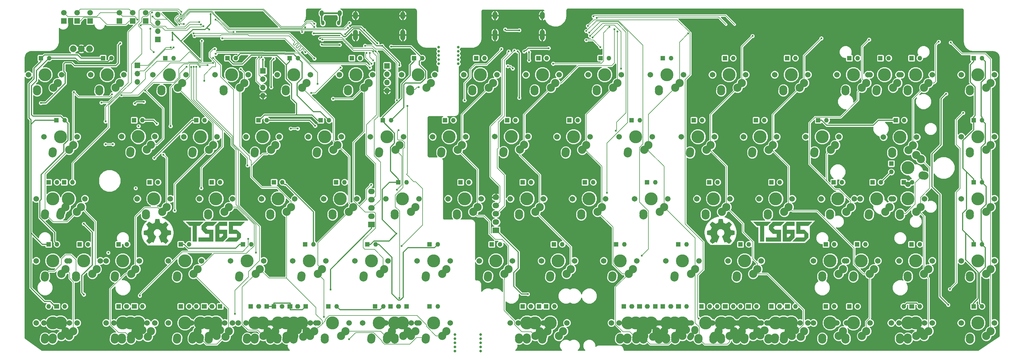
<source format=gtl>
G04 #@! TF.GenerationSoftware,KiCad,Pcbnew,6.0.0-rc1-unknown-ba8647f~66~ubuntu18.04.1*
G04 #@! TF.CreationDate,2018-09-16T18:21:36-07:00*
G04 #@! TF.ProjectId,TS65,545336352E6B696361645F7063620000,0.7*
G04 #@! TF.SameCoordinates,Original*
G04 #@! TF.FileFunction,Copper,L1,Top,Signal*
G04 #@! TF.FilePolarity,Positive*
%FSLAX46Y46*%
G04 Gerber Fmt 4.6, Leading zero omitted, Abs format (unit mm)*
G04 Created by KiCad (PCBNEW 6.0.0-rc1-unknown-ba8647f~66~ubuntu18.04.1) date Sun Sep 16 18:21:36 2018*
%MOMM*%
%LPD*%
G01*
G04 APERTURE LIST*
G04 #@! TA.AperFunction,EtchedComponent*
%ADD10C,0.010000*%
G04 #@! TD*
G04 #@! TA.AperFunction,EtchedComponent*
%ADD11C,0.002540*%
G04 #@! TD*
G04 #@! TA.AperFunction,ComponentPad*
%ADD12O,1.700000X1.700000*%
G04 #@! TD*
G04 #@! TA.AperFunction,ComponentPad*
%ADD13R,1.700000X1.700000*%
G04 #@! TD*
G04 #@! TA.AperFunction,ComponentPad*
%ADD14O,1.500000X2.300000*%
G04 #@! TD*
G04 #@! TA.AperFunction,ComponentPad*
%ADD15O,1.500000X3.300000*%
G04 #@! TD*
G04 #@! TA.AperFunction,WasherPad*
%ADD16C,3.987810*%
G04 #@! TD*
G04 #@! TA.AperFunction,WasherPad*
%ADD17C,1.701810*%
G04 #@! TD*
G04 #@! TA.AperFunction,ComponentPad*
%ADD18C,2.500000*%
G04 #@! TD*
G04 #@! TA.AperFunction,ComponentPad*
%ADD19O,2.500000X2.500000*%
G04 #@! TD*
G04 #@! TA.AperFunction,ComponentPad*
%ADD20O,2.200000X2.500000*%
G04 #@! TD*
G04 #@! TA.AperFunction,ComponentPad*
%ADD21C,1.900000*%
G04 #@! TD*
G04 #@! TA.AperFunction,Conductor*
%ADD22C,1.900000*%
G04 #@! TD*
G04 #@! TA.AperFunction,ComponentPad*
%ADD23O,1.400000X1.400000*%
G04 #@! TD*
G04 #@! TA.AperFunction,ComponentPad*
%ADD24R,1.400000X1.400000*%
G04 #@! TD*
G04 #@! TA.AperFunction,ComponentPad*
%ADD25C,2.032000*%
G04 #@! TD*
G04 #@! TA.AperFunction,ComponentPad*
%ADD26R,2.032000X1.727200*%
G04 #@! TD*
G04 #@! TA.AperFunction,ComponentPad*
%ADD27O,2.032000X1.727200*%
G04 #@! TD*
G04 #@! TA.AperFunction,ComponentPad*
%ADD28C,1.700000*%
G04 #@! TD*
G04 #@! TA.AperFunction,WasherPad*
%ADD29C,0.800000*%
G04 #@! TD*
G04 #@! TA.AperFunction,ComponentPad*
%ADD30O,1.300000X1.800000*%
G04 #@! TD*
G04 #@! TA.AperFunction,ComponentPad*
%ADD31O,1.000000X1.400000*%
G04 #@! TD*
G04 #@! TA.AperFunction,ViaPad*
%ADD32C,0.609600*%
G04 #@! TD*
G04 #@! TA.AperFunction,Conductor*
%ADD33C,0.304800*%
G04 #@! TD*
G04 #@! TA.AperFunction,Conductor*
%ADD34C,0.152400*%
G04 #@! TD*
G04 #@! TA.AperFunction,Conductor*
%ADD35C,0.508000*%
G04 #@! TD*
G04 #@! TA.AperFunction,Conductor*
%ADD36C,0.254000*%
G04 #@! TD*
G04 APERTURE END LIST*
D10*
G04 #@! TO.C,LOGO1*
G36*
X136112860Y-134244520D02*
X135518565Y-134838880D01*
X134619340Y-134838880D01*
X134619340Y-139634400D01*
X133420460Y-139634400D01*
X133420460Y-134838880D01*
X132521234Y-134838880D01*
X131926940Y-134244520D01*
X131332645Y-133650160D01*
X136707154Y-133650160D01*
X136112860Y-134244520D01*
X136112860Y-134244520D01*
G37*
X136112860Y-134244520D02*
X135518565Y-134838880D01*
X134619340Y-134838880D01*
X134619340Y-139634400D01*
X133420460Y-139634400D01*
X133420460Y-134838880D01*
X132521234Y-134838880D01*
X131926940Y-134244520D01*
X131332645Y-133650160D01*
X136707154Y-133650160D01*
X136112860Y-134244520D01*
G36*
X140903234Y-133650160D02*
X140308940Y-134244520D01*
X139714645Y-134838880D01*
X137916132Y-134838880D01*
X137613935Y-135141202D01*
X137311738Y-135443525D01*
X137614061Y-135745722D01*
X137916384Y-136047920D01*
X139719660Y-136047920D01*
X139719660Y-139634400D01*
X135228940Y-139634400D01*
X135228940Y-138445680D01*
X138520780Y-138445680D01*
X138520780Y-137236640D01*
X137326915Y-137236640D01*
X136123019Y-136032616D01*
X136123020Y-135438255D01*
X136123020Y-134843895D01*
X137316884Y-133650159D01*
X139110059Y-133650159D01*
X140903234Y-133650160D01*
X140903234Y-133650160D01*
G37*
X140903234Y-133650160D02*
X140308940Y-134244520D01*
X139714645Y-134838880D01*
X137916132Y-134838880D01*
X137613935Y-135141202D01*
X137311738Y-135443525D01*
X137614061Y-135745722D01*
X137916384Y-136047920D01*
X139719660Y-136047920D01*
X139719660Y-139634400D01*
X135228940Y-139634400D01*
X135228940Y-138445680D01*
X138520780Y-138445680D01*
X138520780Y-137236640D01*
X137326915Y-137236640D01*
X136123019Y-136032616D01*
X136123020Y-135438255D01*
X136123020Y-134843895D01*
X137316884Y-133650159D01*
X139110059Y-133650159D01*
X140903234Y-133650160D01*
G36*
X143915740Y-133650160D02*
X143915740Y-134838880D01*
X141517980Y-134838880D01*
X141517980Y-136047920D01*
X143915740Y-136047920D01*
X143915740Y-138440664D01*
X143318807Y-139037532D01*
X142721875Y-139634400D01*
X140329260Y-139634400D01*
X140329260Y-137236640D01*
X141517980Y-137236640D01*
X141517980Y-138445680D01*
X142122375Y-138445680D01*
X142424697Y-138143483D01*
X142727020Y-137841287D01*
X142727020Y-137236640D01*
X141517980Y-137236640D01*
X140329260Y-137236640D01*
X140329260Y-134843895D01*
X141523124Y-133650159D01*
X142719432Y-133650159D01*
X143915740Y-133650160D01*
X143915740Y-133650160D01*
G37*
X143915740Y-133650160D02*
X143915740Y-134838880D01*
X141517980Y-134838880D01*
X141517980Y-136047920D01*
X143915740Y-136047920D01*
X143915740Y-138440664D01*
X143318807Y-139037532D01*
X142721875Y-139634400D01*
X140329260Y-139634400D01*
X140329260Y-137236640D01*
X141517980Y-137236640D01*
X141517980Y-138445680D01*
X142122375Y-138445680D01*
X142424697Y-138143483D01*
X142727020Y-137841287D01*
X142727020Y-137236640D01*
X141517980Y-137236640D01*
X140329260Y-137236640D01*
X140329260Y-134843895D01*
X141523124Y-133650159D01*
X142719432Y-133650159D01*
X143915740Y-133650160D01*
G36*
X148711260Y-134244520D02*
X148116965Y-134838880D01*
X145714060Y-134838880D01*
X145714060Y-136047920D01*
X146918084Y-136047920D01*
X148111820Y-137241784D01*
X148111820Y-138440664D01*
X147514887Y-139037532D01*
X146917955Y-139634400D01*
X143341765Y-139634400D01*
X143936060Y-139040040D01*
X144530354Y-138445680D01*
X146923100Y-138445680D01*
X146923100Y-137236640D01*
X144525340Y-137236640D01*
X144525340Y-133650160D01*
X149305554Y-133650160D01*
X148711260Y-134244520D01*
X148711260Y-134244520D01*
G37*
X148711260Y-134244520D02*
X148116965Y-134838880D01*
X145714060Y-134838880D01*
X145714060Y-136047920D01*
X146918084Y-136047920D01*
X148111820Y-137241784D01*
X148111820Y-138440664D01*
X147514887Y-139037532D01*
X146917955Y-139634400D01*
X143341765Y-139634400D01*
X143936060Y-139040040D01*
X144530354Y-138445680D01*
X146923100Y-138445680D01*
X146923100Y-137236640D01*
X144525340Y-137236640D01*
X144525340Y-133650160D01*
X149305554Y-133650160D01*
X148711260Y-134244520D01*
D11*
G04 #@! TO.C,LOGO3*
G36*
X126760100Y-136969940D02*
X126757560Y-137112180D01*
X126757560Y-137229020D01*
X126757560Y-137323000D01*
X126755020Y-137396660D01*
X126755020Y-137452540D01*
X126752480Y-137490640D01*
X126747400Y-137518580D01*
X126742320Y-137533820D01*
X126739780Y-137538900D01*
X126722000Y-137543980D01*
X126678820Y-137554140D01*
X126615320Y-137569380D01*
X126531500Y-137587160D01*
X126434980Y-137604940D01*
X126328300Y-137627800D01*
X126214000Y-137648120D01*
X126084460Y-137670980D01*
X125970160Y-137693840D01*
X125871100Y-137714160D01*
X125789820Y-137731940D01*
X125731400Y-137747180D01*
X125693300Y-137757340D01*
X125683140Y-137762420D01*
X125672980Y-137780200D01*
X125652660Y-137818300D01*
X125627260Y-137876720D01*
X125596780Y-137950380D01*
X125561220Y-138034200D01*
X125523120Y-138123100D01*
X125487560Y-138214540D01*
X125449460Y-138308520D01*
X125416440Y-138394880D01*
X125388500Y-138471080D01*
X125363100Y-138537120D01*
X125347860Y-138585380D01*
X125340240Y-138613320D01*
X125340240Y-138618400D01*
X125347860Y-138633640D01*
X125370720Y-138669200D01*
X125408820Y-138725080D01*
X125454540Y-138793660D01*
X125507880Y-138874940D01*
X125571380Y-138963840D01*
X125637420Y-139060360D01*
X125703460Y-139156880D01*
X125764420Y-139248320D01*
X125817760Y-139332140D01*
X125863480Y-139400720D01*
X125896500Y-139456600D01*
X125919360Y-139492160D01*
X125926980Y-139509940D01*
X125916820Y-139525180D01*
X125888880Y-139558200D01*
X125845700Y-139606460D01*
X125792360Y-139664880D01*
X125726320Y-139730920D01*
X125655200Y-139804580D01*
X125579000Y-139883320D01*
X125500260Y-139962060D01*
X125424060Y-140038260D01*
X125347860Y-140111920D01*
X125281820Y-140177960D01*
X125220860Y-140233840D01*
X125172600Y-140277020D01*
X125139580Y-140307500D01*
X125121800Y-140320200D01*
X125119260Y-140320200D01*
X125104020Y-140312580D01*
X125068460Y-140289720D01*
X125012580Y-140254160D01*
X124944000Y-140208440D01*
X124862720Y-140155100D01*
X124771280Y-140094140D01*
X124677300Y-140030640D01*
X124580780Y-139964600D01*
X124489340Y-139901100D01*
X124408060Y-139847760D01*
X124339480Y-139804580D01*
X124283600Y-139769020D01*
X124248040Y-139748700D01*
X124230260Y-139741080D01*
X124209940Y-139746160D01*
X124171840Y-139763940D01*
X124115960Y-139791880D01*
X124052460Y-139824900D01*
X124021980Y-139840140D01*
X123950860Y-139878240D01*
X123889900Y-139906180D01*
X123841640Y-139926500D01*
X123811160Y-139936660D01*
X123806080Y-139936660D01*
X123798460Y-139931580D01*
X123790840Y-139921420D01*
X123778140Y-139901100D01*
X123762900Y-139870620D01*
X123742580Y-139829980D01*
X123717180Y-139771560D01*
X123684160Y-139700440D01*
X123646060Y-139611540D01*
X123600340Y-139504860D01*
X123547000Y-139375320D01*
X123483500Y-139222920D01*
X123409840Y-139047660D01*
X123397140Y-139017180D01*
X123336180Y-138864780D01*
X123275220Y-138720000D01*
X123221880Y-138585380D01*
X123171080Y-138460920D01*
X123127900Y-138351700D01*
X123089800Y-138257720D01*
X123061860Y-138181520D01*
X123041540Y-138125640D01*
X123031380Y-138092620D01*
X123028840Y-138082460D01*
X123044080Y-138067220D01*
X123074560Y-138039280D01*
X123120280Y-138003720D01*
X123166000Y-137970700D01*
X123282840Y-137884340D01*
X123379360Y-137803060D01*
X123458100Y-137721780D01*
X123524140Y-137632880D01*
X123585100Y-137533820D01*
X123615580Y-137477940D01*
X123681620Y-137315380D01*
X123722260Y-137147740D01*
X123734960Y-136977560D01*
X123722260Y-136807380D01*
X123684160Y-136642280D01*
X123623200Y-136484800D01*
X123536840Y-136332400D01*
X123425080Y-136192700D01*
X123417460Y-136185080D01*
X123285380Y-136063160D01*
X123138060Y-135964100D01*
X122972960Y-135887900D01*
X122891680Y-135859960D01*
X122845960Y-135847260D01*
X122802780Y-135837100D01*
X122754520Y-135832020D01*
X122693560Y-135829480D01*
X122617360Y-135826940D01*
X122574180Y-135826940D01*
X122490360Y-135826940D01*
X122421780Y-135829480D01*
X122370980Y-135834560D01*
X122325260Y-135842180D01*
X122279540Y-135854880D01*
X122259220Y-135859960D01*
X122086500Y-135928540D01*
X121931560Y-136017440D01*
X121791860Y-136129200D01*
X121672480Y-136261280D01*
X121573420Y-136408600D01*
X121545480Y-136461940D01*
X121489600Y-136591480D01*
X121451500Y-136713400D01*
X121431180Y-136840400D01*
X121426100Y-136975020D01*
X121438800Y-137155360D01*
X121479440Y-137328080D01*
X121545480Y-137490640D01*
X121634380Y-137640500D01*
X121748680Y-137775120D01*
X121799480Y-137823380D01*
X121862980Y-137876720D01*
X121936640Y-137932600D01*
X122005220Y-137983400D01*
X122066180Y-138024040D01*
X122073800Y-138026580D01*
X122106820Y-138051980D01*
X122124600Y-138077380D01*
X122127140Y-138082460D01*
X122122060Y-138100240D01*
X122109360Y-138143420D01*
X122083960Y-138209460D01*
X122050940Y-138298360D01*
X122007760Y-138407580D01*
X121956960Y-138534580D01*
X121898540Y-138679360D01*
X121832500Y-138839380D01*
X121766460Y-138996860D01*
X121705500Y-139146720D01*
X121644540Y-139288960D01*
X121588660Y-139423580D01*
X121537860Y-139545500D01*
X121492140Y-139654720D01*
X121454040Y-139746160D01*
X121423560Y-139819820D01*
X121400700Y-139873160D01*
X121388000Y-139903640D01*
X121385460Y-139911260D01*
X121362600Y-139931580D01*
X121342280Y-139939200D01*
X121321960Y-139931580D01*
X121281320Y-139913800D01*
X121225440Y-139888400D01*
X121159400Y-139852840D01*
X121131460Y-139837600D01*
X121047640Y-139794420D01*
X120981600Y-139763940D01*
X120935880Y-139746160D01*
X120913020Y-139743620D01*
X120895240Y-139753780D01*
X120854600Y-139776640D01*
X120798720Y-139812200D01*
X120732680Y-139855380D01*
X120656480Y-139906180D01*
X120608220Y-139939200D01*
X120478680Y-140030640D01*
X120369460Y-140104300D01*
X120280560Y-140165260D01*
X120206900Y-140216060D01*
X120151020Y-140254160D01*
X120107840Y-140282100D01*
X120074820Y-140299880D01*
X120051960Y-140312580D01*
X120039260Y-140317660D01*
X120031640Y-140320200D01*
X120018940Y-140310040D01*
X119985920Y-140282100D01*
X119937660Y-140238920D01*
X119876700Y-140183040D01*
X119805580Y-140114460D01*
X119726840Y-140035720D01*
X119643020Y-139951900D01*
X119625240Y-139934120D01*
X119538880Y-139847760D01*
X119460140Y-139769020D01*
X119389020Y-139695360D01*
X119328060Y-139631860D01*
X119279800Y-139581060D01*
X119246780Y-139545500D01*
X119231540Y-139527720D01*
X119231540Y-139525180D01*
X119229000Y-139517560D01*
X119229000Y-139509940D01*
X119231540Y-139499780D01*
X119236620Y-139482000D01*
X119249320Y-139459140D01*
X119269640Y-139428660D01*
X119297580Y-139385480D01*
X119338220Y-139327060D01*
X119386480Y-139253400D01*
X119449980Y-139159420D01*
X119528720Y-139047660D01*
X119536340Y-139037500D01*
X119602380Y-138940980D01*
X119660800Y-138852080D01*
X119714140Y-138770800D01*
X119759860Y-138704760D01*
X119792880Y-138651420D01*
X119813200Y-138618400D01*
X119818280Y-138603160D01*
X119813200Y-138585380D01*
X119797960Y-138544740D01*
X119777640Y-138486320D01*
X119747160Y-138410120D01*
X119711600Y-138321220D01*
X119673500Y-138222160D01*
X119653180Y-138173900D01*
X119604920Y-138051980D01*
X119564280Y-137952920D01*
X119531260Y-137876720D01*
X119505860Y-137820840D01*
X119485540Y-137782740D01*
X119470300Y-137759880D01*
X119460140Y-137749720D01*
X119439820Y-137744640D01*
X119394100Y-137734480D01*
X119328060Y-137721780D01*
X119244240Y-137704000D01*
X119147720Y-137686220D01*
X119038500Y-137665900D01*
X118931820Y-137645580D01*
X118814980Y-137625260D01*
X118708300Y-137602400D01*
X118611780Y-137584620D01*
X118533040Y-137566840D01*
X118469540Y-137554140D01*
X118428900Y-137543980D01*
X118413660Y-137538900D01*
X118408580Y-137528740D01*
X118403500Y-137510960D01*
X118400960Y-137477940D01*
X118398420Y-137432220D01*
X118395880Y-137368720D01*
X118393340Y-137284900D01*
X118393340Y-137178220D01*
X118393340Y-137048680D01*
X118393340Y-136967400D01*
X118393340Y-136413680D01*
X118426360Y-136393360D01*
X118446680Y-136385740D01*
X118492400Y-136375580D01*
X118558440Y-136360340D01*
X118642260Y-136342560D01*
X118741320Y-136322240D01*
X118850540Y-136301920D01*
X118969920Y-136279060D01*
X118972460Y-136279060D01*
X119089300Y-136258740D01*
X119198520Y-136235880D01*
X119295040Y-136218100D01*
X119378860Y-136200320D01*
X119442360Y-136185080D01*
X119485540Y-136174920D01*
X119503320Y-136167300D01*
X119505860Y-136167300D01*
X119516020Y-136149520D01*
X119533800Y-136111420D01*
X119561740Y-136053000D01*
X119592220Y-135981880D01*
X119627780Y-135900600D01*
X119665880Y-135814240D01*
X119703980Y-135722800D01*
X119742080Y-135636440D01*
X119775100Y-135555160D01*
X119805580Y-135484040D01*
X119828440Y-135428160D01*
X119841140Y-135387520D01*
X119846220Y-135372280D01*
X119838600Y-135357040D01*
X119815740Y-135318940D01*
X119782720Y-135265600D01*
X119737000Y-135194480D01*
X119681120Y-135113200D01*
X119620160Y-135021760D01*
X119551580Y-134922700D01*
X119541420Y-134907460D01*
X119472840Y-134805860D01*
X119409340Y-134711880D01*
X119353460Y-134628060D01*
X119305200Y-134554400D01*
X119267100Y-134495980D01*
X119241700Y-134455340D01*
X119229000Y-134435020D01*
X119231540Y-134422320D01*
X119244240Y-134404540D01*
X119264560Y-134376600D01*
X119300120Y-134335960D01*
X119348380Y-134282620D01*
X119414420Y-134216580D01*
X119495700Y-134132760D01*
X119594760Y-134033700D01*
X119615080Y-134013380D01*
X119714140Y-133911780D01*
X119805580Y-133825420D01*
X119881780Y-133751760D01*
X119945280Y-133693340D01*
X119993540Y-133650160D01*
X120024020Y-133624760D01*
X120034180Y-133619680D01*
X120051960Y-133627300D01*
X120090060Y-133647620D01*
X120145940Y-133683180D01*
X120217060Y-133728900D01*
X120298340Y-133782240D01*
X120392320Y-133845740D01*
X120491380Y-133911780D01*
X120501540Y-133919400D01*
X120600600Y-133987980D01*
X120694580Y-134051480D01*
X120778400Y-134109900D01*
X120852060Y-134158160D01*
X120910480Y-134196260D01*
X120951120Y-134224200D01*
X120971440Y-134236900D01*
X120984140Y-134241980D01*
X121001920Y-134239440D01*
X121029860Y-134234360D01*
X121067960Y-134221660D01*
X121121300Y-134203880D01*
X121192420Y-134175940D01*
X121286400Y-134137840D01*
X121352440Y-134109900D01*
X121469280Y-134064180D01*
X121560720Y-134026080D01*
X121634380Y-133995600D01*
X121687720Y-133970200D01*
X121725820Y-133952420D01*
X121753760Y-133939720D01*
X121769000Y-133927020D01*
X121779160Y-133916860D01*
X121784240Y-133909240D01*
X121786780Y-133901620D01*
X121791860Y-133881300D01*
X121799480Y-133838120D01*
X121812180Y-133772080D01*
X121829960Y-133688260D01*
X121847740Y-133589200D01*
X121868060Y-133479980D01*
X121890920Y-133363140D01*
X121893460Y-133350440D01*
X121916320Y-133231060D01*
X121936640Y-133121840D01*
X121956960Y-133022780D01*
X121974740Y-132938960D01*
X121989980Y-132872920D01*
X122000140Y-132827200D01*
X122005220Y-132806880D01*
X122007760Y-132806880D01*
X122015380Y-132801800D01*
X122033160Y-132796720D01*
X122061100Y-132794180D01*
X122104280Y-132791640D01*
X122165240Y-132789100D01*
X122243980Y-132786560D01*
X122343040Y-132786560D01*
X122467500Y-132786560D01*
X122574180Y-132786560D01*
X122696100Y-132786560D01*
X122810400Y-132786560D01*
X122912000Y-132789100D01*
X123000900Y-132791640D01*
X123069480Y-132791640D01*
X123117740Y-132794180D01*
X123143140Y-132796720D01*
X123150760Y-132814500D01*
X123163460Y-132857680D01*
X123178700Y-132923720D01*
X123196480Y-133012620D01*
X123219340Y-133121840D01*
X123242200Y-133246300D01*
X123265060Y-133363140D01*
X123287920Y-133485060D01*
X123310780Y-133596820D01*
X123331100Y-133698420D01*
X123346340Y-133784780D01*
X123361580Y-133853360D01*
X123374280Y-133901620D01*
X123379360Y-133927020D01*
X123381900Y-133929560D01*
X123399680Y-133939720D01*
X123437780Y-133957500D01*
X123496200Y-133982900D01*
X123564780Y-134013380D01*
X123646060Y-134046400D01*
X123732420Y-134081960D01*
X123821320Y-134117520D01*
X123907680Y-134153080D01*
X123988960Y-134183560D01*
X124060080Y-134211500D01*
X124115960Y-134231820D01*
X124154060Y-134244520D01*
X124169300Y-134249600D01*
X124184540Y-134239440D01*
X124220100Y-134216580D01*
X124273440Y-134181020D01*
X124342020Y-134132760D01*
X124423300Y-134076880D01*
X124514740Y-134015920D01*
X124616340Y-133947340D01*
X124639200Y-133929560D01*
X124740800Y-133860980D01*
X124834780Y-133797480D01*
X124921140Y-133741600D01*
X124994800Y-133693340D01*
X125053220Y-133655240D01*
X125093860Y-133629840D01*
X125116720Y-133619680D01*
X125119260Y-133619680D01*
X125134500Y-133627300D01*
X125167520Y-133655240D01*
X125213240Y-133698420D01*
X125271660Y-133754300D01*
X125340240Y-133817800D01*
X125413900Y-133891460D01*
X125492640Y-133967660D01*
X125568840Y-134046400D01*
X125647580Y-134122600D01*
X125718700Y-134198800D01*
X125784740Y-134264840D01*
X125840620Y-134325800D01*
X125886340Y-134374060D01*
X125914280Y-134409620D01*
X125926980Y-134427400D01*
X125919360Y-134445180D01*
X125896500Y-134480740D01*
X125860940Y-134536620D01*
X125815220Y-134607740D01*
X125761880Y-134689020D01*
X125700920Y-134780460D01*
X125632340Y-134879520D01*
X125629800Y-134884600D01*
X125561220Y-134983660D01*
X125497720Y-135077640D01*
X125439300Y-135161460D01*
X125391040Y-135232580D01*
X125355480Y-135291000D01*
X125327540Y-135329100D01*
X125317380Y-135349420D01*
X125314840Y-135362120D01*
X125317380Y-135382440D01*
X125327540Y-135415460D01*
X125342780Y-135463720D01*
X125368180Y-135527220D01*
X125403740Y-135611040D01*
X125446920Y-135715180D01*
X125469780Y-135768520D01*
X125515500Y-135875200D01*
X125556140Y-135966640D01*
X125594240Y-136047920D01*
X125624720Y-136108880D01*
X125647580Y-136152060D01*
X125660280Y-136172380D01*
X125662820Y-136174920D01*
X125680600Y-136180000D01*
X125723780Y-136190160D01*
X125789820Y-136202860D01*
X125871100Y-136220640D01*
X125970160Y-136238420D01*
X126079380Y-136261280D01*
X126198760Y-136284140D01*
X126211460Y-136284140D01*
X126346080Y-136312080D01*
X126465460Y-136334940D01*
X126567060Y-136355260D01*
X126645800Y-136373040D01*
X126704220Y-136388280D01*
X126739780Y-136398440D01*
X126747400Y-136400980D01*
X126749940Y-136418760D01*
X126752480Y-136461940D01*
X126755020Y-136525440D01*
X126755020Y-136609260D01*
X126757560Y-136708320D01*
X126757560Y-136817540D01*
X126760100Y-136939460D01*
X126760100Y-136969940D01*
X126760100Y-136969940D01*
G37*
X126760100Y-136969940D02*
X126757560Y-137112180D01*
X126757560Y-137229020D01*
X126757560Y-137323000D01*
X126755020Y-137396660D01*
X126755020Y-137452540D01*
X126752480Y-137490640D01*
X126747400Y-137518580D01*
X126742320Y-137533820D01*
X126739780Y-137538900D01*
X126722000Y-137543980D01*
X126678820Y-137554140D01*
X126615320Y-137569380D01*
X126531500Y-137587160D01*
X126434980Y-137604940D01*
X126328300Y-137627800D01*
X126214000Y-137648120D01*
X126084460Y-137670980D01*
X125970160Y-137693840D01*
X125871100Y-137714160D01*
X125789820Y-137731940D01*
X125731400Y-137747180D01*
X125693300Y-137757340D01*
X125683140Y-137762420D01*
X125672980Y-137780200D01*
X125652660Y-137818300D01*
X125627260Y-137876720D01*
X125596780Y-137950380D01*
X125561220Y-138034200D01*
X125523120Y-138123100D01*
X125487560Y-138214540D01*
X125449460Y-138308520D01*
X125416440Y-138394880D01*
X125388500Y-138471080D01*
X125363100Y-138537120D01*
X125347860Y-138585380D01*
X125340240Y-138613320D01*
X125340240Y-138618400D01*
X125347860Y-138633640D01*
X125370720Y-138669200D01*
X125408820Y-138725080D01*
X125454540Y-138793660D01*
X125507880Y-138874940D01*
X125571380Y-138963840D01*
X125637420Y-139060360D01*
X125703460Y-139156880D01*
X125764420Y-139248320D01*
X125817760Y-139332140D01*
X125863480Y-139400720D01*
X125896500Y-139456600D01*
X125919360Y-139492160D01*
X125926980Y-139509940D01*
X125916820Y-139525180D01*
X125888880Y-139558200D01*
X125845700Y-139606460D01*
X125792360Y-139664880D01*
X125726320Y-139730920D01*
X125655200Y-139804580D01*
X125579000Y-139883320D01*
X125500260Y-139962060D01*
X125424060Y-140038260D01*
X125347860Y-140111920D01*
X125281820Y-140177960D01*
X125220860Y-140233840D01*
X125172600Y-140277020D01*
X125139580Y-140307500D01*
X125121800Y-140320200D01*
X125119260Y-140320200D01*
X125104020Y-140312580D01*
X125068460Y-140289720D01*
X125012580Y-140254160D01*
X124944000Y-140208440D01*
X124862720Y-140155100D01*
X124771280Y-140094140D01*
X124677300Y-140030640D01*
X124580780Y-139964600D01*
X124489340Y-139901100D01*
X124408060Y-139847760D01*
X124339480Y-139804580D01*
X124283600Y-139769020D01*
X124248040Y-139748700D01*
X124230260Y-139741080D01*
X124209940Y-139746160D01*
X124171840Y-139763940D01*
X124115960Y-139791880D01*
X124052460Y-139824900D01*
X124021980Y-139840140D01*
X123950860Y-139878240D01*
X123889900Y-139906180D01*
X123841640Y-139926500D01*
X123811160Y-139936660D01*
X123806080Y-139936660D01*
X123798460Y-139931580D01*
X123790840Y-139921420D01*
X123778140Y-139901100D01*
X123762900Y-139870620D01*
X123742580Y-139829980D01*
X123717180Y-139771560D01*
X123684160Y-139700440D01*
X123646060Y-139611540D01*
X123600340Y-139504860D01*
X123547000Y-139375320D01*
X123483500Y-139222920D01*
X123409840Y-139047660D01*
X123397140Y-139017180D01*
X123336180Y-138864780D01*
X123275220Y-138720000D01*
X123221880Y-138585380D01*
X123171080Y-138460920D01*
X123127900Y-138351700D01*
X123089800Y-138257720D01*
X123061860Y-138181520D01*
X123041540Y-138125640D01*
X123031380Y-138092620D01*
X123028840Y-138082460D01*
X123044080Y-138067220D01*
X123074560Y-138039280D01*
X123120280Y-138003720D01*
X123166000Y-137970700D01*
X123282840Y-137884340D01*
X123379360Y-137803060D01*
X123458100Y-137721780D01*
X123524140Y-137632880D01*
X123585100Y-137533820D01*
X123615580Y-137477940D01*
X123681620Y-137315380D01*
X123722260Y-137147740D01*
X123734960Y-136977560D01*
X123722260Y-136807380D01*
X123684160Y-136642280D01*
X123623200Y-136484800D01*
X123536840Y-136332400D01*
X123425080Y-136192700D01*
X123417460Y-136185080D01*
X123285380Y-136063160D01*
X123138060Y-135964100D01*
X122972960Y-135887900D01*
X122891680Y-135859960D01*
X122845960Y-135847260D01*
X122802780Y-135837100D01*
X122754520Y-135832020D01*
X122693560Y-135829480D01*
X122617360Y-135826940D01*
X122574180Y-135826940D01*
X122490360Y-135826940D01*
X122421780Y-135829480D01*
X122370980Y-135834560D01*
X122325260Y-135842180D01*
X122279540Y-135854880D01*
X122259220Y-135859960D01*
X122086500Y-135928540D01*
X121931560Y-136017440D01*
X121791860Y-136129200D01*
X121672480Y-136261280D01*
X121573420Y-136408600D01*
X121545480Y-136461940D01*
X121489600Y-136591480D01*
X121451500Y-136713400D01*
X121431180Y-136840400D01*
X121426100Y-136975020D01*
X121438800Y-137155360D01*
X121479440Y-137328080D01*
X121545480Y-137490640D01*
X121634380Y-137640500D01*
X121748680Y-137775120D01*
X121799480Y-137823380D01*
X121862980Y-137876720D01*
X121936640Y-137932600D01*
X122005220Y-137983400D01*
X122066180Y-138024040D01*
X122073800Y-138026580D01*
X122106820Y-138051980D01*
X122124600Y-138077380D01*
X122127140Y-138082460D01*
X122122060Y-138100240D01*
X122109360Y-138143420D01*
X122083960Y-138209460D01*
X122050940Y-138298360D01*
X122007760Y-138407580D01*
X121956960Y-138534580D01*
X121898540Y-138679360D01*
X121832500Y-138839380D01*
X121766460Y-138996860D01*
X121705500Y-139146720D01*
X121644540Y-139288960D01*
X121588660Y-139423580D01*
X121537860Y-139545500D01*
X121492140Y-139654720D01*
X121454040Y-139746160D01*
X121423560Y-139819820D01*
X121400700Y-139873160D01*
X121388000Y-139903640D01*
X121385460Y-139911260D01*
X121362600Y-139931580D01*
X121342280Y-139939200D01*
X121321960Y-139931580D01*
X121281320Y-139913800D01*
X121225440Y-139888400D01*
X121159400Y-139852840D01*
X121131460Y-139837600D01*
X121047640Y-139794420D01*
X120981600Y-139763940D01*
X120935880Y-139746160D01*
X120913020Y-139743620D01*
X120895240Y-139753780D01*
X120854600Y-139776640D01*
X120798720Y-139812200D01*
X120732680Y-139855380D01*
X120656480Y-139906180D01*
X120608220Y-139939200D01*
X120478680Y-140030640D01*
X120369460Y-140104300D01*
X120280560Y-140165260D01*
X120206900Y-140216060D01*
X120151020Y-140254160D01*
X120107840Y-140282100D01*
X120074820Y-140299880D01*
X120051960Y-140312580D01*
X120039260Y-140317660D01*
X120031640Y-140320200D01*
X120018940Y-140310040D01*
X119985920Y-140282100D01*
X119937660Y-140238920D01*
X119876700Y-140183040D01*
X119805580Y-140114460D01*
X119726840Y-140035720D01*
X119643020Y-139951900D01*
X119625240Y-139934120D01*
X119538880Y-139847760D01*
X119460140Y-139769020D01*
X119389020Y-139695360D01*
X119328060Y-139631860D01*
X119279800Y-139581060D01*
X119246780Y-139545500D01*
X119231540Y-139527720D01*
X119231540Y-139525180D01*
X119229000Y-139517560D01*
X119229000Y-139509940D01*
X119231540Y-139499780D01*
X119236620Y-139482000D01*
X119249320Y-139459140D01*
X119269640Y-139428660D01*
X119297580Y-139385480D01*
X119338220Y-139327060D01*
X119386480Y-139253400D01*
X119449980Y-139159420D01*
X119528720Y-139047660D01*
X119536340Y-139037500D01*
X119602380Y-138940980D01*
X119660800Y-138852080D01*
X119714140Y-138770800D01*
X119759860Y-138704760D01*
X119792880Y-138651420D01*
X119813200Y-138618400D01*
X119818280Y-138603160D01*
X119813200Y-138585380D01*
X119797960Y-138544740D01*
X119777640Y-138486320D01*
X119747160Y-138410120D01*
X119711600Y-138321220D01*
X119673500Y-138222160D01*
X119653180Y-138173900D01*
X119604920Y-138051980D01*
X119564280Y-137952920D01*
X119531260Y-137876720D01*
X119505860Y-137820840D01*
X119485540Y-137782740D01*
X119470300Y-137759880D01*
X119460140Y-137749720D01*
X119439820Y-137744640D01*
X119394100Y-137734480D01*
X119328060Y-137721780D01*
X119244240Y-137704000D01*
X119147720Y-137686220D01*
X119038500Y-137665900D01*
X118931820Y-137645580D01*
X118814980Y-137625260D01*
X118708300Y-137602400D01*
X118611780Y-137584620D01*
X118533040Y-137566840D01*
X118469540Y-137554140D01*
X118428900Y-137543980D01*
X118413660Y-137538900D01*
X118408580Y-137528740D01*
X118403500Y-137510960D01*
X118400960Y-137477940D01*
X118398420Y-137432220D01*
X118395880Y-137368720D01*
X118393340Y-137284900D01*
X118393340Y-137178220D01*
X118393340Y-137048680D01*
X118393340Y-136967400D01*
X118393340Y-136413680D01*
X118426360Y-136393360D01*
X118446680Y-136385740D01*
X118492400Y-136375580D01*
X118558440Y-136360340D01*
X118642260Y-136342560D01*
X118741320Y-136322240D01*
X118850540Y-136301920D01*
X118969920Y-136279060D01*
X118972460Y-136279060D01*
X119089300Y-136258740D01*
X119198520Y-136235880D01*
X119295040Y-136218100D01*
X119378860Y-136200320D01*
X119442360Y-136185080D01*
X119485540Y-136174920D01*
X119503320Y-136167300D01*
X119505860Y-136167300D01*
X119516020Y-136149520D01*
X119533800Y-136111420D01*
X119561740Y-136053000D01*
X119592220Y-135981880D01*
X119627780Y-135900600D01*
X119665880Y-135814240D01*
X119703980Y-135722800D01*
X119742080Y-135636440D01*
X119775100Y-135555160D01*
X119805580Y-135484040D01*
X119828440Y-135428160D01*
X119841140Y-135387520D01*
X119846220Y-135372280D01*
X119838600Y-135357040D01*
X119815740Y-135318940D01*
X119782720Y-135265600D01*
X119737000Y-135194480D01*
X119681120Y-135113200D01*
X119620160Y-135021760D01*
X119551580Y-134922700D01*
X119541420Y-134907460D01*
X119472840Y-134805860D01*
X119409340Y-134711880D01*
X119353460Y-134628060D01*
X119305200Y-134554400D01*
X119267100Y-134495980D01*
X119241700Y-134455340D01*
X119229000Y-134435020D01*
X119231540Y-134422320D01*
X119244240Y-134404540D01*
X119264560Y-134376600D01*
X119300120Y-134335960D01*
X119348380Y-134282620D01*
X119414420Y-134216580D01*
X119495700Y-134132760D01*
X119594760Y-134033700D01*
X119615080Y-134013380D01*
X119714140Y-133911780D01*
X119805580Y-133825420D01*
X119881780Y-133751760D01*
X119945280Y-133693340D01*
X119993540Y-133650160D01*
X120024020Y-133624760D01*
X120034180Y-133619680D01*
X120051960Y-133627300D01*
X120090060Y-133647620D01*
X120145940Y-133683180D01*
X120217060Y-133728900D01*
X120298340Y-133782240D01*
X120392320Y-133845740D01*
X120491380Y-133911780D01*
X120501540Y-133919400D01*
X120600600Y-133987980D01*
X120694580Y-134051480D01*
X120778400Y-134109900D01*
X120852060Y-134158160D01*
X120910480Y-134196260D01*
X120951120Y-134224200D01*
X120971440Y-134236900D01*
X120984140Y-134241980D01*
X121001920Y-134239440D01*
X121029860Y-134234360D01*
X121067960Y-134221660D01*
X121121300Y-134203880D01*
X121192420Y-134175940D01*
X121286400Y-134137840D01*
X121352440Y-134109900D01*
X121469280Y-134064180D01*
X121560720Y-134026080D01*
X121634380Y-133995600D01*
X121687720Y-133970200D01*
X121725820Y-133952420D01*
X121753760Y-133939720D01*
X121769000Y-133927020D01*
X121779160Y-133916860D01*
X121784240Y-133909240D01*
X121786780Y-133901620D01*
X121791860Y-133881300D01*
X121799480Y-133838120D01*
X121812180Y-133772080D01*
X121829960Y-133688260D01*
X121847740Y-133589200D01*
X121868060Y-133479980D01*
X121890920Y-133363140D01*
X121893460Y-133350440D01*
X121916320Y-133231060D01*
X121936640Y-133121840D01*
X121956960Y-133022780D01*
X121974740Y-132938960D01*
X121989980Y-132872920D01*
X122000140Y-132827200D01*
X122005220Y-132806880D01*
X122007760Y-132806880D01*
X122015380Y-132801800D01*
X122033160Y-132796720D01*
X122061100Y-132794180D01*
X122104280Y-132791640D01*
X122165240Y-132789100D01*
X122243980Y-132786560D01*
X122343040Y-132786560D01*
X122467500Y-132786560D01*
X122574180Y-132786560D01*
X122696100Y-132786560D01*
X122810400Y-132786560D01*
X122912000Y-132789100D01*
X123000900Y-132791640D01*
X123069480Y-132791640D01*
X123117740Y-132794180D01*
X123143140Y-132796720D01*
X123150760Y-132814500D01*
X123163460Y-132857680D01*
X123178700Y-132923720D01*
X123196480Y-133012620D01*
X123219340Y-133121840D01*
X123242200Y-133246300D01*
X123265060Y-133363140D01*
X123287920Y-133485060D01*
X123310780Y-133596820D01*
X123331100Y-133698420D01*
X123346340Y-133784780D01*
X123361580Y-133853360D01*
X123374280Y-133901620D01*
X123379360Y-133927020D01*
X123381900Y-133929560D01*
X123399680Y-133939720D01*
X123437780Y-133957500D01*
X123496200Y-133982900D01*
X123564780Y-134013380D01*
X123646060Y-134046400D01*
X123732420Y-134081960D01*
X123821320Y-134117520D01*
X123907680Y-134153080D01*
X123988960Y-134183560D01*
X124060080Y-134211500D01*
X124115960Y-134231820D01*
X124154060Y-134244520D01*
X124169300Y-134249600D01*
X124184540Y-134239440D01*
X124220100Y-134216580D01*
X124273440Y-134181020D01*
X124342020Y-134132760D01*
X124423300Y-134076880D01*
X124514740Y-134015920D01*
X124616340Y-133947340D01*
X124639200Y-133929560D01*
X124740800Y-133860980D01*
X124834780Y-133797480D01*
X124921140Y-133741600D01*
X124994800Y-133693340D01*
X125053220Y-133655240D01*
X125093860Y-133629840D01*
X125116720Y-133619680D01*
X125119260Y-133619680D01*
X125134500Y-133627300D01*
X125167520Y-133655240D01*
X125213240Y-133698420D01*
X125271660Y-133754300D01*
X125340240Y-133817800D01*
X125413900Y-133891460D01*
X125492640Y-133967660D01*
X125568840Y-134046400D01*
X125647580Y-134122600D01*
X125718700Y-134198800D01*
X125784740Y-134264840D01*
X125840620Y-134325800D01*
X125886340Y-134374060D01*
X125914280Y-134409620D01*
X125926980Y-134427400D01*
X125919360Y-134445180D01*
X125896500Y-134480740D01*
X125860940Y-134536620D01*
X125815220Y-134607740D01*
X125761880Y-134689020D01*
X125700920Y-134780460D01*
X125632340Y-134879520D01*
X125629800Y-134884600D01*
X125561220Y-134983660D01*
X125497720Y-135077640D01*
X125439300Y-135161460D01*
X125391040Y-135232580D01*
X125355480Y-135291000D01*
X125327540Y-135329100D01*
X125317380Y-135349420D01*
X125314840Y-135362120D01*
X125317380Y-135382440D01*
X125327540Y-135415460D01*
X125342780Y-135463720D01*
X125368180Y-135527220D01*
X125403740Y-135611040D01*
X125446920Y-135715180D01*
X125469780Y-135768520D01*
X125515500Y-135875200D01*
X125556140Y-135966640D01*
X125594240Y-136047920D01*
X125624720Y-136108880D01*
X125647580Y-136152060D01*
X125660280Y-136172380D01*
X125662820Y-136174920D01*
X125680600Y-136180000D01*
X125723780Y-136190160D01*
X125789820Y-136202860D01*
X125871100Y-136220640D01*
X125970160Y-136238420D01*
X126079380Y-136261280D01*
X126198760Y-136284140D01*
X126211460Y-136284140D01*
X126346080Y-136312080D01*
X126465460Y-136334940D01*
X126567060Y-136355260D01*
X126645800Y-136373040D01*
X126704220Y-136388280D01*
X126739780Y-136398440D01*
X126747400Y-136400980D01*
X126749940Y-136418760D01*
X126752480Y-136461940D01*
X126755020Y-136525440D01*
X126755020Y-136609260D01*
X126757560Y-136708320D01*
X126757560Y-136817540D01*
X126760100Y-136939460D01*
X126760100Y-136969940D01*
D10*
G04 #@! TO.C,LOGO5*
G36*
X309936460Y-134244520D02*
X309342165Y-134838880D01*
X308442940Y-134838880D01*
X308442940Y-139634400D01*
X307244060Y-139634400D01*
X307244060Y-134838880D01*
X306344834Y-134838880D01*
X305750540Y-134244520D01*
X305156245Y-133650160D01*
X310530754Y-133650160D01*
X309936460Y-134244520D01*
X309936460Y-134244520D01*
G37*
X309936460Y-134244520D02*
X309342165Y-134838880D01*
X308442940Y-134838880D01*
X308442940Y-139634400D01*
X307244060Y-139634400D01*
X307244060Y-134838880D01*
X306344834Y-134838880D01*
X305750540Y-134244520D01*
X305156245Y-133650160D01*
X310530754Y-133650160D01*
X309936460Y-134244520D01*
G36*
X314726834Y-133650160D02*
X314132540Y-134244520D01*
X313538245Y-134838880D01*
X311739732Y-134838880D01*
X311437535Y-135141202D01*
X311135338Y-135443525D01*
X311437661Y-135745722D01*
X311739984Y-136047920D01*
X313543260Y-136047920D01*
X313543260Y-139634400D01*
X309052540Y-139634400D01*
X309052540Y-138445680D01*
X312344380Y-138445680D01*
X312344380Y-137236640D01*
X311150515Y-137236640D01*
X309946619Y-136032616D01*
X309946620Y-135438255D01*
X309946620Y-134843895D01*
X311140484Y-133650159D01*
X312933659Y-133650159D01*
X314726834Y-133650160D01*
X314726834Y-133650160D01*
G37*
X314726834Y-133650160D02*
X314132540Y-134244520D01*
X313538245Y-134838880D01*
X311739732Y-134838880D01*
X311437535Y-135141202D01*
X311135338Y-135443525D01*
X311437661Y-135745722D01*
X311739984Y-136047920D01*
X313543260Y-136047920D01*
X313543260Y-139634400D01*
X309052540Y-139634400D01*
X309052540Y-138445680D01*
X312344380Y-138445680D01*
X312344380Y-137236640D01*
X311150515Y-137236640D01*
X309946619Y-136032616D01*
X309946620Y-135438255D01*
X309946620Y-134843895D01*
X311140484Y-133650159D01*
X312933659Y-133650159D01*
X314726834Y-133650160D01*
G36*
X317739340Y-133650160D02*
X317739340Y-134838880D01*
X315341580Y-134838880D01*
X315341580Y-136047920D01*
X317739340Y-136047920D01*
X317739340Y-138440664D01*
X317142407Y-139037532D01*
X316545475Y-139634400D01*
X314152860Y-139634400D01*
X314152860Y-137236640D01*
X315341580Y-137236640D01*
X315341580Y-138445680D01*
X315945975Y-138445680D01*
X316248297Y-138143483D01*
X316550620Y-137841287D01*
X316550620Y-137236640D01*
X315341580Y-137236640D01*
X314152860Y-137236640D01*
X314152860Y-134843895D01*
X315346724Y-133650159D01*
X316543032Y-133650159D01*
X317739340Y-133650160D01*
X317739340Y-133650160D01*
G37*
X317739340Y-133650160D02*
X317739340Y-134838880D01*
X315341580Y-134838880D01*
X315341580Y-136047920D01*
X317739340Y-136047920D01*
X317739340Y-138440664D01*
X317142407Y-139037532D01*
X316545475Y-139634400D01*
X314152860Y-139634400D01*
X314152860Y-137236640D01*
X315341580Y-137236640D01*
X315341580Y-138445680D01*
X315945975Y-138445680D01*
X316248297Y-138143483D01*
X316550620Y-137841287D01*
X316550620Y-137236640D01*
X315341580Y-137236640D01*
X314152860Y-137236640D01*
X314152860Y-134843895D01*
X315346724Y-133650159D01*
X316543032Y-133650159D01*
X317739340Y-133650160D01*
G36*
X322534860Y-134244520D02*
X321940565Y-134838880D01*
X319537660Y-134838880D01*
X319537660Y-136047920D01*
X320741684Y-136047920D01*
X321935420Y-137241784D01*
X321935420Y-138440664D01*
X321338487Y-139037532D01*
X320741555Y-139634400D01*
X317165365Y-139634400D01*
X317759660Y-139040040D01*
X318353954Y-138445680D01*
X320746700Y-138445680D01*
X320746700Y-137236640D01*
X318348940Y-137236640D01*
X318348940Y-133650160D01*
X323129154Y-133650160D01*
X322534860Y-134244520D01*
X322534860Y-134244520D01*
G37*
X322534860Y-134244520D02*
X321940565Y-134838880D01*
X319537660Y-134838880D01*
X319537660Y-136047920D01*
X320741684Y-136047920D01*
X321935420Y-137241784D01*
X321935420Y-138440664D01*
X321338487Y-139037532D01*
X320741555Y-139634400D01*
X317165365Y-139634400D01*
X317759660Y-139040040D01*
X318353954Y-138445680D01*
X320746700Y-138445680D01*
X320746700Y-137236640D01*
X318348940Y-137236640D01*
X318348940Y-133650160D01*
X323129154Y-133650160D01*
X322534860Y-134244520D01*
D11*
G04 #@! TO.C,LOGO7*
G36*
X299333700Y-136969940D02*
X299331160Y-137112180D01*
X299331160Y-137229020D01*
X299331160Y-137323000D01*
X299328620Y-137396660D01*
X299328620Y-137452540D01*
X299326080Y-137490640D01*
X299321000Y-137518580D01*
X299315920Y-137533820D01*
X299313380Y-137538900D01*
X299295600Y-137543980D01*
X299252420Y-137554140D01*
X299188920Y-137569380D01*
X299105100Y-137587160D01*
X299008580Y-137604940D01*
X298901900Y-137627800D01*
X298787600Y-137648120D01*
X298658060Y-137670980D01*
X298543760Y-137693840D01*
X298444700Y-137714160D01*
X298363420Y-137731940D01*
X298305000Y-137747180D01*
X298266900Y-137757340D01*
X298256740Y-137762420D01*
X298246580Y-137780200D01*
X298226260Y-137818300D01*
X298200860Y-137876720D01*
X298170380Y-137950380D01*
X298134820Y-138034200D01*
X298096720Y-138123100D01*
X298061160Y-138214540D01*
X298023060Y-138308520D01*
X297990040Y-138394880D01*
X297962100Y-138471080D01*
X297936700Y-138537120D01*
X297921460Y-138585380D01*
X297913840Y-138613320D01*
X297913840Y-138618400D01*
X297921460Y-138633640D01*
X297944320Y-138669200D01*
X297982420Y-138725080D01*
X298028140Y-138793660D01*
X298081480Y-138874940D01*
X298144980Y-138963840D01*
X298211020Y-139060360D01*
X298277060Y-139156880D01*
X298338020Y-139248320D01*
X298391360Y-139332140D01*
X298437080Y-139400720D01*
X298470100Y-139456600D01*
X298492960Y-139492160D01*
X298500580Y-139509940D01*
X298490420Y-139525180D01*
X298462480Y-139558200D01*
X298419300Y-139606460D01*
X298365960Y-139664880D01*
X298299920Y-139730920D01*
X298228800Y-139804580D01*
X298152600Y-139883320D01*
X298073860Y-139962060D01*
X297997660Y-140038260D01*
X297921460Y-140111920D01*
X297855420Y-140177960D01*
X297794460Y-140233840D01*
X297746200Y-140277020D01*
X297713180Y-140307500D01*
X297695400Y-140320200D01*
X297692860Y-140320200D01*
X297677620Y-140312580D01*
X297642060Y-140289720D01*
X297586180Y-140254160D01*
X297517600Y-140208440D01*
X297436320Y-140155100D01*
X297344880Y-140094140D01*
X297250900Y-140030640D01*
X297154380Y-139964600D01*
X297062940Y-139901100D01*
X296981660Y-139847760D01*
X296913080Y-139804580D01*
X296857200Y-139769020D01*
X296821640Y-139748700D01*
X296803860Y-139741080D01*
X296783540Y-139746160D01*
X296745440Y-139763940D01*
X296689560Y-139791880D01*
X296626060Y-139824900D01*
X296595580Y-139840140D01*
X296524460Y-139878240D01*
X296463500Y-139906180D01*
X296415240Y-139926500D01*
X296384760Y-139936660D01*
X296379680Y-139936660D01*
X296372060Y-139931580D01*
X296364440Y-139921420D01*
X296351740Y-139901100D01*
X296336500Y-139870620D01*
X296316180Y-139829980D01*
X296290780Y-139771560D01*
X296257760Y-139700440D01*
X296219660Y-139611540D01*
X296173940Y-139504860D01*
X296120600Y-139375320D01*
X296057100Y-139222920D01*
X295983440Y-139047660D01*
X295970740Y-139017180D01*
X295909780Y-138864780D01*
X295848820Y-138720000D01*
X295795480Y-138585380D01*
X295744680Y-138460920D01*
X295701500Y-138351700D01*
X295663400Y-138257720D01*
X295635460Y-138181520D01*
X295615140Y-138125640D01*
X295604980Y-138092620D01*
X295602440Y-138082460D01*
X295617680Y-138067220D01*
X295648160Y-138039280D01*
X295693880Y-138003720D01*
X295739600Y-137970700D01*
X295856440Y-137884340D01*
X295952960Y-137803060D01*
X296031700Y-137721780D01*
X296097740Y-137632880D01*
X296158700Y-137533820D01*
X296189180Y-137477940D01*
X296255220Y-137315380D01*
X296295860Y-137147740D01*
X296308560Y-136977560D01*
X296295860Y-136807380D01*
X296257760Y-136642280D01*
X296196800Y-136484800D01*
X296110440Y-136332400D01*
X295998680Y-136192700D01*
X295991060Y-136185080D01*
X295858980Y-136063160D01*
X295711660Y-135964100D01*
X295546560Y-135887900D01*
X295465280Y-135859960D01*
X295419560Y-135847260D01*
X295376380Y-135837100D01*
X295328120Y-135832020D01*
X295267160Y-135829480D01*
X295190960Y-135826940D01*
X295147780Y-135826940D01*
X295063960Y-135826940D01*
X294995380Y-135829480D01*
X294944580Y-135834560D01*
X294898860Y-135842180D01*
X294853140Y-135854880D01*
X294832820Y-135859960D01*
X294660100Y-135928540D01*
X294505160Y-136017440D01*
X294365460Y-136129200D01*
X294246080Y-136261280D01*
X294147020Y-136408600D01*
X294119080Y-136461940D01*
X294063200Y-136591480D01*
X294025100Y-136713400D01*
X294004780Y-136840400D01*
X293999700Y-136975020D01*
X294012400Y-137155360D01*
X294053040Y-137328080D01*
X294119080Y-137490640D01*
X294207980Y-137640500D01*
X294322280Y-137775120D01*
X294373080Y-137823380D01*
X294436580Y-137876720D01*
X294510240Y-137932600D01*
X294578820Y-137983400D01*
X294639780Y-138024040D01*
X294647400Y-138026580D01*
X294680420Y-138051980D01*
X294698200Y-138077380D01*
X294700740Y-138082460D01*
X294695660Y-138100240D01*
X294682960Y-138143420D01*
X294657560Y-138209460D01*
X294624540Y-138298360D01*
X294581360Y-138407580D01*
X294530560Y-138534580D01*
X294472140Y-138679360D01*
X294406100Y-138839380D01*
X294340060Y-138996860D01*
X294279100Y-139146720D01*
X294218140Y-139288960D01*
X294162260Y-139423580D01*
X294111460Y-139545500D01*
X294065740Y-139654720D01*
X294027640Y-139746160D01*
X293997160Y-139819820D01*
X293974300Y-139873160D01*
X293961600Y-139903640D01*
X293959060Y-139911260D01*
X293936200Y-139931580D01*
X293915880Y-139939200D01*
X293895560Y-139931580D01*
X293854920Y-139913800D01*
X293799040Y-139888400D01*
X293733000Y-139852840D01*
X293705060Y-139837600D01*
X293621240Y-139794420D01*
X293555200Y-139763940D01*
X293509480Y-139746160D01*
X293486620Y-139743620D01*
X293468840Y-139753780D01*
X293428200Y-139776640D01*
X293372320Y-139812200D01*
X293306280Y-139855380D01*
X293230080Y-139906180D01*
X293181820Y-139939200D01*
X293052280Y-140030640D01*
X292943060Y-140104300D01*
X292854160Y-140165260D01*
X292780500Y-140216060D01*
X292724620Y-140254160D01*
X292681440Y-140282100D01*
X292648420Y-140299880D01*
X292625560Y-140312580D01*
X292612860Y-140317660D01*
X292605240Y-140320200D01*
X292592540Y-140310040D01*
X292559520Y-140282100D01*
X292511260Y-140238920D01*
X292450300Y-140183040D01*
X292379180Y-140114460D01*
X292300440Y-140035720D01*
X292216620Y-139951900D01*
X292198840Y-139934120D01*
X292112480Y-139847760D01*
X292033740Y-139769020D01*
X291962620Y-139695360D01*
X291901660Y-139631860D01*
X291853400Y-139581060D01*
X291820380Y-139545500D01*
X291805140Y-139527720D01*
X291805140Y-139525180D01*
X291802600Y-139517560D01*
X291802600Y-139509940D01*
X291805140Y-139499780D01*
X291810220Y-139482000D01*
X291822920Y-139459140D01*
X291843240Y-139428660D01*
X291871180Y-139385480D01*
X291911820Y-139327060D01*
X291960080Y-139253400D01*
X292023580Y-139159420D01*
X292102320Y-139047660D01*
X292109940Y-139037500D01*
X292175980Y-138940980D01*
X292234400Y-138852080D01*
X292287740Y-138770800D01*
X292333460Y-138704760D01*
X292366480Y-138651420D01*
X292386800Y-138618400D01*
X292391880Y-138603160D01*
X292386800Y-138585380D01*
X292371560Y-138544740D01*
X292351240Y-138486320D01*
X292320760Y-138410120D01*
X292285200Y-138321220D01*
X292247100Y-138222160D01*
X292226780Y-138173900D01*
X292178520Y-138051980D01*
X292137880Y-137952920D01*
X292104860Y-137876720D01*
X292079460Y-137820840D01*
X292059140Y-137782740D01*
X292043900Y-137759880D01*
X292033740Y-137749720D01*
X292013420Y-137744640D01*
X291967700Y-137734480D01*
X291901660Y-137721780D01*
X291817840Y-137704000D01*
X291721320Y-137686220D01*
X291612100Y-137665900D01*
X291505420Y-137645580D01*
X291388580Y-137625260D01*
X291281900Y-137602400D01*
X291185380Y-137584620D01*
X291106640Y-137566840D01*
X291043140Y-137554140D01*
X291002500Y-137543980D01*
X290987260Y-137538900D01*
X290982180Y-137528740D01*
X290977100Y-137510960D01*
X290974560Y-137477940D01*
X290972020Y-137432220D01*
X290969480Y-137368720D01*
X290966940Y-137284900D01*
X290966940Y-137178220D01*
X290966940Y-137048680D01*
X290966940Y-136967400D01*
X290966940Y-136413680D01*
X290999960Y-136393360D01*
X291020280Y-136385740D01*
X291066000Y-136375580D01*
X291132040Y-136360340D01*
X291215860Y-136342560D01*
X291314920Y-136322240D01*
X291424140Y-136301920D01*
X291543520Y-136279060D01*
X291546060Y-136279060D01*
X291662900Y-136258740D01*
X291772120Y-136235880D01*
X291868640Y-136218100D01*
X291952460Y-136200320D01*
X292015960Y-136185080D01*
X292059140Y-136174920D01*
X292076920Y-136167300D01*
X292079460Y-136167300D01*
X292089620Y-136149520D01*
X292107400Y-136111420D01*
X292135340Y-136053000D01*
X292165820Y-135981880D01*
X292201380Y-135900600D01*
X292239480Y-135814240D01*
X292277580Y-135722800D01*
X292315680Y-135636440D01*
X292348700Y-135555160D01*
X292379180Y-135484040D01*
X292402040Y-135428160D01*
X292414740Y-135387520D01*
X292419820Y-135372280D01*
X292412200Y-135357040D01*
X292389340Y-135318940D01*
X292356320Y-135265600D01*
X292310600Y-135194480D01*
X292254720Y-135113200D01*
X292193760Y-135021760D01*
X292125180Y-134922700D01*
X292115020Y-134907460D01*
X292046440Y-134805860D01*
X291982940Y-134711880D01*
X291927060Y-134628060D01*
X291878800Y-134554400D01*
X291840700Y-134495980D01*
X291815300Y-134455340D01*
X291802600Y-134435020D01*
X291805140Y-134422320D01*
X291817840Y-134404540D01*
X291838160Y-134376600D01*
X291873720Y-134335960D01*
X291921980Y-134282620D01*
X291988020Y-134216580D01*
X292069300Y-134132760D01*
X292168360Y-134033700D01*
X292188680Y-134013380D01*
X292287740Y-133911780D01*
X292379180Y-133825420D01*
X292455380Y-133751760D01*
X292518880Y-133693340D01*
X292567140Y-133650160D01*
X292597620Y-133624760D01*
X292607780Y-133619680D01*
X292625560Y-133627300D01*
X292663660Y-133647620D01*
X292719540Y-133683180D01*
X292790660Y-133728900D01*
X292871940Y-133782240D01*
X292965920Y-133845740D01*
X293064980Y-133911780D01*
X293075140Y-133919400D01*
X293174200Y-133987980D01*
X293268180Y-134051480D01*
X293352000Y-134109900D01*
X293425660Y-134158160D01*
X293484080Y-134196260D01*
X293524720Y-134224200D01*
X293545040Y-134236900D01*
X293557740Y-134241980D01*
X293575520Y-134239440D01*
X293603460Y-134234360D01*
X293641560Y-134221660D01*
X293694900Y-134203880D01*
X293766020Y-134175940D01*
X293860000Y-134137840D01*
X293926040Y-134109900D01*
X294042880Y-134064180D01*
X294134320Y-134026080D01*
X294207980Y-133995600D01*
X294261320Y-133970200D01*
X294299420Y-133952420D01*
X294327360Y-133939720D01*
X294342600Y-133927020D01*
X294352760Y-133916860D01*
X294357840Y-133909240D01*
X294360380Y-133901620D01*
X294365460Y-133881300D01*
X294373080Y-133838120D01*
X294385780Y-133772080D01*
X294403560Y-133688260D01*
X294421340Y-133589200D01*
X294441660Y-133479980D01*
X294464520Y-133363140D01*
X294467060Y-133350440D01*
X294489920Y-133231060D01*
X294510240Y-133121840D01*
X294530560Y-133022780D01*
X294548340Y-132938960D01*
X294563580Y-132872920D01*
X294573740Y-132827200D01*
X294578820Y-132806880D01*
X294581360Y-132806880D01*
X294588980Y-132801800D01*
X294606760Y-132796720D01*
X294634700Y-132794180D01*
X294677880Y-132791640D01*
X294738840Y-132789100D01*
X294817580Y-132786560D01*
X294916640Y-132786560D01*
X295041100Y-132786560D01*
X295147780Y-132786560D01*
X295269700Y-132786560D01*
X295384000Y-132786560D01*
X295485600Y-132789100D01*
X295574500Y-132791640D01*
X295643080Y-132791640D01*
X295691340Y-132794180D01*
X295716740Y-132796720D01*
X295724360Y-132814500D01*
X295737060Y-132857680D01*
X295752300Y-132923720D01*
X295770080Y-133012620D01*
X295792940Y-133121840D01*
X295815800Y-133246300D01*
X295838660Y-133363140D01*
X295861520Y-133485060D01*
X295884380Y-133596820D01*
X295904700Y-133698420D01*
X295919940Y-133784780D01*
X295935180Y-133853360D01*
X295947880Y-133901620D01*
X295952960Y-133927020D01*
X295955500Y-133929560D01*
X295973280Y-133939720D01*
X296011380Y-133957500D01*
X296069800Y-133982900D01*
X296138380Y-134013380D01*
X296219660Y-134046400D01*
X296306020Y-134081960D01*
X296394920Y-134117520D01*
X296481280Y-134153080D01*
X296562560Y-134183560D01*
X296633680Y-134211500D01*
X296689560Y-134231820D01*
X296727660Y-134244520D01*
X296742900Y-134249600D01*
X296758140Y-134239440D01*
X296793700Y-134216580D01*
X296847040Y-134181020D01*
X296915620Y-134132760D01*
X296996900Y-134076880D01*
X297088340Y-134015920D01*
X297189940Y-133947340D01*
X297212800Y-133929560D01*
X297314400Y-133860980D01*
X297408380Y-133797480D01*
X297494740Y-133741600D01*
X297568400Y-133693340D01*
X297626820Y-133655240D01*
X297667460Y-133629840D01*
X297690320Y-133619680D01*
X297692860Y-133619680D01*
X297708100Y-133627300D01*
X297741120Y-133655240D01*
X297786840Y-133698420D01*
X297845260Y-133754300D01*
X297913840Y-133817800D01*
X297987500Y-133891460D01*
X298066240Y-133967660D01*
X298142440Y-134046400D01*
X298221180Y-134122600D01*
X298292300Y-134198800D01*
X298358340Y-134264840D01*
X298414220Y-134325800D01*
X298459940Y-134374060D01*
X298487880Y-134409620D01*
X298500580Y-134427400D01*
X298492960Y-134445180D01*
X298470100Y-134480740D01*
X298434540Y-134536620D01*
X298388820Y-134607740D01*
X298335480Y-134689020D01*
X298274520Y-134780460D01*
X298205940Y-134879520D01*
X298203400Y-134884600D01*
X298134820Y-134983660D01*
X298071320Y-135077640D01*
X298012900Y-135161460D01*
X297964640Y-135232580D01*
X297929080Y-135291000D01*
X297901140Y-135329100D01*
X297890980Y-135349420D01*
X297888440Y-135362120D01*
X297890980Y-135382440D01*
X297901140Y-135415460D01*
X297916380Y-135463720D01*
X297941780Y-135527220D01*
X297977340Y-135611040D01*
X298020520Y-135715180D01*
X298043380Y-135768520D01*
X298089100Y-135875200D01*
X298129740Y-135966640D01*
X298167840Y-136047920D01*
X298198320Y-136108880D01*
X298221180Y-136152060D01*
X298233880Y-136172380D01*
X298236420Y-136174920D01*
X298254200Y-136180000D01*
X298297380Y-136190160D01*
X298363420Y-136202860D01*
X298444700Y-136220640D01*
X298543760Y-136238420D01*
X298652980Y-136261280D01*
X298772360Y-136284140D01*
X298785060Y-136284140D01*
X298919680Y-136312080D01*
X299039060Y-136334940D01*
X299140660Y-136355260D01*
X299219400Y-136373040D01*
X299277820Y-136388280D01*
X299313380Y-136398440D01*
X299321000Y-136400980D01*
X299323540Y-136418760D01*
X299326080Y-136461940D01*
X299328620Y-136525440D01*
X299328620Y-136609260D01*
X299331160Y-136708320D01*
X299331160Y-136817540D01*
X299333700Y-136939460D01*
X299333700Y-136969940D01*
X299333700Y-136969940D01*
G37*
X299333700Y-136969940D02*
X299331160Y-137112180D01*
X299331160Y-137229020D01*
X299331160Y-137323000D01*
X299328620Y-137396660D01*
X299328620Y-137452540D01*
X299326080Y-137490640D01*
X299321000Y-137518580D01*
X299315920Y-137533820D01*
X299313380Y-137538900D01*
X299295600Y-137543980D01*
X299252420Y-137554140D01*
X299188920Y-137569380D01*
X299105100Y-137587160D01*
X299008580Y-137604940D01*
X298901900Y-137627800D01*
X298787600Y-137648120D01*
X298658060Y-137670980D01*
X298543760Y-137693840D01*
X298444700Y-137714160D01*
X298363420Y-137731940D01*
X298305000Y-137747180D01*
X298266900Y-137757340D01*
X298256740Y-137762420D01*
X298246580Y-137780200D01*
X298226260Y-137818300D01*
X298200860Y-137876720D01*
X298170380Y-137950380D01*
X298134820Y-138034200D01*
X298096720Y-138123100D01*
X298061160Y-138214540D01*
X298023060Y-138308520D01*
X297990040Y-138394880D01*
X297962100Y-138471080D01*
X297936700Y-138537120D01*
X297921460Y-138585380D01*
X297913840Y-138613320D01*
X297913840Y-138618400D01*
X297921460Y-138633640D01*
X297944320Y-138669200D01*
X297982420Y-138725080D01*
X298028140Y-138793660D01*
X298081480Y-138874940D01*
X298144980Y-138963840D01*
X298211020Y-139060360D01*
X298277060Y-139156880D01*
X298338020Y-139248320D01*
X298391360Y-139332140D01*
X298437080Y-139400720D01*
X298470100Y-139456600D01*
X298492960Y-139492160D01*
X298500580Y-139509940D01*
X298490420Y-139525180D01*
X298462480Y-139558200D01*
X298419300Y-139606460D01*
X298365960Y-139664880D01*
X298299920Y-139730920D01*
X298228800Y-139804580D01*
X298152600Y-139883320D01*
X298073860Y-139962060D01*
X297997660Y-140038260D01*
X297921460Y-140111920D01*
X297855420Y-140177960D01*
X297794460Y-140233840D01*
X297746200Y-140277020D01*
X297713180Y-140307500D01*
X297695400Y-140320200D01*
X297692860Y-140320200D01*
X297677620Y-140312580D01*
X297642060Y-140289720D01*
X297586180Y-140254160D01*
X297517600Y-140208440D01*
X297436320Y-140155100D01*
X297344880Y-140094140D01*
X297250900Y-140030640D01*
X297154380Y-139964600D01*
X297062940Y-139901100D01*
X296981660Y-139847760D01*
X296913080Y-139804580D01*
X296857200Y-139769020D01*
X296821640Y-139748700D01*
X296803860Y-139741080D01*
X296783540Y-139746160D01*
X296745440Y-139763940D01*
X296689560Y-139791880D01*
X296626060Y-139824900D01*
X296595580Y-139840140D01*
X296524460Y-139878240D01*
X296463500Y-139906180D01*
X296415240Y-139926500D01*
X296384760Y-139936660D01*
X296379680Y-139936660D01*
X296372060Y-139931580D01*
X296364440Y-139921420D01*
X296351740Y-139901100D01*
X296336500Y-139870620D01*
X296316180Y-139829980D01*
X296290780Y-139771560D01*
X296257760Y-139700440D01*
X296219660Y-139611540D01*
X296173940Y-139504860D01*
X296120600Y-139375320D01*
X296057100Y-139222920D01*
X295983440Y-139047660D01*
X295970740Y-139017180D01*
X295909780Y-138864780D01*
X295848820Y-138720000D01*
X295795480Y-138585380D01*
X295744680Y-138460920D01*
X295701500Y-138351700D01*
X295663400Y-138257720D01*
X295635460Y-138181520D01*
X295615140Y-138125640D01*
X295604980Y-138092620D01*
X295602440Y-138082460D01*
X295617680Y-138067220D01*
X295648160Y-138039280D01*
X295693880Y-138003720D01*
X295739600Y-137970700D01*
X295856440Y-137884340D01*
X295952960Y-137803060D01*
X296031700Y-137721780D01*
X296097740Y-137632880D01*
X296158700Y-137533820D01*
X296189180Y-137477940D01*
X296255220Y-137315380D01*
X296295860Y-137147740D01*
X296308560Y-136977560D01*
X296295860Y-136807380D01*
X296257760Y-136642280D01*
X296196800Y-136484800D01*
X296110440Y-136332400D01*
X295998680Y-136192700D01*
X295991060Y-136185080D01*
X295858980Y-136063160D01*
X295711660Y-135964100D01*
X295546560Y-135887900D01*
X295465280Y-135859960D01*
X295419560Y-135847260D01*
X295376380Y-135837100D01*
X295328120Y-135832020D01*
X295267160Y-135829480D01*
X295190960Y-135826940D01*
X295147780Y-135826940D01*
X295063960Y-135826940D01*
X294995380Y-135829480D01*
X294944580Y-135834560D01*
X294898860Y-135842180D01*
X294853140Y-135854880D01*
X294832820Y-135859960D01*
X294660100Y-135928540D01*
X294505160Y-136017440D01*
X294365460Y-136129200D01*
X294246080Y-136261280D01*
X294147020Y-136408600D01*
X294119080Y-136461940D01*
X294063200Y-136591480D01*
X294025100Y-136713400D01*
X294004780Y-136840400D01*
X293999700Y-136975020D01*
X294012400Y-137155360D01*
X294053040Y-137328080D01*
X294119080Y-137490640D01*
X294207980Y-137640500D01*
X294322280Y-137775120D01*
X294373080Y-137823380D01*
X294436580Y-137876720D01*
X294510240Y-137932600D01*
X294578820Y-137983400D01*
X294639780Y-138024040D01*
X294647400Y-138026580D01*
X294680420Y-138051980D01*
X294698200Y-138077380D01*
X294700740Y-138082460D01*
X294695660Y-138100240D01*
X294682960Y-138143420D01*
X294657560Y-138209460D01*
X294624540Y-138298360D01*
X294581360Y-138407580D01*
X294530560Y-138534580D01*
X294472140Y-138679360D01*
X294406100Y-138839380D01*
X294340060Y-138996860D01*
X294279100Y-139146720D01*
X294218140Y-139288960D01*
X294162260Y-139423580D01*
X294111460Y-139545500D01*
X294065740Y-139654720D01*
X294027640Y-139746160D01*
X293997160Y-139819820D01*
X293974300Y-139873160D01*
X293961600Y-139903640D01*
X293959060Y-139911260D01*
X293936200Y-139931580D01*
X293915880Y-139939200D01*
X293895560Y-139931580D01*
X293854920Y-139913800D01*
X293799040Y-139888400D01*
X293733000Y-139852840D01*
X293705060Y-139837600D01*
X293621240Y-139794420D01*
X293555200Y-139763940D01*
X293509480Y-139746160D01*
X293486620Y-139743620D01*
X293468840Y-139753780D01*
X293428200Y-139776640D01*
X293372320Y-139812200D01*
X293306280Y-139855380D01*
X293230080Y-139906180D01*
X293181820Y-139939200D01*
X293052280Y-140030640D01*
X292943060Y-140104300D01*
X292854160Y-140165260D01*
X292780500Y-140216060D01*
X292724620Y-140254160D01*
X292681440Y-140282100D01*
X292648420Y-140299880D01*
X292625560Y-140312580D01*
X292612860Y-140317660D01*
X292605240Y-140320200D01*
X292592540Y-140310040D01*
X292559520Y-140282100D01*
X292511260Y-140238920D01*
X292450300Y-140183040D01*
X292379180Y-140114460D01*
X292300440Y-140035720D01*
X292216620Y-139951900D01*
X292198840Y-139934120D01*
X292112480Y-139847760D01*
X292033740Y-139769020D01*
X291962620Y-139695360D01*
X291901660Y-139631860D01*
X291853400Y-139581060D01*
X291820380Y-139545500D01*
X291805140Y-139527720D01*
X291805140Y-139525180D01*
X291802600Y-139517560D01*
X291802600Y-139509940D01*
X291805140Y-139499780D01*
X291810220Y-139482000D01*
X291822920Y-139459140D01*
X291843240Y-139428660D01*
X291871180Y-139385480D01*
X291911820Y-139327060D01*
X291960080Y-139253400D01*
X292023580Y-139159420D01*
X292102320Y-139047660D01*
X292109940Y-139037500D01*
X292175980Y-138940980D01*
X292234400Y-138852080D01*
X292287740Y-138770800D01*
X292333460Y-138704760D01*
X292366480Y-138651420D01*
X292386800Y-138618400D01*
X292391880Y-138603160D01*
X292386800Y-138585380D01*
X292371560Y-138544740D01*
X292351240Y-138486320D01*
X292320760Y-138410120D01*
X292285200Y-138321220D01*
X292247100Y-138222160D01*
X292226780Y-138173900D01*
X292178520Y-138051980D01*
X292137880Y-137952920D01*
X292104860Y-137876720D01*
X292079460Y-137820840D01*
X292059140Y-137782740D01*
X292043900Y-137759880D01*
X292033740Y-137749720D01*
X292013420Y-137744640D01*
X291967700Y-137734480D01*
X291901660Y-137721780D01*
X291817840Y-137704000D01*
X291721320Y-137686220D01*
X291612100Y-137665900D01*
X291505420Y-137645580D01*
X291388580Y-137625260D01*
X291281900Y-137602400D01*
X291185380Y-137584620D01*
X291106640Y-137566840D01*
X291043140Y-137554140D01*
X291002500Y-137543980D01*
X290987260Y-137538900D01*
X290982180Y-137528740D01*
X290977100Y-137510960D01*
X290974560Y-137477940D01*
X290972020Y-137432220D01*
X290969480Y-137368720D01*
X290966940Y-137284900D01*
X290966940Y-137178220D01*
X290966940Y-137048680D01*
X290966940Y-136967400D01*
X290966940Y-136413680D01*
X290999960Y-136393360D01*
X291020280Y-136385740D01*
X291066000Y-136375580D01*
X291132040Y-136360340D01*
X291215860Y-136342560D01*
X291314920Y-136322240D01*
X291424140Y-136301920D01*
X291543520Y-136279060D01*
X291546060Y-136279060D01*
X291662900Y-136258740D01*
X291772120Y-136235880D01*
X291868640Y-136218100D01*
X291952460Y-136200320D01*
X292015960Y-136185080D01*
X292059140Y-136174920D01*
X292076920Y-136167300D01*
X292079460Y-136167300D01*
X292089620Y-136149520D01*
X292107400Y-136111420D01*
X292135340Y-136053000D01*
X292165820Y-135981880D01*
X292201380Y-135900600D01*
X292239480Y-135814240D01*
X292277580Y-135722800D01*
X292315680Y-135636440D01*
X292348700Y-135555160D01*
X292379180Y-135484040D01*
X292402040Y-135428160D01*
X292414740Y-135387520D01*
X292419820Y-135372280D01*
X292412200Y-135357040D01*
X292389340Y-135318940D01*
X292356320Y-135265600D01*
X292310600Y-135194480D01*
X292254720Y-135113200D01*
X292193760Y-135021760D01*
X292125180Y-134922700D01*
X292115020Y-134907460D01*
X292046440Y-134805860D01*
X291982940Y-134711880D01*
X291927060Y-134628060D01*
X291878800Y-134554400D01*
X291840700Y-134495980D01*
X291815300Y-134455340D01*
X291802600Y-134435020D01*
X291805140Y-134422320D01*
X291817840Y-134404540D01*
X291838160Y-134376600D01*
X291873720Y-134335960D01*
X291921980Y-134282620D01*
X291988020Y-134216580D01*
X292069300Y-134132760D01*
X292168360Y-134033700D01*
X292188680Y-134013380D01*
X292287740Y-133911780D01*
X292379180Y-133825420D01*
X292455380Y-133751760D01*
X292518880Y-133693340D01*
X292567140Y-133650160D01*
X292597620Y-133624760D01*
X292607780Y-133619680D01*
X292625560Y-133627300D01*
X292663660Y-133647620D01*
X292719540Y-133683180D01*
X292790660Y-133728900D01*
X292871940Y-133782240D01*
X292965920Y-133845740D01*
X293064980Y-133911780D01*
X293075140Y-133919400D01*
X293174200Y-133987980D01*
X293268180Y-134051480D01*
X293352000Y-134109900D01*
X293425660Y-134158160D01*
X293484080Y-134196260D01*
X293524720Y-134224200D01*
X293545040Y-134236900D01*
X293557740Y-134241980D01*
X293575520Y-134239440D01*
X293603460Y-134234360D01*
X293641560Y-134221660D01*
X293694900Y-134203880D01*
X293766020Y-134175940D01*
X293860000Y-134137840D01*
X293926040Y-134109900D01*
X294042880Y-134064180D01*
X294134320Y-134026080D01*
X294207980Y-133995600D01*
X294261320Y-133970200D01*
X294299420Y-133952420D01*
X294327360Y-133939720D01*
X294342600Y-133927020D01*
X294352760Y-133916860D01*
X294357840Y-133909240D01*
X294360380Y-133901620D01*
X294365460Y-133881300D01*
X294373080Y-133838120D01*
X294385780Y-133772080D01*
X294403560Y-133688260D01*
X294421340Y-133589200D01*
X294441660Y-133479980D01*
X294464520Y-133363140D01*
X294467060Y-133350440D01*
X294489920Y-133231060D01*
X294510240Y-133121840D01*
X294530560Y-133022780D01*
X294548340Y-132938960D01*
X294563580Y-132872920D01*
X294573740Y-132827200D01*
X294578820Y-132806880D01*
X294581360Y-132806880D01*
X294588980Y-132801800D01*
X294606760Y-132796720D01*
X294634700Y-132794180D01*
X294677880Y-132791640D01*
X294738840Y-132789100D01*
X294817580Y-132786560D01*
X294916640Y-132786560D01*
X295041100Y-132786560D01*
X295147780Y-132786560D01*
X295269700Y-132786560D01*
X295384000Y-132786560D01*
X295485600Y-132789100D01*
X295574500Y-132791640D01*
X295643080Y-132791640D01*
X295691340Y-132794180D01*
X295716740Y-132796720D01*
X295724360Y-132814500D01*
X295737060Y-132857680D01*
X295752300Y-132923720D01*
X295770080Y-133012620D01*
X295792940Y-133121840D01*
X295815800Y-133246300D01*
X295838660Y-133363140D01*
X295861520Y-133485060D01*
X295884380Y-133596820D01*
X295904700Y-133698420D01*
X295919940Y-133784780D01*
X295935180Y-133853360D01*
X295947880Y-133901620D01*
X295952960Y-133927020D01*
X295955500Y-133929560D01*
X295973280Y-133939720D01*
X296011380Y-133957500D01*
X296069800Y-133982900D01*
X296138380Y-134013380D01*
X296219660Y-134046400D01*
X296306020Y-134081960D01*
X296394920Y-134117520D01*
X296481280Y-134153080D01*
X296562560Y-134183560D01*
X296633680Y-134211500D01*
X296689560Y-134231820D01*
X296727660Y-134244520D01*
X296742900Y-134249600D01*
X296758140Y-134239440D01*
X296793700Y-134216580D01*
X296847040Y-134181020D01*
X296915620Y-134132760D01*
X296996900Y-134076880D01*
X297088340Y-134015920D01*
X297189940Y-133947340D01*
X297212800Y-133929560D01*
X297314400Y-133860980D01*
X297408380Y-133797480D01*
X297494740Y-133741600D01*
X297568400Y-133693340D01*
X297626820Y-133655240D01*
X297667460Y-133629840D01*
X297690320Y-133619680D01*
X297692860Y-133619680D01*
X297708100Y-133627300D01*
X297741120Y-133655240D01*
X297786840Y-133698420D01*
X297845260Y-133754300D01*
X297913840Y-133817800D01*
X297987500Y-133891460D01*
X298066240Y-133967660D01*
X298142440Y-134046400D01*
X298221180Y-134122600D01*
X298292300Y-134198800D01*
X298358340Y-134264840D01*
X298414220Y-134325800D01*
X298459940Y-134374060D01*
X298487880Y-134409620D01*
X298500580Y-134427400D01*
X298492960Y-134445180D01*
X298470100Y-134480740D01*
X298434540Y-134536620D01*
X298388820Y-134607740D01*
X298335480Y-134689020D01*
X298274520Y-134780460D01*
X298205940Y-134879520D01*
X298203400Y-134884600D01*
X298134820Y-134983660D01*
X298071320Y-135077640D01*
X298012900Y-135161460D01*
X297964640Y-135232580D01*
X297929080Y-135291000D01*
X297901140Y-135329100D01*
X297890980Y-135349420D01*
X297888440Y-135362120D01*
X297890980Y-135382440D01*
X297901140Y-135415460D01*
X297916380Y-135463720D01*
X297941780Y-135527220D01*
X297977340Y-135611040D01*
X298020520Y-135715180D01*
X298043380Y-135768520D01*
X298089100Y-135875200D01*
X298129740Y-135966640D01*
X298167840Y-136047920D01*
X298198320Y-136108880D01*
X298221180Y-136152060D01*
X298233880Y-136172380D01*
X298236420Y-136174920D01*
X298254200Y-136180000D01*
X298297380Y-136190160D01*
X298363420Y-136202860D01*
X298444700Y-136220640D01*
X298543760Y-136238420D01*
X298652980Y-136261280D01*
X298772360Y-136284140D01*
X298785060Y-136284140D01*
X298919680Y-136312080D01*
X299039060Y-136334940D01*
X299140660Y-136355260D01*
X299219400Y-136373040D01*
X299277820Y-136388280D01*
X299313380Y-136398440D01*
X299321000Y-136400980D01*
X299323540Y-136418760D01*
X299326080Y-136461940D01*
X299328620Y-136525440D01*
X299328620Y-136609260D01*
X299331160Y-136708320D01*
X299331160Y-136817540D01*
X299333700Y-136939460D01*
X299333700Y-136969940D01*
G04 #@! TD*
D12*
G04 #@! TO.P,J5,4*
G04 #@! TO.N,VSS*
X192957000Y-93371000D03*
G04 #@! TO.P,J5,3*
G04 #@! TO.N,/mcu/SDA*
X192957000Y-90831000D03*
G04 #@! TO.P,J5,2*
G04 #@! TO.N,/mcu/SCL*
X192957000Y-88291000D03*
D13*
G04 #@! TO.P,J5,1*
G04 #@! TO.N,+3V3*
X192957000Y-85751000D03*
G04 #@! TD*
D12*
G04 #@! TO.P,J6,4*
G04 #@! TO.N,VSS*
X154957000Y-94951000D03*
G04 #@! TO.P,J6,3*
G04 #@! TO.N,/mcu/JOY_Y*
X154957000Y-92411000D03*
G04 #@! TO.P,J6,2*
G04 #@! TO.N,/mcu/JOY_X*
X154957000Y-89871000D03*
D13*
G04 #@! TO.P,J6,1*
G04 #@! TO.N,+3V3*
X154957000Y-87331000D03*
G04 #@! TD*
D12*
G04 #@! TO.P,J4,3*
G04 #@! TO.N,VSS*
X116457000Y-90661000D03*
G04 #@! TO.P,J4,2*
G04 #@! TO.N,/mcu/TX*
X116457000Y-88121000D03*
D13*
G04 #@! TO.P,J4,1*
G04 #@! TO.N,/mcu/RX*
X116457000Y-85581000D03*
G04 #@! TD*
D14*
G04 #@! TO.P,J3,SH*
G04 #@! TO.N,VSS*
X197797000Y-70311000D03*
X183297000Y-70311000D03*
D15*
X197797000Y-76271000D03*
X183297000Y-76271000D03*
G04 #@! TD*
D14*
G04 #@! TO.P,J2,SH*
G04 #@! TO.N,VSS*
X240517000Y-70331000D03*
X226017000Y-70331000D03*
D15*
X240517000Y-76291000D03*
X226017000Y-76291000D03*
G04 #@! TD*
D12*
G04 #@! TO.P,J1,4*
G04 #@! TO.N,VSS*
X122707000Y-70001000D03*
G04 #@! TO.P,J1,3*
G04 #@! TO.N,/mcu/SWCLK*
X122707000Y-72541000D03*
G04 #@! TO.P,J1,2*
G04 #@! TO.N,/mcu/SWDIO*
X122707000Y-75081000D03*
D13*
G04 #@! TO.P,J1,1*
G04 #@! TO.N,+3V3*
X122707000Y-77621000D03*
G04 #@! TD*
D16*
G04 #@! TO.P,S2:12,*
G04 #@! TO.N,*
X288201100Y-107518200D03*
D17*
X293281100Y-107518200D03*
X283121100Y-107518200D03*
D18*
G04 #@! TO.P,S2:12,1*
G04 #@! TO.N,/Col12*
X292119100Y-110058200D03*
X290809100Y-111518200D03*
G04 #@! TO.P,S2:12,2*
G04 #@! TO.N,Net-(D2:12-Pad2)*
X285768100Y-112598200D03*
X285808100Y-112018200D03*
G04 #@! TD*
D16*
G04 #@! TO.P,S1:10,*
G04 #@! TO.N,*
X259626100Y-88468200D03*
D17*
X264706100Y-88468200D03*
X254546100Y-88468200D03*
D18*
G04 #@! TO.P,S1:10,1*
G04 #@! TO.N,/Col10*
X263544100Y-91008200D03*
X262234100Y-92468200D03*
G04 #@! TO.P,S1:10,2*
G04 #@! TO.N,Net-(D1:10-Pad2)*
X257193100Y-93548200D03*
X257233100Y-92968200D03*
G04 #@! TD*
D16*
G04 #@! TO.P,S5:10_2,*
G04 #@! TO.N,*
X281057100Y-164668200D03*
D17*
X286137100Y-164668200D03*
X275977100Y-164668200D03*
D19*
G04 #@! TO.P,S5:10_2,1*
G04 #@! TO.N,/Col10*
X284575100Y-166808200D03*
X283465100Y-168668200D03*
G04 #@! TO.P,S5:10_2,2*
G04 #@! TO.N,Net-(D5:10-Pad2)*
X278424100Y-169748200D03*
X278464100Y-169168200D03*
G04 #@! TD*
D16*
G04 #@! TO.P,S5:10_3,*
G04 #@! TO.N,*
X278676100Y-164668200D03*
D17*
X283756100Y-164668200D03*
X273596100Y-164668200D03*
D18*
G04 #@! TO.P,S5:10_3,1*
G04 #@! TO.N,/Col10*
X282594100Y-167208200D03*
X281284100Y-168668200D03*
G04 #@! TO.P,S5:10_3,2*
G04 #@! TO.N,Net-(D5:10-Pad2)*
X276243100Y-169748200D03*
X276283100Y-169168200D03*
G04 #@! TD*
D16*
G04 #@! TO.P,S5:12,*
G04 #@! TO.N,*
X316776100Y-164668200D03*
D17*
X321856100Y-164668200D03*
X311696100Y-164668200D03*
D18*
G04 #@! TO.P,S5:12,2*
G04 #@! TO.N,Net-(D5:12-Pad2)*
X320694100Y-167208200D03*
D19*
X319684100Y-168968200D03*
G04 #@! TO.P,S5:12,1*
G04 #@! TO.N,/Col12*
X314543100Y-169748200D03*
X314583100Y-169168200D03*
G04 #@! TD*
D16*
G04 #@! TO.P,S5:5_4,*
G04 #@! TO.N,*
X197713100Y-164668200D03*
D17*
X202793100Y-164668200D03*
X192633100Y-164668200D03*
D18*
G04 #@! TO.P,S5:5_4,2*
G04 #@! TO.N,Net-(D5:5-Pad2)*
X201631100Y-167208200D03*
X200321100Y-168668200D03*
G04 #@! TO.P,S5:5_4,1*
G04 #@! TO.N,/Col5*
X195280100Y-169748200D03*
X195320100Y-169168200D03*
G04 #@! TD*
D16*
G04 #@! TO.P,S5:4_5,*
G04 #@! TO.N,*
X164376100Y-164668200D03*
D17*
X169456100Y-164668200D03*
D18*
G04 #@! TO.P,S5:4_5,1*
G04 #@! TO.N,/Col4*
X168294100Y-167208200D03*
D19*
X167284100Y-168968200D03*
G04 #@! TO.P,S5:4_5,2*
G04 #@! TO.N,Net-(D5:4-Pad2)*
X162143100Y-169748200D03*
X162183100Y-169168200D03*
G04 #@! TD*
D16*
G04 #@! TO.P,S5:4_4,*
G04 #@! TO.N,*
X161995100Y-164668200D03*
D17*
X156915100Y-164668200D03*
D19*
G04 #@! TO.P,S5:4_4,2*
G04 #@! TO.N,Net-(D5:4-Pad2)*
X165613100Y-166908200D03*
D18*
X164603100Y-168668200D03*
D19*
G04 #@! TO.P,S5:4_4,1*
G04 #@! TO.N,/Col4*
X159362100Y-169748200D03*
X159402100Y-169168200D03*
G04 #@! TD*
D16*
G04 #@! TO.P,S5:4_3,*
G04 #@! TO.N,*
X159614100Y-164668200D03*
D17*
X154534100Y-164668200D03*
D18*
G04 #@! TO.P,S5:4_3,2*
G04 #@! TO.N,Net-(D5:4-Pad2)*
X163532100Y-167208200D03*
X162222100Y-168668200D03*
G04 #@! TO.P,S5:4_3,1*
G04 #@! TO.N,/Col4*
X157181100Y-169748200D03*
X157221100Y-169168200D03*
G04 #@! TD*
D16*
G04 #@! TO.P,S5:4_2,*
G04 #@! TO.N,*
X154851100Y-164668200D03*
D17*
X149771100Y-164668200D03*
D18*
G04 #@! TO.P,S5:4_2,1*
G04 #@! TO.N,/Col4*
X158769100Y-167208200D03*
X157459100Y-168668200D03*
G04 #@! TO.P,S5:4_2,2*
G04 #@! TO.N,Net-(D5:4-Pad2)*
X152418100Y-169748200D03*
X152458100Y-169168200D03*
G04 #@! TD*
D16*
G04 #@! TO.P,S5:4_6,*
G04 #@! TO.N,*
X166757100Y-164668200D03*
D17*
X171837100Y-164668200D03*
D18*
G04 #@! TO.P,S5:4_6,1*
G04 #@! TO.N,/Col4*
X170675100Y-167208200D03*
X169365100Y-168668200D03*
G04 #@! TO.P,S5:4_6,2*
G04 #@! TO.N,Net-(D5:4-Pad2)*
X164324100Y-169748200D03*
X164364100Y-169168200D03*
G04 #@! TD*
D16*
G04 #@! TO.P,S5:3_4,*
G04 #@! TO.N,*
X140564100Y-164668200D03*
D17*
X145644100Y-164668200D03*
D18*
G04 #@! TO.P,S5:3_4,1*
G04 #@! TO.N,/Col3*
X144482100Y-167208200D03*
D19*
X143472100Y-168968200D03*
G04 #@! TO.P,S5:3_4,2*
G04 #@! TO.N,Net-(D5:3-Pad2)*
X138331100Y-169748200D03*
X138371100Y-169168200D03*
G04 #@! TD*
D16*
G04 #@! TO.P,S5:5_2,*
G04 #@! TO.N,*
X190570100Y-164668200D03*
D17*
X195650100Y-164668200D03*
X185490100Y-164668200D03*
D18*
G04 #@! TO.P,S5:5_2,1*
G04 #@! TO.N,/Col5*
X194488100Y-167208200D03*
X193178100Y-168668200D03*
G04 #@! TO.P,S5:5_2,2*
G04 #@! TO.N,Net-(D5:5-Pad2)*
X188137100Y-169748200D03*
X188177100Y-169168200D03*
G04 #@! TD*
D16*
G04 #@! TO.P,S5:5_3,*
G04 #@! TO.N,*
X195332100Y-164668200D03*
D17*
X200412100Y-164668200D03*
D18*
G04 #@! TO.P,S5:5_3,2*
G04 #@! TO.N,Net-(D5:5-Pad2)*
X199250100Y-167208200D03*
X197940100Y-168668200D03*
G04 #@! TO.P,S5:5_3,1*
G04 #@! TO.N,/Col5*
X192899100Y-169748200D03*
X192939100Y-169168200D03*
G04 #@! TD*
D16*
G04 #@! TO.P,S1:5,*
G04 #@! TO.N,*
X164376100Y-88468200D03*
D17*
X169456100Y-88468200D03*
X159296100Y-88468200D03*
D18*
G04 #@! TO.P,S1:5,1*
G04 #@! TO.N,/Col5*
X168294100Y-91008200D03*
X166984100Y-92468200D03*
G04 #@! TO.P,S1:5,2*
G04 #@! TO.N,Net-(D1:5-Pad2)*
X161943100Y-93548200D03*
X161983100Y-92968200D03*
G04 #@! TD*
D16*
G04 #@! TO.P,S2:4,*
G04 #@! TO.N,*
X154851100Y-107518200D03*
D17*
X159931100Y-107518200D03*
X149771100Y-107518200D03*
D18*
G04 #@! TO.P,S2:4,1*
G04 #@! TO.N,/Col4*
X158769100Y-110058200D03*
X157459100Y-111518200D03*
G04 #@! TO.P,S2:4,2*
G04 #@! TO.N,Net-(D2:4-Pad2)*
X152418100Y-112598200D03*
X152458100Y-112018200D03*
G04 #@! TD*
D16*
G04 #@! TO.P,S5:3,*
G04 #@! TO.N,*
X131038100Y-164668200D03*
D17*
X125958100Y-164668200D03*
D18*
G04 #@! TO.P,S5:3,1*
G04 #@! TO.N,/Col3*
X134956100Y-167208200D03*
X133646100Y-168668200D03*
G04 #@! TO.P,S5:3,2*
G04 #@! TO.N,Net-(D5:3-Pad2)*
X128605100Y-169748200D03*
X128645100Y-169168200D03*
G04 #@! TD*
D16*
G04 #@! TO.P,S5:1,*
G04 #@! TO.N,*
X90557100Y-164668200D03*
D17*
X95637100Y-164668200D03*
X85477100Y-164668200D03*
D18*
G04 #@! TO.P,S5:1,1*
G04 #@! TO.N,/Col1*
X94475100Y-167208200D03*
X93165100Y-168668200D03*
G04 #@! TO.P,S5:1,2*
G04 #@! TO.N,Net-(D5:1-Pad2)*
X88124100Y-169748200D03*
X88164100Y-169168200D03*
G04 #@! TD*
D16*
G04 #@! TO.P,S5:1_2,*
G04 #@! TO.N,*
X92939100Y-164668200D03*
D17*
X98019100Y-164668200D03*
X87859100Y-164668200D03*
D18*
G04 #@! TO.P,S5:1_2,1*
G04 #@! TO.N,/Col1*
X96857100Y-167208200D03*
X95547100Y-168668200D03*
G04 #@! TO.P,S5:1_2,2*
G04 #@! TO.N,Net-(D5:1-Pad2)*
X90506100Y-169748200D03*
X90546100Y-169168200D03*
G04 #@! TD*
D16*
G04 #@! TO.P,S2:1,*
G04 #@! TO.N,*
X92939100Y-107518200D03*
D17*
X98019100Y-107518200D03*
X87859100Y-107518200D03*
D18*
G04 #@! TO.P,S2:1,1*
G04 #@! TO.N,/Col1*
X96857100Y-110058200D03*
X95547100Y-111518200D03*
G04 #@! TO.P,S2:1,2*
G04 #@! TO.N,Net-(D2:1-Pad2)*
X90506100Y-112598200D03*
X90546100Y-112018200D03*
G04 #@! TD*
D16*
G04 #@! TO.P,S1:6,*
G04 #@! TO.N,*
X183426100Y-88468200D03*
D17*
X188506100Y-88468200D03*
X178346100Y-88468200D03*
D18*
G04 #@! TO.P,S1:6,1*
G04 #@! TO.N,/Col6*
X187344100Y-91008200D03*
X186034100Y-92468200D03*
G04 #@! TO.P,S1:6,2*
G04 #@! TO.N,Net-(D1:6-Pad2)*
X180993100Y-93548200D03*
X181033100Y-92968200D03*
G04 #@! TD*
D16*
G04 #@! TO.P,S4:7,*
G04 #@! TO.N,*
X207238100Y-145618200D03*
D17*
X212318100Y-145618200D03*
X202158100Y-145618200D03*
D18*
G04 #@! TO.P,S4:7,1*
G04 #@! TO.N,/Col7*
X211156100Y-148158200D03*
X209846100Y-149618200D03*
G04 #@! TO.P,S4:7,2*
G04 #@! TO.N,Net-(D4:7-Pad2)*
X204805100Y-150698200D03*
X204845100Y-150118200D03*
G04 #@! TD*
D16*
G04 #@! TO.P,S5:4,*
G04 #@! TO.N,*
X152470100Y-164668200D03*
D17*
X157550100Y-164668200D03*
X147390100Y-164668200D03*
D18*
G04 #@! TO.P,S5:4,1*
G04 #@! TO.N,/Col4*
X156388100Y-167208200D03*
X155078100Y-168668200D03*
G04 #@! TO.P,S5:4,2*
G04 #@! TO.N,Net-(D5:4-Pad2)*
X150037100Y-169748200D03*
X150077100Y-169168200D03*
G04 #@! TD*
D16*
G04 #@! TO.P,S4:6,*
G04 #@! TO.N,*
X188188100Y-145618200D03*
D17*
X193268100Y-145618200D03*
X183108100Y-145618200D03*
D18*
G04 #@! TO.P,S4:6,1*
G04 #@! TO.N,/Col6*
X192106100Y-148158200D03*
X190796100Y-149618200D03*
G04 #@! TO.P,S4:6,2*
G04 #@! TO.N,Net-(D4:6-Pad2)*
X185755100Y-150698200D03*
X185795100Y-150118200D03*
G04 #@! TD*
D16*
G04 #@! TO.P,S4:5,*
G04 #@! TO.N,*
X169139100Y-145618200D03*
D17*
X174219100Y-145618200D03*
X164059100Y-145618200D03*
D18*
G04 #@! TO.P,S4:5,1*
G04 #@! TO.N,/Col5*
X173057100Y-148158200D03*
X171747100Y-149618200D03*
G04 #@! TO.P,S4:5,2*
G04 #@! TO.N,Net-(D4:5-Pad2)*
X166706100Y-150698200D03*
X166746100Y-150118200D03*
G04 #@! TD*
D16*
G04 #@! TO.P,S4:2,*
G04 #@! TO.N,*
X111989100Y-145618200D03*
D17*
X117069100Y-145618200D03*
X106909100Y-145618200D03*
D18*
G04 #@! TO.P,S4:2,1*
G04 #@! TO.N,/Col2*
X115907100Y-148158200D03*
X114597100Y-149618200D03*
G04 #@! TO.P,S4:2,2*
G04 #@! TO.N,Net-(D4:2-Pad2)*
X109556100Y-150698200D03*
X109596100Y-150118200D03*
G04 #@! TD*
D16*
G04 #@! TO.P,S4:1,*
G04 #@! TO.N,*
X100082100Y-145618200D03*
D17*
X105162100Y-145618200D03*
X95002100Y-145618200D03*
D18*
G04 #@! TO.P,S4:1,1*
G04 #@! TO.N,/Col1*
X104000100Y-148158200D03*
X102690100Y-149618200D03*
G04 #@! TO.P,S4:1,2*
G04 #@! TO.N,Net-(D4:1-Pad2)*
X97649100Y-150698200D03*
X97689100Y-150118200D03*
G04 #@! TD*
D16*
G04 #@! TO.P,S4:1_2,*
G04 #@! TO.N,*
X90557100Y-145618200D03*
D17*
X95637100Y-145618200D03*
X85477100Y-145618200D03*
D18*
G04 #@! TO.P,S4:1_2,1*
G04 #@! TO.N,/Col1*
X94475100Y-148158200D03*
X93165100Y-149618200D03*
G04 #@! TO.P,S4:1_2,2*
G04 #@! TO.N,Net-(D4:1-Pad2)*
X88124100Y-150698200D03*
X88164100Y-150118200D03*
G04 #@! TD*
D16*
G04 #@! TO.P,S4:3,*
G04 #@! TO.N,*
X131038100Y-145618200D03*
D17*
X136118100Y-145618200D03*
X125958100Y-145618200D03*
D18*
G04 #@! TO.P,S4:3,1*
G04 #@! TO.N,/Col3*
X134956100Y-148158200D03*
X133646100Y-149618200D03*
G04 #@! TO.P,S4:3,2*
G04 #@! TO.N,Net-(D4:3-Pad2)*
X128605100Y-150698200D03*
X128645100Y-150118200D03*
G04 #@! TD*
D16*
G04 #@! TO.P,S4:4,*
G04 #@! TO.N,*
X150088100Y-145618200D03*
D17*
X155168100Y-145618200D03*
X145008100Y-145618200D03*
D18*
G04 #@! TO.P,S4:4,1*
G04 #@! TO.N,/Col4*
X154006100Y-148158200D03*
X152696100Y-149618200D03*
G04 #@! TO.P,S4:4,2*
G04 #@! TO.N,Net-(D4:4-Pad2)*
X147655100Y-150698200D03*
X147695100Y-150118200D03*
G04 #@! TD*
D16*
G04 #@! TO.P,S3:2,*
G04 #@! TO.N,*
X121514100Y-126568200D03*
D17*
X126594100Y-126568200D03*
X116434100Y-126568200D03*
D18*
G04 #@! TO.P,S3:2,1*
G04 #@! TO.N,/Col2*
X125432100Y-129108200D03*
X124122100Y-130568200D03*
G04 #@! TO.P,S3:2,2*
G04 #@! TO.N,Net-(D3:2-Pad2)*
X119081100Y-131648200D03*
X119121100Y-131068200D03*
G04 #@! TD*
D16*
G04 #@! TO.P,S3:1,*
G04 #@! TO.N,*
X95320100Y-126568200D03*
D17*
X100400100Y-126568200D03*
D18*
G04 #@! TO.P,S3:1,1*
G04 #@! TO.N,/Col1*
X99238100Y-129108200D03*
X97928100Y-130568200D03*
G04 #@! TO.P,S3:1,2*
G04 #@! TO.N,Net-(D3:1-Pad2)*
X92887100Y-131648200D03*
X92927100Y-131068200D03*
G04 #@! TD*
D16*
G04 #@! TO.P,S3:3,*
G04 #@! TO.N,*
X140564100Y-126568200D03*
D17*
X145644100Y-126568200D03*
X135484100Y-126568200D03*
D18*
G04 #@! TO.P,S3:3,1*
G04 #@! TO.N,/Col3*
X144482100Y-129108200D03*
X143172100Y-130568200D03*
G04 #@! TO.P,S3:3,2*
G04 #@! TO.N,Net-(D3:3-Pad2)*
X138131100Y-131648200D03*
X138171100Y-131068200D03*
G04 #@! TD*
D16*
G04 #@! TO.P,S3:4,*
G04 #@! TO.N,*
X159614100Y-126568200D03*
D17*
X164694100Y-126568200D03*
X154534100Y-126568200D03*
D18*
G04 #@! TO.P,S3:4,1*
G04 #@! TO.N,/Col4*
X163532100Y-129108200D03*
X162222100Y-130568200D03*
G04 #@! TO.P,S3:4,2*
G04 #@! TO.N,Net-(D3:4-Pad2)*
X157181100Y-131648200D03*
X157221100Y-131068200D03*
G04 #@! TD*
D16*
G04 #@! TO.P,S3:6,*
G04 #@! TO.N,*
X197713100Y-126568200D03*
D17*
X202793100Y-126568200D03*
X192633100Y-126568200D03*
D18*
G04 #@! TO.P,S3:6,1*
G04 #@! TO.N,/Col6*
X201631100Y-129108200D03*
X200321100Y-130568200D03*
G04 #@! TO.P,S3:6,2*
G04 #@! TO.N,Net-(D3:6-Pad2)*
X195280100Y-131648200D03*
X195320100Y-131068200D03*
G04 #@! TD*
D16*
G04 #@! TO.P,S2:3,*
G04 #@! TO.N,*
X135801100Y-107518200D03*
D17*
X140881100Y-107518200D03*
X130721100Y-107518200D03*
D18*
G04 #@! TO.P,S2:3,1*
G04 #@! TO.N,/Col3*
X139719100Y-110058200D03*
X138409100Y-111518200D03*
G04 #@! TO.P,S2:3,2*
G04 #@! TO.N,Net-(D2:3-Pad2)*
X133368100Y-112598200D03*
X133408100Y-112018200D03*
G04 #@! TD*
D16*
G04 #@! TO.P,S2:5,*
G04 #@! TO.N,*
X173901100Y-107518200D03*
D17*
X178981100Y-107518200D03*
X168821100Y-107518200D03*
D18*
G04 #@! TO.P,S2:5,1*
G04 #@! TO.N,/Col5*
X177819100Y-110058200D03*
X176509100Y-111518200D03*
G04 #@! TO.P,S2:5,2*
G04 #@! TO.N,Net-(D2:5-Pad2)*
X171468100Y-112598200D03*
X171508100Y-112018200D03*
G04 #@! TD*
D16*
G04 #@! TO.P,S1:7,*
G04 #@! TO.N,*
X202476100Y-88468200D03*
D17*
X207556100Y-88468200D03*
X197396100Y-88468200D03*
D18*
G04 #@! TO.P,S1:7,1*
G04 #@! TO.N,/Col7*
X206394100Y-91008200D03*
X205084100Y-92468200D03*
G04 #@! TO.P,S1:7,2*
G04 #@! TO.N,Net-(D1:7-Pad2)*
X200043100Y-93548200D03*
X200083100Y-92968200D03*
G04 #@! TD*
D16*
G04 #@! TO.P,S2:6,*
G04 #@! TO.N,*
X192951100Y-107518200D03*
D17*
X198031100Y-107518200D03*
X187871100Y-107518200D03*
D18*
G04 #@! TO.P,S2:6,1*
G04 #@! TO.N,/Col6*
X196869100Y-110058200D03*
X195559100Y-111518200D03*
G04 #@! TO.P,S2:6,2*
G04 #@! TO.N,Net-(D2:6-Pad2)*
X190518100Y-112598200D03*
X190558100Y-112018200D03*
G04 #@! TD*
D16*
G04 #@! TO.P,S3:5,*
G04 #@! TO.N,*
X178663100Y-126568200D03*
D17*
X183743100Y-126568200D03*
X173583100Y-126568200D03*
D18*
G04 #@! TO.P,S3:5,1*
G04 #@! TO.N,/Col5*
X182581100Y-129108200D03*
X181271100Y-130568200D03*
G04 #@! TO.P,S3:5,2*
G04 #@! TO.N,Net-(D3:5-Pad2)*
X176230100Y-131648200D03*
X176270100Y-131068200D03*
G04 #@! TD*
D16*
G04 #@! TO.P,S2:2,*
G04 #@! TO.N,*
X116751100Y-107448200D03*
D17*
X121831100Y-107448200D03*
X111671100Y-107448200D03*
D18*
G04 #@! TO.P,S2:2,1*
G04 #@! TO.N,/Col2*
X120669100Y-109988200D03*
X119359100Y-111448200D03*
G04 #@! TO.P,S2:2,2*
G04 #@! TO.N,Net-(D2:2-Pad2)*
X114318100Y-112528200D03*
X114358100Y-111948200D03*
G04 #@! TD*
D16*
G04 #@! TO.P,S5:5,*
G04 #@! TO.N,*
X176282100Y-164668200D03*
D17*
X181362100Y-164668200D03*
X171202100Y-164668200D03*
D18*
G04 #@! TO.P,S5:5,1*
G04 #@! TO.N,/Col5*
X180200100Y-167208200D03*
X178890100Y-168668200D03*
G04 #@! TO.P,S5:5,2*
G04 #@! TO.N,Net-(D5:5-Pad2)*
X173849100Y-169748200D03*
X173889100Y-169168200D03*
G04 #@! TD*
D16*
G04 #@! TO.P,S5:4_7,*
G04 #@! TO.N,*
X207238100Y-164668200D03*
D17*
X212318100Y-164668200D03*
X202158100Y-164668200D03*
D18*
G04 #@! TO.P,S5:4_7,1*
G04 #@! TO.N,/Col4*
X211156100Y-167208200D03*
X209846100Y-168668200D03*
G04 #@! TO.P,S5:4_7,2*
G04 #@! TO.N,Net-(D5:4-Pad2)*
X204805100Y-169748200D03*
X204845100Y-169168200D03*
G04 #@! TD*
D16*
G04 #@! TO.P,S5:3_3,*
G04 #@! TO.N,*
X138182100Y-164668200D03*
D17*
X143262100Y-164668200D03*
X133102100Y-164668200D03*
D19*
G04 #@! TO.P,S5:3_3,2*
G04 #@! TO.N,Net-(D5:3-Pad2)*
X141800100Y-166908200D03*
D18*
X140790100Y-168668200D03*
D19*
G04 #@! TO.P,S5:3_3,1*
G04 #@! TO.N,/Col3*
X135549100Y-169748200D03*
X135589100Y-169168200D03*
G04 #@! TD*
D16*
G04 #@! TO.P,S5:3_2,*
G04 #@! TO.N,*
X135801100Y-164668200D03*
D18*
G04 #@! TO.P,S5:3_2,2*
G04 #@! TO.N,Net-(D5:3-Pad2)*
X139719100Y-167208200D03*
X138409100Y-168668200D03*
G04 #@! TO.P,S5:3_2,1*
G04 #@! TO.N,/Col3*
X133368100Y-169748200D03*
X133408100Y-169168200D03*
G04 #@! TD*
D16*
G04 #@! TO.P,S5:2,*
G04 #@! TO.N,*
X111989100Y-164668200D03*
D17*
X106909100Y-164668200D03*
D18*
G04 #@! TO.P,S5:2,1*
G04 #@! TO.N,/Col2*
X115907100Y-167208200D03*
X114597100Y-168668200D03*
G04 #@! TO.P,S5:2,2*
G04 #@! TO.N,Net-(D5:2-Pad2)*
X109556100Y-169748200D03*
X109596100Y-169168200D03*
G04 #@! TD*
D16*
G04 #@! TO.P,S5:2_3,*
G04 #@! TO.N,*
X116751100Y-164668200D03*
D17*
X121831100Y-164668200D03*
D18*
G04 #@! TO.P,S5:2_3,2*
G04 #@! TO.N,Net-(D5:2-Pad2)*
X120669100Y-167208200D03*
D19*
X119659100Y-168968200D03*
G04 #@! TO.P,S5:2_3,1*
G04 #@! TO.N,/Col2*
X114518100Y-169748200D03*
X114558100Y-169168200D03*
G04 #@! TD*
D16*
G04 #@! TO.P,S5:2_2,*
G04 #@! TO.N,*
X114370100Y-164668200D03*
D17*
X119450100Y-164668200D03*
X109290100Y-164668200D03*
D19*
G04 #@! TO.P,S5:2_2,1*
G04 #@! TO.N,/Col2*
X117988100Y-166908200D03*
D18*
X116978100Y-168668200D03*
D19*
G04 #@! TO.P,S5:2_2,2*
G04 #@! TO.N,Net-(D5:2-Pad2)*
X111737100Y-169748200D03*
X111777100Y-169168200D03*
G04 #@! TD*
D16*
G04 #@! TO.P,S5:11_5,*
G04 #@! TO.N,*
X295345100Y-164668200D03*
D17*
X300425100Y-164668200D03*
X290265100Y-164668200D03*
D18*
G04 #@! TO.P,S5:11_5,1*
G04 #@! TO.N,/Col11*
X299263100Y-167208200D03*
X297953100Y-168668200D03*
G04 #@! TO.P,S5:11_5,2*
G04 #@! TO.N,Net-(D5:11-Pad2)*
X292912100Y-169748200D03*
X292952100Y-169168200D03*
G04 #@! TD*
D16*
G04 #@! TO.P,S5:11_4,*
G04 #@! TO.N,*
X290582100Y-164668200D03*
D17*
X285502100Y-164668200D03*
D18*
G04 #@! TO.P,S5:11_4,2*
G04 #@! TO.N,Net-(D5:11-Pad2)*
X294500100Y-167208200D03*
X293190100Y-168668200D03*
D19*
G04 #@! TO.P,S5:11_4,1*
G04 #@! TO.N,/Col11*
X288349100Y-169748200D03*
X288389100Y-169368200D03*
G04 #@! TD*
D16*
G04 #@! TO.P,S5:11_2,*
G04 #@! TO.N,*
X302489100Y-164668200D03*
D17*
X307569100Y-164668200D03*
X297409100Y-164668200D03*
D18*
G04 #@! TO.P,S5:11_2,2*
G04 #@! TO.N,Net-(D5:11-Pad2)*
X306407100Y-167208200D03*
X305097100Y-168668200D03*
G04 #@! TO.P,S5:11_2,1*
G04 #@! TO.N,/Col11*
X300056100Y-169748200D03*
X300096100Y-169168200D03*
G04 #@! TD*
D16*
G04 #@! TO.P,S5:8_3,*
G04 #@! TO.N,*
X235814100Y-164668200D03*
D17*
X240894100Y-164668200D03*
X230734100Y-164668200D03*
D18*
G04 #@! TO.P,S5:8_3,1*
G04 #@! TO.N,/Col8*
X239732100Y-167208200D03*
X238422100Y-168668200D03*
G04 #@! TO.P,S5:8_3,2*
G04 #@! TO.N,Net-(D5:8-Pad2)*
X233381100Y-169748200D03*
X233421100Y-169168200D03*
G04 #@! TD*
D16*
G04 #@! TO.P,S5:10_5,*
G04 #@! TO.N,*
X269151100Y-164668200D03*
D17*
X274231100Y-164668200D03*
X264071100Y-164668200D03*
D19*
G04 #@! TO.P,S5:10_5,1*
G04 #@! TO.N,/Col10*
X272769100Y-166908200D03*
D18*
X271759100Y-168668200D03*
D19*
G04 #@! TO.P,S5:10_5,2*
G04 #@! TO.N,Net-(D5:10-Pad2)*
X266518100Y-169748200D03*
X266558100Y-169168200D03*
G04 #@! TD*
D16*
G04 #@! TO.P,S5:10,*
G04 #@! TO.N,*
X283438100Y-164668200D03*
D20*
G04 #@! TO.P,S5:10,2*
G04 #@! TO.N,Net-(D5:10-Pad2)*
X287256100Y-166908200D03*
D21*
X285996100Y-168841405D03*
D22*
G04 #@! TD*
G04 #@! TO.N,Net-(D5:10-Pad2)*
G04 #@! TO.C,S5:10*
X285846100Y-169101213D02*
X286146100Y-168581597D01*
D19*
G04 #@! TO.P,S5:10,1*
G04 #@! TO.N,/Col10*
X281205100Y-169748200D03*
X281245100Y-169168200D03*
G04 #@! TD*
D16*
G04 #@! TO.P,S5:12_3,*
G04 #@! TO.N,*
X312013100Y-164668200D03*
D17*
X306933100Y-164668200D03*
D18*
G04 #@! TO.P,S5:12_3,1*
G04 #@! TO.N,/Col12*
X315931100Y-167208200D03*
X314621100Y-168668200D03*
D19*
G04 #@! TO.P,S5:12_3,2*
G04 #@! TO.N,Net-(D5:12-Pad2)*
X309780100Y-169748200D03*
X309820100Y-169368200D03*
G04 #@! TD*
D16*
G04 #@! TO.P,S5:13_2,*
G04 #@! TO.N,*
X328682100Y-164668200D03*
D17*
X333762100Y-164668200D03*
X323602100Y-164668200D03*
D18*
G04 #@! TO.P,S5:13_2,2*
G04 #@! TO.N,Net-(D5:13-Pad2)*
X332600100Y-167208200D03*
X331290100Y-168668200D03*
G04 #@! TO.P,S5:13_2,1*
G04 #@! TO.N,/Col13*
X326249100Y-169748200D03*
X326289100Y-169168200D03*
G04 #@! TD*
D16*
G04 #@! TO.P,S5:15_2,*
G04 #@! TO.N,*
X352495100Y-164668200D03*
D17*
X357575100Y-164668200D03*
X347415100Y-164668200D03*
D18*
G04 #@! TO.P,S5:15_2,1*
G04 #@! TO.N,/Col15*
X356413100Y-167208200D03*
X355103100Y-168668200D03*
G04 #@! TO.P,S5:15_2,2*
G04 #@! TO.N,Net-(D5:15-Pad2)*
X350062100Y-169748200D03*
X350102100Y-169168200D03*
G04 #@! TD*
D16*
G04 #@! TO.P,S5:8,*
G04 #@! TO.N,*
X242957100Y-164668200D03*
D17*
X248037100Y-164668200D03*
X237877100Y-164668200D03*
D18*
G04 #@! TO.P,S5:8,2*
G04 #@! TO.N,Net-(D5:8-Pad2)*
X246875100Y-167208200D03*
X245565100Y-168668200D03*
G04 #@! TO.P,S5:8,1*
G04 #@! TO.N,/Col8*
X240524100Y-169748200D03*
X240564100Y-169168200D03*
G04 #@! TD*
D16*
G04 #@! TO.P,S5:11_3,*
G04 #@! TO.N,*
X297726100Y-164668200D03*
D17*
X292646100Y-164668200D03*
D18*
G04 #@! TO.P,S5:11_3,1*
G04 #@! TO.N,/Col11*
X301644100Y-167208200D03*
X300334100Y-168668200D03*
G04 #@! TO.P,S5:11_3,2*
G04 #@! TO.N,Net-(D5:11-Pad2)*
X295293100Y-169748200D03*
X295333100Y-169168200D03*
G04 #@! TD*
D16*
G04 #@! TO.P,S1:12,*
G04 #@! TO.N,*
X297726100Y-88468200D03*
D17*
X302806100Y-88468200D03*
X292646100Y-88468200D03*
D18*
G04 #@! TO.P,S1:12,1*
G04 #@! TO.N,/Col12*
X301644100Y-91008200D03*
X300334100Y-92468200D03*
G04 #@! TO.P,S1:12,2*
G04 #@! TO.N,Net-(D1:12-Pad2)*
X295293100Y-93548200D03*
X295333100Y-92968200D03*
G04 #@! TD*
D16*
G04 #@! TO.P,S2:11,*
G04 #@! TO.N,*
X269151100Y-107518200D03*
D17*
X274231100Y-107518200D03*
X264071100Y-107518200D03*
D18*
G04 #@! TO.P,S2:11,1*
G04 #@! TO.N,/Col11*
X273069100Y-110058200D03*
X271759100Y-111518200D03*
G04 #@! TO.P,S2:11,2*
G04 #@! TO.N,Net-(D2:11-Pad2)*
X266718100Y-112598200D03*
X266758100Y-112018200D03*
G04 #@! TD*
D16*
G04 #@! TO.P,S2:8,*
G04 #@! TO.N,*
X212001100Y-107518200D03*
D17*
X217081100Y-107518200D03*
X206921100Y-107518200D03*
D18*
G04 #@! TO.P,S2:8,1*
G04 #@! TO.N,/Col8*
X215919100Y-110058200D03*
X214609100Y-111518200D03*
G04 #@! TO.P,S2:8,2*
G04 #@! TO.N,Net-(D2:8-Pad2)*
X209568100Y-112598200D03*
X209608100Y-112018200D03*
G04 #@! TD*
D16*
G04 #@! TO.P,S1:11,*
G04 #@! TO.N,*
X278676100Y-88468200D03*
D17*
X283756100Y-88468200D03*
X273596100Y-88468200D03*
D18*
G04 #@! TO.P,S1:11,1*
G04 #@! TO.N,/Col11*
X282594100Y-91008200D03*
X281284100Y-92468200D03*
G04 #@! TO.P,S1:11,2*
G04 #@! TO.N,Net-(D1:11-Pad2)*
X276243100Y-93548200D03*
X276283100Y-92968200D03*
G04 #@! TD*
D16*
G04 #@! TO.P,S1:13,*
G04 #@! TO.N,*
X316776100Y-88468200D03*
D17*
X321856100Y-88468200D03*
X311696100Y-88468200D03*
D18*
G04 #@! TO.P,S1:13,1*
G04 #@! TO.N,/Col13*
X320694100Y-91008200D03*
X319384100Y-92468200D03*
G04 #@! TO.P,S1:13,2*
G04 #@! TO.N,Net-(D1:13-Pad2)*
X314343100Y-93548200D03*
X314383100Y-92968200D03*
G04 #@! TD*
D16*
G04 #@! TO.P,S4:15,*
G04 #@! TO.N,*
X354876100Y-145618200D03*
D17*
X359956100Y-145618200D03*
X349796100Y-145618200D03*
D18*
G04 #@! TO.P,S4:15,1*
G04 #@! TO.N,/Col15*
X358794100Y-148158200D03*
X357484100Y-149618200D03*
G04 #@! TO.P,S4:15,2*
G04 #@! TO.N,Net-(D4:15-Pad2)*
X352443100Y-150698200D03*
X352483100Y-150118200D03*
G04 #@! TD*
D16*
G04 #@! TO.P,S4:13,*
G04 #@! TO.N,*
X328682100Y-145618200D03*
D17*
X333762100Y-145618200D03*
X323602100Y-145618200D03*
D18*
G04 #@! TO.P,S4:13,1*
G04 #@! TO.N,/Col13*
X332600100Y-148158200D03*
X331290100Y-149618200D03*
G04 #@! TO.P,S4:13,2*
G04 #@! TO.N,Net-(D4:13-Pad2)*
X326249100Y-150698200D03*
X326289100Y-150118200D03*
G04 #@! TD*
D16*
G04 #@! TO.P,S4:12,*
G04 #@! TO.N,*
X302489100Y-145618200D03*
D17*
X307569100Y-145618200D03*
X297409100Y-145618200D03*
D18*
G04 #@! TO.P,S4:12,1*
G04 #@! TO.N,/Col12*
X306407100Y-148158200D03*
X305097100Y-149618200D03*
G04 #@! TO.P,S4:12,2*
G04 #@! TO.N,Net-(D4:12-Pad2)*
X300056100Y-150698200D03*
X300096100Y-150118200D03*
G04 #@! TD*
D16*
G04 #@! TO.P,S4:9,*
G04 #@! TO.N,*
X245339100Y-145618200D03*
D17*
X250419100Y-145618200D03*
X240259100Y-145618200D03*
D18*
G04 #@! TO.P,S4:9,1*
G04 #@! TO.N,/Col9*
X249257100Y-148158200D03*
X247947100Y-149618200D03*
G04 #@! TO.P,S4:9,2*
G04 #@! TO.N,Net-(D4:9-Pad2)*
X242906100Y-150698200D03*
X242946100Y-150118200D03*
G04 #@! TD*
D16*
G04 #@! TO.P,S4:8,*
G04 #@! TO.N,*
X226289100Y-145618200D03*
D17*
X231369100Y-145618200D03*
X221209100Y-145618200D03*
D18*
G04 #@! TO.P,S4:8,1*
G04 #@! TO.N,/Col8*
X230207100Y-148158200D03*
X228897100Y-149618200D03*
G04 #@! TO.P,S4:8,2*
G04 #@! TO.N,Net-(D4:8-Pad2)*
X223856100Y-150698200D03*
X223896100Y-150118200D03*
G04 #@! TD*
D16*
G04 #@! TO.P,S4:10,*
G04 #@! TO.N,*
X264388100Y-145618200D03*
D17*
X269468100Y-145618200D03*
X259308100Y-145618200D03*
D18*
G04 #@! TO.P,S4:10,1*
G04 #@! TO.N,/Col10*
X268306100Y-148158200D03*
X266996100Y-149618200D03*
G04 #@! TO.P,S4:10,2*
G04 #@! TO.N,Net-(D4:10-Pad2)*
X261955100Y-150698200D03*
X261995100Y-150118200D03*
G04 #@! TD*
D16*
G04 #@! TO.P,S4:11,*
G04 #@! TO.N,*
X283438100Y-145618200D03*
D17*
X288518100Y-145618200D03*
X278358100Y-145618200D03*
D18*
G04 #@! TO.P,S4:11,1*
G04 #@! TO.N,/Col11*
X287356100Y-148158200D03*
X286046100Y-149618200D03*
G04 #@! TO.P,S4:11,2*
G04 #@! TO.N,Net-(D4:11-Pad2)*
X281005100Y-150698200D03*
X281045100Y-150118200D03*
G04 #@! TD*
D16*
G04 #@! TO.P,S3:9,*
G04 #@! TO.N,*
X235814100Y-126568200D03*
D17*
X240894100Y-126568200D03*
X230734100Y-126568200D03*
D18*
G04 #@! TO.P,S3:9,1*
G04 #@! TO.N,/Col9*
X239732100Y-129108200D03*
X238422100Y-130568200D03*
G04 #@! TO.P,S3:9,2*
G04 #@! TO.N,Net-(D3:9-Pad2)*
X233381100Y-131648200D03*
X233421100Y-131068200D03*
G04 #@! TD*
D16*
G04 #@! TO.P,S3:10,*
G04 #@! TO.N,*
X254864100Y-126568200D03*
D17*
X259944100Y-126568200D03*
X249784100Y-126568200D03*
D18*
G04 #@! TO.P,S3:10,1*
G04 #@! TO.N,/Col10*
X258782100Y-129108200D03*
X257472100Y-130568200D03*
G04 #@! TO.P,S3:10,2*
G04 #@! TO.N,Net-(D3:10-Pad2)*
X252431100Y-131648200D03*
X252471100Y-131068200D03*
G04 #@! TD*
D16*
G04 #@! TO.P,S3:11,*
G04 #@! TO.N,*
X273914100Y-126568200D03*
D17*
X278994100Y-126568200D03*
X268834100Y-126568200D03*
D18*
G04 #@! TO.P,S3:11,1*
G04 #@! TO.N,/Col11*
X277832100Y-129108200D03*
X276522100Y-130568200D03*
G04 #@! TO.P,S3:11,2*
G04 #@! TO.N,Net-(D3:11-Pad2)*
X271481100Y-131648200D03*
X271521100Y-131068200D03*
G04 #@! TD*
D16*
G04 #@! TO.P,S3:13,*
G04 #@! TO.N,*
X312013100Y-126568200D03*
D17*
X317093100Y-126568200D03*
X306933100Y-126568200D03*
D18*
G04 #@! TO.P,S3:13,1*
G04 #@! TO.N,/Col13*
X315931100Y-129108200D03*
X314621100Y-130568200D03*
G04 #@! TO.P,S3:13,2*
G04 #@! TO.N,Net-(D3:13-Pad2)*
X309580100Y-131648200D03*
X309620100Y-131068200D03*
G04 #@! TD*
D16*
G04 #@! TO.P,S2:10,*
G04 #@! TO.N,*
X250101100Y-107518200D03*
D17*
X255181100Y-107518200D03*
X245021100Y-107518200D03*
D18*
G04 #@! TO.P,S2:10,1*
G04 #@! TO.N,/Col10*
X254019100Y-110058200D03*
X252709100Y-111518200D03*
G04 #@! TO.P,S2:10,2*
G04 #@! TO.N,Net-(D2:10-Pad2)*
X247668100Y-112598200D03*
X247708100Y-112018200D03*
G04 #@! TD*
D16*
G04 #@! TO.P,S1:14,*
G04 #@! TO.N,*
X335826100Y-88468200D03*
D17*
X340906100Y-88468200D03*
X330746100Y-88468200D03*
D18*
G04 #@! TO.P,S1:14,1*
G04 #@! TO.N,/Col14*
X339744100Y-91008200D03*
X338434100Y-92468200D03*
G04 #@! TO.P,S1:14,2*
G04 #@! TO.N,Net-(D1:14-Pad2)*
X333393100Y-93548200D03*
X333433100Y-92968200D03*
G04 #@! TD*
D16*
G04 #@! TO.P,S2:13,*
G04 #@! TO.N,*
X307251100Y-107518200D03*
D17*
X312331100Y-107518200D03*
X302171100Y-107518200D03*
D18*
G04 #@! TO.P,S2:13,1*
G04 #@! TO.N,/Col13*
X311169100Y-110058200D03*
X309859100Y-111518200D03*
G04 #@! TO.P,S2:13,2*
G04 #@! TO.N,Net-(D2:13-Pad2)*
X304818100Y-112598200D03*
X304858100Y-112018200D03*
G04 #@! TD*
D16*
G04 #@! TO.P,S1:8,*
G04 #@! TO.N,*
X221526100Y-88468200D03*
D17*
X226606100Y-88468200D03*
X216446100Y-88468200D03*
D18*
G04 #@! TO.P,S1:8,1*
G04 #@! TO.N,/Col8*
X225444100Y-91008200D03*
X224134100Y-92468200D03*
G04 #@! TO.P,S1:8,2*
G04 #@! TO.N,Net-(D1:8-Pad2)*
X219093100Y-93548200D03*
X219133100Y-92968200D03*
G04 #@! TD*
D16*
G04 #@! TO.P,S1:9,*
G04 #@! TO.N,*
X240576100Y-88468200D03*
D17*
X245656100Y-88468200D03*
X235496100Y-88468200D03*
D18*
G04 #@! TO.P,S1:9,1*
G04 #@! TO.N,/Col9*
X244494100Y-91008200D03*
X243184100Y-92468200D03*
G04 #@! TO.P,S1:9,2*
G04 #@! TO.N,Net-(D1:9-Pad2)*
X238143100Y-93548200D03*
X238183100Y-92968200D03*
G04 #@! TD*
D16*
G04 #@! TO.P,S3:12,*
G04 #@! TO.N,*
X292964100Y-126568200D03*
D17*
X298044100Y-126568200D03*
X287884100Y-126568200D03*
D18*
G04 #@! TO.P,S3:12,1*
G04 #@! TO.N,/Col12*
X296882100Y-129108200D03*
X295572100Y-130568200D03*
G04 #@! TO.P,S3:12,2*
G04 #@! TO.N,Net-(D3:12-Pad2)*
X290531100Y-131648200D03*
X290571100Y-131068200D03*
G04 #@! TD*
D16*
G04 #@! TO.P,S2:9,*
G04 #@! TO.N,*
X231051100Y-107448200D03*
D17*
X236131100Y-107448200D03*
X225971100Y-107448200D03*
D18*
G04 #@! TO.P,S2:9,1*
G04 #@! TO.N,/Col9*
X234969100Y-109988200D03*
X233659100Y-111448200D03*
G04 #@! TO.P,S2:9,2*
G04 #@! TO.N,Net-(D2:9-Pad2)*
X228618100Y-112528200D03*
X228658100Y-111948200D03*
G04 #@! TD*
D16*
G04 #@! TO.P,S2:14,*
G04 #@! TO.N,*
X326301100Y-107518200D03*
D17*
X331381100Y-107518200D03*
X321221100Y-107518200D03*
D18*
G04 #@! TO.P,S2:14,1*
G04 #@! TO.N,/Col14*
X330219100Y-110058200D03*
X328909100Y-111518200D03*
G04 #@! TO.P,S2:14,2*
G04 #@! TO.N,Net-(D2:14-Pad2)*
X323868100Y-112598200D03*
X323908100Y-112018200D03*
G04 #@! TD*
D16*
G04 #@! TO.P,S4:16,*
G04 #@! TO.N,*
X373926100Y-145618200D03*
D17*
X379006100Y-145618200D03*
X368846100Y-145618200D03*
D18*
G04 #@! TO.P,S4:16,1*
G04 #@! TO.N,/Col16*
X377844100Y-148158200D03*
X376534100Y-149618200D03*
G04 #@! TO.P,S4:16,2*
G04 #@! TO.N,Net-(D4:16-Pad2)*
X371493100Y-150698200D03*
X371533100Y-150118200D03*
G04 #@! TD*
D16*
G04 #@! TO.P,S1:16,*
G04 #@! TO.N,*
X373926100Y-88468200D03*
D17*
X379006100Y-88468200D03*
X368846100Y-88468200D03*
D18*
G04 #@! TO.P,S1:16,1*
G04 #@! TO.N,/Col16*
X377844100Y-91008200D03*
X376534100Y-92468200D03*
G04 #@! TO.P,S1:16,2*
G04 #@! TO.N,Net-(D1:16-Pad2)*
X371493100Y-93548200D03*
X371533100Y-92968200D03*
G04 #@! TD*
D16*
G04 #@! TO.P,S1:15,*
G04 #@! TO.N,*
X354876100Y-88468200D03*
D17*
X359956100Y-88468200D03*
X349796100Y-88468200D03*
D18*
G04 #@! TO.P,S1:15,1*
G04 #@! TO.N,/Col15*
X358794100Y-91008200D03*
X357484100Y-92468200D03*
G04 #@! TO.P,S1:15,2*
G04 #@! TO.N,Net-(D1:15-Pad2)*
X352443100Y-93548200D03*
X352483100Y-92968200D03*
G04 #@! TD*
D16*
G04 #@! TO.P,S2:16,*
G04 #@! TO.N,*
X373926100Y-107518200D03*
D17*
X379006100Y-107518200D03*
X368846100Y-107518200D03*
D18*
G04 #@! TO.P,S2:16,1*
G04 #@! TO.N,/Col16*
X377844100Y-110058200D03*
X376534100Y-111518200D03*
G04 #@! TO.P,S2:16,2*
G04 #@! TO.N,Net-(D2:16-Pad2)*
X371493100Y-112598200D03*
X371533100Y-112018200D03*
G04 #@! TD*
D16*
G04 #@! TO.P,S2:15,*
G04 #@! TO.N,*
X350113100Y-107645200D03*
D17*
X355193100Y-107645200D03*
X345033100Y-107645200D03*
D18*
G04 #@! TO.P,S2:15,1*
G04 #@! TO.N,/Col15*
X354031100Y-110185200D03*
X352721100Y-111645200D03*
G04 #@! TO.P,S2:15,2*
G04 #@! TO.N,Net-(D2:15-Pad2)*
X347680100Y-112725200D03*
X347720100Y-112145200D03*
G04 #@! TD*
D16*
G04 #@! TO.P,S3:16,*
G04 #@! TO.N,*
X373926100Y-126568200D03*
D17*
X379006100Y-126568200D03*
X368846100Y-126568200D03*
D18*
G04 #@! TO.P,S3:16,1*
G04 #@! TO.N,/Col16*
X377844100Y-129108200D03*
X376534100Y-130568200D03*
G04 #@! TO.P,S3:16,2*
G04 #@! TO.N,Net-(D3:16-Pad2)*
X371493100Y-131648200D03*
X371533100Y-131068200D03*
G04 #@! TD*
D16*
G04 #@! TO.P,S3:15,*
G04 #@! TO.N,*
X342970100Y-126568200D03*
D17*
X348050100Y-126568200D03*
X337890100Y-126568200D03*
D18*
G04 #@! TO.P,S3:15,1*
G04 #@! TO.N,/Col15*
X346888100Y-129108200D03*
X345578100Y-130568200D03*
G04 #@! TO.P,S3:15,2*
G04 #@! TO.N,Net-(D3:15-Pad2)*
X340537100Y-131648200D03*
X340577100Y-131068200D03*
G04 #@! TD*
D16*
G04 #@! TO.P,S3:8,*
G04 #@! TO.N,*
X216763100Y-126568200D03*
D17*
X221843100Y-126568200D03*
X211683100Y-126568200D03*
D18*
G04 #@! TO.P,S3:8,1*
G04 #@! TO.N,/Col8*
X220681100Y-129108200D03*
X219371100Y-130568200D03*
G04 #@! TO.P,S3:8,2*
G04 #@! TO.N,Net-(D3:8-Pad2)*
X214330100Y-131648200D03*
X214370100Y-131068200D03*
G04 #@! TD*
D16*
G04 #@! TO.P,S5:16,*
G04 #@! TO.N,*
X373926100Y-164668200D03*
D17*
X379006100Y-164668200D03*
X368846100Y-164668200D03*
D18*
G04 #@! TO.P,S5:16,1*
G04 #@! TO.N,/Col16*
X377844100Y-167208200D03*
X376534100Y-168668200D03*
G04 #@! TO.P,S5:16,2*
G04 #@! TO.N,Net-(D5:16-Pad2)*
X371493100Y-169748200D03*
X371533100Y-169168200D03*
G04 #@! TD*
D16*
G04 #@! TO.P,S5:15,*
G04 #@! TO.N,*
X354876100Y-164668200D03*
D17*
X359956100Y-164668200D03*
X349796100Y-164668200D03*
D18*
G04 #@! TO.P,S5:15,1*
G04 #@! TO.N,/Col15*
X358794100Y-167208200D03*
X357484100Y-168668200D03*
G04 #@! TO.P,S5:15,2*
G04 #@! TO.N,Net-(D5:15-Pad2)*
X352443100Y-169748200D03*
X352483100Y-169168200D03*
G04 #@! TD*
D16*
G04 #@! TO.P,S5:13,*
G04 #@! TO.N,*
X335826100Y-164668200D03*
D17*
X340906100Y-164668200D03*
X330746100Y-164668200D03*
D18*
G04 #@! TO.P,S5:13,1*
G04 #@! TO.N,/Col13*
X339744100Y-167208200D03*
X338434100Y-168668200D03*
G04 #@! TO.P,S5:13,2*
G04 #@! TO.N,Net-(D5:13-Pad2)*
X333393100Y-169748200D03*
X333433100Y-169168200D03*
G04 #@! TD*
D16*
G04 #@! TO.P,S5:10_4,*
G04 #@! TO.N,*
X273914100Y-164668200D03*
D18*
G04 #@! TO.P,S5:10_4,2*
G04 #@! TO.N,Net-(D5:10-Pad2)*
X277832100Y-167208200D03*
X276522100Y-168668200D03*
G04 #@! TO.P,S5:10_4,1*
G04 #@! TO.N,/Col10*
X271481100Y-169748200D03*
X271521100Y-169168200D03*
G04 #@! TD*
D16*
G04 #@! TO.P,S5:8_2,*
G04 #@! TO.N,*
X238195100Y-164668200D03*
D17*
X233115100Y-164668200D03*
D18*
G04 #@! TO.P,S5:8_2,1*
G04 #@! TO.N,/Col8*
X242113100Y-167208200D03*
X240803100Y-168668200D03*
G04 #@! TO.P,S5:8_2,2*
G04 #@! TO.N,Net-(D5:8-Pad2)*
X235762100Y-169748200D03*
X235802100Y-169168200D03*
G04 #@! TD*
D16*
G04 #@! TO.P,S1:15_2,*
G04 #@! TO.N,*
X345351100Y-88468200D03*
D17*
X350431100Y-88468200D03*
X340271100Y-88468200D03*
D18*
G04 #@! TO.P,S1:15_2,1*
G04 #@! TO.N,/Col15*
X349269100Y-91008200D03*
X347959100Y-92468200D03*
G04 #@! TO.P,S1:15_2,2*
G04 #@! TO.N,Net-(D1:15-Pad2)*
X342918100Y-93548200D03*
X342958100Y-92968200D03*
G04 #@! TD*
D16*
G04 #@! TO.P,S3:14,*
G04 #@! TO.N,*
X331063100Y-126568200D03*
D17*
X336143100Y-126568200D03*
X325983100Y-126568200D03*
D18*
G04 #@! TO.P,S3:14,1*
G04 #@! TO.N,/Col14*
X334981100Y-129108200D03*
X333671100Y-130568200D03*
G04 #@! TO.P,S3:14,2*
G04 #@! TO.N,Net-(D3:14-Pad2)*
X328630100Y-131648200D03*
X328670100Y-131068200D03*
G04 #@! TD*
D16*
G04 #@! TO.P,S3:15_2,*
G04 #@! TO.N,*
X352495100Y-117043200D03*
D17*
X352495100Y-122123200D03*
D18*
G04 #@! TO.P,S3:15_2,1*
G04 #@! TO.N,/Col15*
X355035100Y-113125200D03*
X356495100Y-114435200D03*
G04 #@! TO.P,S3:15_2,2*
G04 #@! TO.N,Net-(D3:15-Pad2)*
X357575100Y-119476200D03*
X356995100Y-119436200D03*
G04 #@! TD*
D16*
G04 #@! TO.P,S4:13_2,*
G04 #@! TO.N,*
X338207100Y-145618200D03*
D17*
X343287100Y-145618200D03*
X333127100Y-145618200D03*
D18*
G04 #@! TO.P,S4:13_2,1*
G04 #@! TO.N,/Col13*
X342125100Y-148158200D03*
X340815100Y-149618200D03*
G04 #@! TO.P,S4:13_2,2*
G04 #@! TO.N,Net-(D4:13-Pad2)*
X335774100Y-150698200D03*
X335814100Y-150118200D03*
G04 #@! TD*
D16*
G04 #@! TO.P,S3:15_3,*
G04 #@! TO.N,*
X352495100Y-126568200D03*
D17*
X357575100Y-126568200D03*
X347415100Y-126568200D03*
D18*
G04 #@! TO.P,S3:15_3,1*
G04 #@! TO.N,/Col15*
X356413100Y-129108200D03*
X355103100Y-130568200D03*
G04 #@! TO.P,S3:15_3,2*
G04 #@! TO.N,Net-(D3:15-Pad2)*
X350062100Y-131648200D03*
X350102100Y-131068200D03*
G04 #@! TD*
D16*
G04 #@! TO.P,S5:10_6,*
G04 #@! TO.N,*
X266770100Y-164668200D03*
D17*
X271850100Y-164668200D03*
X261690100Y-164668200D03*
D18*
G04 #@! TO.P,S5:10_6,1*
G04 #@! TO.N,/Col10*
X270688100Y-167208200D03*
X269378100Y-168668200D03*
G04 #@! TO.P,S5:10_6,2*
G04 #@! TO.N,Net-(D5:10-Pad2)*
X264337100Y-169748200D03*
X264377100Y-169168200D03*
G04 #@! TD*
D16*
G04 #@! TO.P,S5:10_7,*
G04 #@! TO.N,*
X271532100Y-164668200D03*
D17*
X276612100Y-164668200D03*
D18*
G04 #@! TO.P,S5:10_7,2*
G04 #@! TO.N,Net-(D5:10-Pad2)*
X275450100Y-167208200D03*
D19*
X274440100Y-168968200D03*
G04 #@! TO.P,S5:10_7,1*
G04 #@! TO.N,/Col10*
X269299100Y-169748200D03*
X269339100Y-169168200D03*
G04 #@! TD*
D16*
G04 #@! TO.P,S1:4,*
G04 #@! TO.N,*
X145326100Y-88468200D03*
D17*
X150406100Y-88468200D03*
X140246100Y-88468200D03*
D18*
G04 #@! TO.P,S1:4,1*
G04 #@! TO.N,/Col4*
X149244100Y-91008200D03*
X147934100Y-92468200D03*
G04 #@! TO.P,S1:4,2*
G04 #@! TO.N,Net-(D1:4-Pad2)*
X142893100Y-93548200D03*
X142933100Y-92968200D03*
G04 #@! TD*
D16*
G04 #@! TO.P,S1:3,*
G04 #@! TO.N,*
X126276100Y-88468200D03*
D17*
X131356100Y-88468200D03*
X121196100Y-88468200D03*
D18*
G04 #@! TO.P,S1:3,1*
G04 #@! TO.N,/Col3*
X130194100Y-91008200D03*
X128884100Y-92468200D03*
G04 #@! TO.P,S1:3,2*
G04 #@! TO.N,Net-(D1:3-Pad2)*
X123843100Y-93548200D03*
X123883100Y-92968200D03*
G04 #@! TD*
D16*
G04 #@! TO.P,S1:2,*
G04 #@! TO.N,*
X107226100Y-88468200D03*
D17*
X112306100Y-88468200D03*
X102146100Y-88468200D03*
D18*
G04 #@! TO.P,S1:2,1*
G04 #@! TO.N,/Col2*
X111144100Y-91008200D03*
X109834100Y-92468200D03*
G04 #@! TO.P,S1:2,2*
G04 #@! TO.N,Net-(D1:2-Pad2)*
X104793100Y-93548200D03*
X104833100Y-92968200D03*
G04 #@! TD*
D16*
G04 #@! TO.P,S1:1,*
G04 #@! TO.N,*
X88176100Y-88468200D03*
D17*
X93256100Y-88468200D03*
X83096100Y-88468200D03*
D18*
G04 #@! TO.P,S1:1,1*
G04 #@! TO.N,/Col1*
X92094100Y-91008200D03*
X90784100Y-92468200D03*
G04 #@! TO.P,S1:1,2*
G04 #@! TO.N,Net-(D1:1-Pad2)*
X85743100Y-93548200D03*
X85783100Y-92968200D03*
G04 #@! TD*
D16*
G04 #@! TO.P,S3:1_2,*
G04 #@! TO.N,*
X90557100Y-126568200D03*
D17*
X85477100Y-126568200D03*
D18*
G04 #@! TO.P,S3:1_2,2*
G04 #@! TO.N,Net-(D3:1-Pad2)*
X94475100Y-129108200D03*
X93165100Y-130568200D03*
G04 #@! TO.P,S3:1_2,1*
G04 #@! TO.N,/Col1*
X88124100Y-131648200D03*
X88164100Y-131068200D03*
G04 #@! TD*
D23*
G04 #@! TO.P,LED5:5_4,2*
G04 #@! TO.N,/ledmatrix/LEDCATH*
X196443100Y-159588200D03*
D24*
G04 #@! TO.P,LED5:5_4,1*
G04 #@! TO.N,/ledmatrix/LEDAN*
X198983100Y-159588200D03*
G04 #@! TD*
D23*
G04 #@! TO.P,LED5:4_6,2*
G04 #@! TO.N,/ledmatrix/LEDCATH*
X165487100Y-159588200D03*
D24*
G04 #@! TO.P,LED5:4_6,1*
G04 #@! TO.N,/ledmatrix/LEDAN*
X168027100Y-159588200D03*
G04 #@! TD*
D23*
G04 #@! TO.P,LED5:4_5,2*
G04 #@! TO.N,/ledmatrix/LEDCATH*
X165646100Y-159588200D03*
D24*
G04 #@! TO.P,LED5:4_5,1*
G04 #@! TO.N,/ledmatrix/LEDAN*
X163106100Y-159588200D03*
G04 #@! TD*
D23*
G04 #@! TO.P,LED5:4_4,2*
G04 #@! TO.N,/ledmatrix/LEDCATH*
X160725100Y-159588200D03*
D24*
G04 #@! TO.P,LED5:4_4,1*
G04 #@! TO.N,/ledmatrix/LEDAN*
X163265100Y-159588200D03*
G04 #@! TD*
D23*
G04 #@! TO.P,LED5:4_3,2*
G04 #@! TO.N,/ledmatrix/LEDCATH*
X160884100Y-159588200D03*
D24*
G04 #@! TO.P,LED5:4_3,1*
G04 #@! TO.N,/ledmatrix/LEDAN*
X158344100Y-159588200D03*
G04 #@! TD*
D23*
G04 #@! TO.P,LED5:4_2,2*
G04 #@! TO.N,/ledmatrix/LEDCATH*
X153581100Y-159588200D03*
D24*
G04 #@! TO.P,LED5:4_2,1*
G04 #@! TO.N,/ledmatrix/LEDAN*
X156121100Y-159588200D03*
G04 #@! TD*
D23*
G04 #@! TO.P,LED5:3_4,2*
G04 #@! TO.N,/ledmatrix/LEDCATH*
X139294100Y-159588200D03*
D24*
G04 #@! TO.P,LED5:3_4,1*
G04 #@! TO.N,/ledmatrix/LEDAN*
X141834100Y-159588200D03*
G04 #@! TD*
D23*
G04 #@! TO.P,LED1:6,2*
G04 #@! TO.N,/ledmatrix/LEDCATH*
X184696100Y-83388200D03*
D24*
G04 #@! TO.P,LED1:6,1*
G04 #@! TO.N,/ledmatrix/LEDAN*
X182156100Y-83388200D03*
G04 #@! TD*
D23*
G04 #@! TO.P,LED2:2,2*
G04 #@! TO.N,/ledmatrix/LEDCATH*
X118021100Y-102438200D03*
D24*
G04 #@! TO.P,LED2:2,1*
G04 #@! TO.N,/ledmatrix/LEDAN*
X115481100Y-102438200D03*
G04 #@! TD*
D23*
G04 #@! TO.P,LED4:2,2*
G04 #@! TO.N,/ledmatrix/LEDCATH*
X113259100Y-140538200D03*
D24*
G04 #@! TO.P,LED4:2,1*
G04 #@! TO.N,/ledmatrix/LEDAN*
X110719100Y-140538200D03*
G04 #@! TD*
D23*
G04 #@! TO.P,LED2:3,2*
G04 #@! TO.N,/ledmatrix/LEDCATH*
X137071100Y-102438200D03*
D24*
G04 #@! TO.P,LED2:3,1*
G04 #@! TO.N,/ledmatrix/LEDAN*
X134531100Y-102438200D03*
G04 #@! TD*
D23*
G04 #@! TO.P,LED4:3,2*
G04 #@! TO.N,/ledmatrix/LEDCATH*
X132308100Y-140538200D03*
D24*
G04 #@! TO.P,LED4:3,1*
G04 #@! TO.N,/ledmatrix/LEDAN*
X129768100Y-140538200D03*
G04 #@! TD*
D23*
G04 #@! TO.P,LED2:4,2*
G04 #@! TO.N,/ledmatrix/LEDCATH*
X156121100Y-102438200D03*
D24*
G04 #@! TO.P,LED2:4,1*
G04 #@! TO.N,/ledmatrix/LEDAN*
X153581100Y-102438200D03*
G04 #@! TD*
D23*
G04 #@! TO.P,LED4:4,2*
G04 #@! TO.N,/ledmatrix/LEDCATH*
X151358100Y-140538200D03*
D24*
G04 #@! TO.P,LED4:4,1*
G04 #@! TO.N,/ledmatrix/LEDAN*
X148818100Y-140538200D03*
G04 #@! TD*
D23*
G04 #@! TO.P,LED2:5,2*
G04 #@! TO.N,/ledmatrix/LEDCATH*
X175171100Y-102438200D03*
D24*
G04 #@! TO.P,LED2:5,1*
G04 #@! TO.N,/ledmatrix/LEDAN*
X172631100Y-102438200D03*
G04 #@! TD*
D23*
G04 #@! TO.P,LED4:1,2*
G04 #@! TO.N,/ledmatrix/LEDCATH*
X101352100Y-140538200D03*
D24*
G04 #@! TO.P,LED4:1,1*
G04 #@! TO.N,/ledmatrix/LEDAN*
X98812100Y-140538200D03*
G04 #@! TD*
D23*
G04 #@! TO.P,LED2:1,2*
G04 #@! TO.N,/ledmatrix/LEDCATH*
X94209100Y-102438200D03*
D24*
G04 #@! TO.P,LED2:1,1*
G04 #@! TO.N,/ledmatrix/LEDAN*
X91669100Y-102438200D03*
G04 #@! TD*
D23*
G04 #@! TO.P,LED3:6,2*
G04 #@! TO.N,/ledmatrix/LEDCATH*
X198983100Y-121488200D03*
D24*
G04 #@! TO.P,LED3:6,1*
G04 #@! TO.N,/ledmatrix/LEDAN*
X196443100Y-121488200D03*
G04 #@! TD*
D23*
G04 #@! TO.P,LED4:5,2*
G04 #@! TO.N,/ledmatrix/LEDCATH*
X170409100Y-140538200D03*
D24*
G04 #@! TO.P,LED4:5,1*
G04 #@! TO.N,/ledmatrix/LEDAN*
X167869100Y-140538200D03*
G04 #@! TD*
D23*
G04 #@! TO.P,LED3:5,2*
G04 #@! TO.N,/ledmatrix/LEDCATH*
X179933100Y-121488200D03*
D24*
G04 #@! TO.P,LED3:5,1*
G04 #@! TO.N,/ledmatrix/LEDAN*
X177393100Y-121488200D03*
G04 #@! TD*
D23*
G04 #@! TO.P,LED1:3,2*
G04 #@! TO.N,/ledmatrix/LEDCATH*
X127546100Y-83388200D03*
D24*
G04 #@! TO.P,LED1:3,1*
G04 #@! TO.N,/ledmatrix/LEDAN*
X125006100Y-83388200D03*
G04 #@! TD*
D23*
G04 #@! TO.P,LED3:4,2*
G04 #@! TO.N,/ledmatrix/LEDCATH*
X160884100Y-121488200D03*
D24*
G04 #@! TO.P,LED3:4,1*
G04 #@! TO.N,/ledmatrix/LEDAN*
X158344100Y-121488200D03*
G04 #@! TD*
D23*
G04 #@! TO.P,LED3:3,2*
G04 #@! TO.N,/ledmatrix/LEDCATH*
X141834100Y-121488200D03*
D24*
G04 #@! TO.P,LED3:3,1*
G04 #@! TO.N,/ledmatrix/LEDAN*
X139294100Y-121488200D03*
G04 #@! TD*
D23*
G04 #@! TO.P,LED5:5_3,2*
G04 #@! TO.N,/ledmatrix/LEDCATH*
X196602100Y-159588200D03*
D24*
G04 #@! TO.P,LED5:5_3,1*
G04 #@! TO.N,/ledmatrix/LEDAN*
X194062100Y-159588200D03*
G04 #@! TD*
D23*
G04 #@! TO.P,LED1:5,2*
G04 #@! TO.N,/ledmatrix/LEDCATH*
X165646100Y-83388200D03*
D24*
G04 #@! TO.P,LED1:5,1*
G04 #@! TO.N,/ledmatrix/LEDAN*
X163106100Y-83388200D03*
G04 #@! TD*
D23*
G04 #@! TO.P,LED3:2,2*
G04 #@! TO.N,/ledmatrix/LEDCATH*
X122784100Y-121488200D03*
D24*
G04 #@! TO.P,LED3:2,1*
G04 #@! TO.N,/ledmatrix/LEDAN*
X120244100Y-121488200D03*
G04 #@! TD*
D23*
G04 #@! TO.P,LED5:4,2*
G04 #@! TO.N,/ledmatrix/LEDCATH*
X153740100Y-159588200D03*
D24*
G04 #@! TO.P,LED5:4,1*
G04 #@! TO.N,/ledmatrix/LEDAN*
X151200100Y-159588200D03*
G04 #@! TD*
D23*
G04 #@! TO.P,LED1:4,2*
G04 #@! TO.N,/ledmatrix/LEDCATH*
X146596100Y-83388200D03*
D24*
G04 #@! TO.P,LED1:4,1*
G04 #@! TO.N,/ledmatrix/LEDAN*
X144056100Y-83388200D03*
G04 #@! TD*
D23*
G04 #@! TO.P,LED5:3,2*
G04 #@! TO.N,/ledmatrix/LEDCATH*
X132308100Y-159588200D03*
D24*
G04 #@! TO.P,LED5:3,1*
G04 #@! TO.N,/ledmatrix/LEDAN*
X129768100Y-159588200D03*
G04 #@! TD*
D23*
G04 #@! TO.P,LED1:7,2*
G04 #@! TO.N,/ledmatrix/LEDCATH*
X203746100Y-83388200D03*
D24*
G04 #@! TO.P,LED1:7,1*
G04 #@! TO.N,/ledmatrix/LEDAN*
X201206100Y-83388200D03*
G04 #@! TD*
D23*
G04 #@! TO.P,LED5:2_2,2*
G04 #@! TO.N,/ledmatrix/LEDCATH*
X113100100Y-159588200D03*
D24*
G04 #@! TO.P,LED5:2_2,1*
G04 #@! TO.N,/ledmatrix/LEDAN*
X115640100Y-159588200D03*
G04 #@! TD*
D23*
G04 #@! TO.P,LED1:2,2*
G04 #@! TO.N,/ledmatrix/LEDCATH*
X108496600Y-83388200D03*
D24*
G04 #@! TO.P,LED1:2,1*
G04 #@! TO.N,/ledmatrix/LEDAN*
X105956600Y-83388200D03*
G04 #@! TD*
D23*
G04 #@! TO.P,LED5:1,2*
G04 #@! TO.N,/ledmatrix/LEDCATH*
X89287100Y-159588200D03*
D24*
G04 #@! TO.P,LED5:1,1*
G04 #@! TO.N,/ledmatrix/LEDAN*
X91827100Y-159588200D03*
G04 #@! TD*
D23*
G04 #@! TO.P,LED1:1,2*
G04 #@! TO.N,/ledmatrix/LEDCATH*
X89446100Y-83388200D03*
D24*
G04 #@! TO.P,LED1:1,1*
G04 #@! TO.N,/ledmatrix/LEDAN*
X86906100Y-83388200D03*
G04 #@! TD*
D23*
G04 #@! TO.P,LED4:6,2*
G04 #@! TO.N,/ledmatrix/LEDCATH*
X189458100Y-140538200D03*
D24*
G04 #@! TO.P,LED4:6,1*
G04 #@! TO.N,/ledmatrix/LEDAN*
X186918100Y-140538200D03*
G04 #@! TD*
D23*
G04 #@! TO.P,LED2:6,2*
G04 #@! TO.N,/ledmatrix/LEDCATH*
X194221100Y-102438200D03*
D24*
G04 #@! TO.P,LED2:6,1*
G04 #@! TO.N,/ledmatrix/LEDAN*
X191681100Y-102438200D03*
G04 #@! TD*
D23*
G04 #@! TO.P,LED4:1_2,2*
G04 #@! TO.N,/ledmatrix/LEDCATH*
X91827100Y-140538200D03*
D24*
G04 #@! TO.P,LED4:1_2,1*
G04 #@! TO.N,/ledmatrix/LEDAN*
X89287100Y-140538200D03*
G04 #@! TD*
D23*
G04 #@! TO.P,LED4:7,2*
G04 #@! TO.N,/ledmatrix/LEDCATH*
X208508100Y-140538200D03*
D24*
G04 #@! TO.P,LED4:7,1*
G04 #@! TO.N,/ledmatrix/LEDAN*
X205968100Y-140538200D03*
G04 #@! TD*
D23*
G04 #@! TO.P,LED5:5_2,2*
G04 #@! TO.N,/ledmatrix/LEDCATH*
X191840100Y-159588200D03*
D24*
G04 #@! TO.P,LED5:5_2,1*
G04 #@! TO.N,/ledmatrix/LEDAN*
X189300100Y-159588200D03*
G04 #@! TD*
D23*
G04 #@! TO.P,LED5:5,2*
G04 #@! TO.N,/ledmatrix/LEDCATH*
X177552100Y-159588200D03*
D24*
G04 #@! TO.P,LED5:5,1*
G04 #@! TO.N,/ledmatrix/LEDAN*
X175012100Y-159588200D03*
G04 #@! TD*
D23*
G04 #@! TO.P,LED5:4_7,2*
G04 #@! TO.N,/ledmatrix/LEDCATH*
X208508100Y-159588200D03*
D24*
G04 #@! TO.P,LED5:4_7,1*
G04 #@! TO.N,/ledmatrix/LEDAN*
X205968100Y-159588200D03*
G04 #@! TD*
D23*
G04 #@! TO.P,LED5:3_3,2*
G04 #@! TO.N,/ledmatrix/LEDCATH*
X139452100Y-159588200D03*
D24*
G04 #@! TO.P,LED5:3_3,1*
G04 #@! TO.N,/ledmatrix/LEDAN*
X136912100Y-159588200D03*
G04 #@! TD*
D23*
G04 #@! TO.P,LED5:3_2,2*
G04 #@! TO.N,/ledmatrix/LEDCATH*
X134531100Y-159588200D03*
D24*
G04 #@! TO.P,LED5:3_2,1*
G04 #@! TO.N,/ledmatrix/LEDAN*
X137071100Y-159588200D03*
G04 #@! TD*
D23*
G04 #@! TO.P,LED5:2,2*
G04 #@! TO.N,/ledmatrix/LEDCATH*
X113259100Y-159588200D03*
D24*
G04 #@! TO.P,LED5:2,1*
G04 #@! TO.N,/ledmatrix/LEDAN*
X110719100Y-159588200D03*
G04 #@! TD*
D23*
G04 #@! TO.P,LED5:1_2,2*
G04 #@! TO.N,/ledmatrix/LEDCATH*
X94209100Y-159588200D03*
D24*
G04 #@! TO.P,LED5:1_2,1*
G04 #@! TO.N,/ledmatrix/LEDAN*
X91669100Y-159588200D03*
G04 #@! TD*
D23*
G04 #@! TO.P,LED5:2_3,2*
G04 #@! TO.N,/ledmatrix/LEDCATH*
X118021100Y-159588200D03*
D24*
G04 #@! TO.P,LED5:2_3,1*
G04 #@! TO.N,/ledmatrix/LEDAN*
X115481100Y-159588200D03*
G04 #@! TD*
D23*
G04 #@! TO.P,LED5:10_6,2*
G04 #@! TO.N,/ledmatrix/LEDCATH_*
X268040100Y-159588200D03*
D24*
G04 #@! TO.P,LED5:10_6,1*
G04 #@! TO.N,/ledmatrix/LEDAN_*
X265500100Y-159588200D03*
G04 #@! TD*
D23*
G04 #@! TO.P,LED5:10_5,2*
G04 #@! TO.N,/ledmatrix/LEDCATH_*
X267881100Y-159588200D03*
D24*
G04 #@! TO.P,LED5:10_5,1*
G04 #@! TO.N,/ledmatrix/LEDAN_*
X270421100Y-159588200D03*
G04 #@! TD*
D23*
G04 #@! TO.P,LED5:10_4,2*
G04 #@! TO.N,/ledmatrix/LEDCATH_*
X272644100Y-159588200D03*
D24*
G04 #@! TO.P,LED5:10_4,1*
G04 #@! TO.N,/ledmatrix/LEDAN_*
X275184100Y-159588200D03*
G04 #@! TD*
D23*
G04 #@! TO.P,LED5:8_3,2*
G04 #@! TO.N,/ledmatrix/LEDCATH_*
X237084100Y-159588200D03*
D24*
G04 #@! TO.P,LED5:8_3,1*
G04 #@! TO.N,/ledmatrix/LEDAN_*
X234544100Y-159588200D03*
G04 #@! TD*
D23*
G04 #@! TO.P,LED5:11_4,2*
G04 #@! TO.N,/ledmatrix/LEDCATH_*
X291852100Y-159588200D03*
D24*
G04 #@! TO.P,LED5:11_4,1*
G04 #@! TO.N,/ledmatrix/LEDAN_*
X289312100Y-159588200D03*
G04 #@! TD*
D23*
G04 #@! TO.P,LED5:12_3,2*
G04 #@! TO.N,/ledmatrix/LEDCATH_*
X313283100Y-159588200D03*
D24*
G04 #@! TO.P,LED5:12_3,1*
G04 #@! TO.N,/ledmatrix/LEDAN_*
X310743100Y-159588200D03*
G04 #@! TD*
D23*
G04 #@! TO.P,LED5:12_2,2*
G04 #@! TO.N,/ledmatrix/LEDCATH_*
X313125100Y-159588200D03*
D24*
G04 #@! TO.P,LED5:12_2,1*
G04 #@! TO.N,/ledmatrix/LEDAN_*
X315665100Y-159588200D03*
G04 #@! TD*
D23*
G04 #@! TO.P,LED5:13_2,2*
G04 #@! TO.N,/ledmatrix/LEDCATH_*
X329952100Y-159588200D03*
D24*
G04 #@! TO.P,LED5:13_2,1*
G04 #@! TO.N,/ledmatrix/LEDAN_*
X327412100Y-159588200D03*
G04 #@! TD*
D23*
G04 #@! TO.P,LED5:15_2,2*
G04 #@! TO.N,/ledmatrix/LEDCATH_*
X351225100Y-159588200D03*
D24*
G04 #@! TO.P,LED5:15_2,1*
G04 #@! TO.N,/ledmatrix/LEDAN_*
X353765100Y-159588200D03*
G04 #@! TD*
D23*
G04 #@! TO.P,LED2:16,2*
G04 #@! TO.N,/ledmatrix/LEDCATH_*
X375196100Y-102438200D03*
D24*
G04 #@! TO.P,LED2:16,1*
G04 #@! TO.N,/ledmatrix/LEDAN_*
X372656100Y-102438200D03*
G04 #@! TD*
D23*
G04 #@! TO.P,LED3:13,2*
G04 #@! TO.N,/ledmatrix/LEDCATH_*
X313283100Y-121488200D03*
D24*
G04 #@! TO.P,LED3:13,1*
G04 #@! TO.N,/ledmatrix/LEDAN_*
X310743100Y-121488200D03*
G04 #@! TD*
D23*
G04 #@! TO.P,LED3:10,2*
G04 #@! TO.N,/ledmatrix/LEDCATH_*
X256134100Y-121488200D03*
D24*
G04 #@! TO.P,LED3:10,1*
G04 #@! TO.N,/ledmatrix/LEDAN_*
X253594100Y-121488200D03*
G04 #@! TD*
D23*
G04 #@! TO.P,LED2:14,2*
G04 #@! TO.N,/ledmatrix/LEDCATH_*
X327571100Y-102438200D03*
D24*
G04 #@! TO.P,LED2:14,1*
G04 #@! TO.N,/ledmatrix/LEDAN_*
X325031100Y-102438200D03*
G04 #@! TD*
D23*
G04 #@! TO.P,LED2:11,2*
G04 #@! TO.N,/ledmatrix/LEDCATH_*
X270421100Y-102438200D03*
D24*
G04 #@! TO.P,LED2:11,1*
G04 #@! TO.N,/ledmatrix/LEDAN_*
X267881100Y-102438200D03*
G04 #@! TD*
D23*
G04 #@! TO.P,LED1:14,2*
G04 #@! TO.N,/ledmatrix/LEDCATH_*
X337096100Y-83388200D03*
D24*
G04 #@! TO.P,LED1:14,1*
G04 #@! TO.N,/ledmatrix/LEDAN_*
X334556100Y-83388200D03*
G04 #@! TD*
D23*
G04 #@! TO.P,LED1:11,2*
G04 #@! TO.N,/ledmatrix/LEDCATH_*
X279946100Y-83388200D03*
D24*
G04 #@! TO.P,LED1:11,1*
G04 #@! TO.N,/ledmatrix/LEDAN_*
X277406100Y-83388200D03*
G04 #@! TD*
D23*
G04 #@! TO.P,LED5:15,2*
G04 #@! TO.N,/ledmatrix/LEDCATH_*
X356146100Y-159588200D03*
D24*
G04 #@! TO.P,LED5:15,1*
G04 #@! TO.N,/ledmatrix/LEDAN_*
X353606100Y-159588200D03*
G04 #@! TD*
D23*
G04 #@! TO.P,LED4:10,2*
G04 #@! TO.N,/ledmatrix/LEDCATH_*
X265658100Y-140538200D03*
D24*
G04 #@! TO.P,LED4:10,1*
G04 #@! TO.N,/ledmatrix/LEDAN_*
X263118100Y-140538200D03*
G04 #@! TD*
D23*
G04 #@! TO.P,LED4:13,2*
G04 #@! TO.N,/ledmatrix/LEDCATH_*
X329952100Y-140538200D03*
D24*
G04 #@! TO.P,LED4:13,1*
G04 #@! TO.N,/ledmatrix/LEDAN_*
X327412100Y-140538200D03*
G04 #@! TD*
D23*
G04 #@! TO.P,LED5:13,2*
G04 #@! TO.N,/ledmatrix/LEDCATH_*
X337096100Y-159588200D03*
D24*
G04 #@! TO.P,LED5:13,1*
G04 #@! TO.N,/ledmatrix/LEDAN_*
X334556100Y-159588200D03*
G04 #@! TD*
D23*
G04 #@! TO.P,LED5:11,2*
G04 #@! TO.N,/ledmatrix/LEDCATH_*
X306140100Y-159588200D03*
D24*
G04 #@! TO.P,LED5:11,1*
G04 #@! TO.N,/ledmatrix/LEDAN_*
X303600100Y-159588200D03*
G04 #@! TD*
D23*
G04 #@! TO.P,LED1:13,2*
G04 #@! TO.N,/ledmatrix/LEDCATH_*
X318046100Y-83388200D03*
D24*
G04 #@! TO.P,LED1:13,1*
G04 #@! TO.N,/ledmatrix/LEDAN_*
X315506100Y-83388200D03*
G04 #@! TD*
D23*
G04 #@! TO.P,LED5:16,2*
G04 #@! TO.N,/ledmatrix/LEDCATH_*
X375196100Y-159588200D03*
D24*
G04 #@! TO.P,LED5:16,1*
G04 #@! TO.N,/ledmatrix/LEDAN_*
X372656100Y-159588200D03*
G04 #@! TD*
D23*
G04 #@! TO.P,LED2:13,2*
G04 #@! TO.N,/ledmatrix/LEDCATH_*
X308521100Y-102438200D03*
D24*
G04 #@! TO.P,LED2:13,1*
G04 #@! TO.N,/ledmatrix/LEDAN_*
X305981100Y-102438200D03*
G04 #@! TD*
D23*
G04 #@! TO.P,LED3:12,2*
G04 #@! TO.N,/ledmatrix/LEDCATH_*
X294234100Y-121488200D03*
D24*
G04 #@! TO.P,LED3:12,1*
G04 #@! TO.N,/ledmatrix/LEDAN_*
X291694100Y-121488200D03*
G04 #@! TD*
D23*
G04 #@! TO.P,LED4:9,2*
G04 #@! TO.N,/ledmatrix/LEDCATH_*
X246609100Y-140538200D03*
D24*
G04 #@! TO.P,LED4:9,1*
G04 #@! TO.N,/ledmatrix/LEDAN_*
X244069100Y-140538200D03*
G04 #@! TD*
D23*
G04 #@! TO.P,LED3:16,2*
G04 #@! TO.N,/ledmatrix/LEDCATH_*
X375196100Y-121488200D03*
D24*
G04 #@! TO.P,LED3:16,1*
G04 #@! TO.N,/ledmatrix/LEDAN_*
X372656100Y-121488200D03*
G04 #@! TD*
D23*
G04 #@! TO.P,LED4:12,2*
G04 #@! TO.N,/ledmatrix/LEDCATH_*
X303759100Y-140538200D03*
D24*
G04 #@! TO.P,LED4:12,1*
G04 #@! TO.N,/ledmatrix/LEDAN_*
X301219100Y-140538200D03*
G04 #@! TD*
D23*
G04 #@! TO.P,LED1:9,2*
G04 #@! TO.N,/ledmatrix/LEDCATH_*
X241846100Y-83388200D03*
D24*
G04 #@! TO.P,LED1:9,1*
G04 #@! TO.N,/ledmatrix/LEDAN_*
X239306100Y-83388200D03*
G04 #@! TD*
D23*
G04 #@! TO.P,LED4:16,2*
G04 #@! TO.N,/ledmatrix/LEDCATH_*
X375196100Y-140538200D03*
D24*
G04 #@! TO.P,LED4:16,1*
G04 #@! TO.N,/ledmatrix/LEDAN_*
X372656100Y-140538200D03*
G04 #@! TD*
D23*
G04 #@! TO.P,LED5:12,2*
G04 #@! TO.N,/ledmatrix/LEDCATH_*
X318046100Y-159588200D03*
D24*
G04 #@! TO.P,LED5:12,1*
G04 #@! TO.N,/ledmatrix/LEDAN_*
X315506100Y-159588200D03*
G04 #@! TD*
D23*
G04 #@! TO.P,LED2:9,2*
G04 #@! TO.N,/ledmatrix/LEDCATH_*
X232321100Y-102438200D03*
D24*
G04 #@! TO.P,LED2:9,1*
G04 #@! TO.N,/ledmatrix/LEDAN_*
X229781100Y-102438200D03*
G04 #@! TD*
D23*
G04 #@! TO.P,LED1:16,2*
G04 #@! TO.N,/ledmatrix/LEDCATH_*
X375196100Y-83388200D03*
D24*
G04 #@! TO.P,LED1:16,1*
G04 #@! TO.N,/ledmatrix/LEDAN_*
X372656100Y-83388200D03*
G04 #@! TD*
D23*
G04 #@! TO.P,LED3:8,2*
G04 #@! TO.N,/ledmatrix/LEDCATH_*
X218033100Y-121488200D03*
D24*
G04 #@! TO.P,LED3:8,1*
G04 #@! TO.N,/ledmatrix/LEDAN_*
X215493100Y-121488200D03*
G04 #@! TD*
D23*
G04 #@! TO.P,LED1:15,2*
G04 #@! TO.N,/ledmatrix/LEDCATH_*
X356146100Y-83388200D03*
D24*
G04 #@! TO.P,LED1:15,1*
G04 #@! TO.N,/ledmatrix/LEDAN_*
X353606100Y-83388200D03*
G04 #@! TD*
D23*
G04 #@! TO.P,LED4:8,2*
G04 #@! TO.N,/ledmatrix/LEDCATH_*
X227559100Y-140538200D03*
D24*
G04 #@! TO.P,LED4:8,1*
G04 #@! TO.N,/ledmatrix/LEDAN_*
X225019100Y-140538200D03*
G04 #@! TD*
D23*
G04 #@! TO.P,LED2:15,2*
G04 #@! TO.N,/ledmatrix/LEDCATH_*
X351383100Y-102438200D03*
D24*
G04 #@! TO.P,LED2:15,1*
G04 #@! TO.N,/ledmatrix/LEDAN_*
X348843100Y-102438200D03*
G04 #@! TD*
D23*
G04 #@! TO.P,LED4:11,2*
G04 #@! TO.N,/ledmatrix/LEDCATH_*
X284708100Y-140538200D03*
D24*
G04 #@! TO.P,LED4:11,1*
G04 #@! TO.N,/ledmatrix/LEDAN_*
X282168100Y-140538200D03*
G04 #@! TD*
D23*
G04 #@! TO.P,LED4:15,2*
G04 #@! TO.N,/ledmatrix/LEDCATH_*
X356146100Y-140538200D03*
D24*
G04 #@! TO.P,LED4:15,1*
G04 #@! TO.N,/ledmatrix/LEDAN_*
X353606100Y-140538200D03*
G04 #@! TD*
D23*
G04 #@! TO.P,LED3:11,2*
G04 #@! TO.N,/ledmatrix/LEDCATH_*
X275184100Y-121488200D03*
D24*
G04 #@! TO.P,LED3:11,1*
G04 #@! TO.N,/ledmatrix/LEDAN_*
X272644100Y-121488200D03*
G04 #@! TD*
D23*
G04 #@! TO.P,LED3:15,2*
G04 #@! TO.N,/ledmatrix/LEDCATH_*
X344240100Y-121488200D03*
D24*
G04 #@! TO.P,LED3:15,1*
G04 #@! TO.N,/ledmatrix/LEDAN_*
X341700100Y-121488200D03*
G04 #@! TD*
D23*
G04 #@! TO.P,LED1:12,2*
G04 #@! TO.N,/ledmatrix/LEDCATH_*
X298996100Y-83388200D03*
D24*
G04 #@! TO.P,LED1:12,1*
G04 #@! TO.N,/ledmatrix/LEDAN_*
X296456100Y-83388200D03*
G04 #@! TD*
D23*
G04 #@! TO.P,LED2:12,2*
G04 #@! TO.N,/ledmatrix/LEDCATH_*
X289471100Y-102438200D03*
D24*
G04 #@! TO.P,LED2:12,1*
G04 #@! TO.N,/ledmatrix/LEDAN_*
X286931100Y-102438200D03*
G04 #@! TD*
D23*
G04 #@! TO.P,LED5:10,2*
G04 #@! TO.N,/ledmatrix/LEDCATH_*
X284708100Y-159588200D03*
D24*
G04 #@! TO.P,LED5:10,1*
G04 #@! TO.N,/ledmatrix/LEDAN_*
X282168100Y-159588200D03*
G04 #@! TD*
D23*
G04 #@! TO.P,LED1:10,2*
G04 #@! TO.N,/ledmatrix/LEDCATH_*
X260896100Y-83388200D03*
D24*
G04 #@! TO.P,LED1:10,1*
G04 #@! TO.N,/ledmatrix/LEDAN_*
X258356100Y-83388200D03*
G04 #@! TD*
D23*
G04 #@! TO.P,LED2:10,2*
G04 #@! TO.N,/ledmatrix/LEDCATH_*
X251371100Y-102438200D03*
D24*
G04 #@! TO.P,LED2:10,1*
G04 #@! TO.N,/ledmatrix/LEDAN_*
X248831100Y-102438200D03*
G04 #@! TD*
D23*
G04 #@! TO.P,LED3:9,2*
G04 #@! TO.N,/ledmatrix/LEDCATH_*
X237084100Y-121488200D03*
D24*
G04 #@! TO.P,LED3:9,1*
G04 #@! TO.N,/ledmatrix/LEDAN_*
X234544100Y-121488200D03*
G04 #@! TD*
D23*
G04 #@! TO.P,LED5:8,2*
G04 #@! TO.N,/ledmatrix/LEDCATH_*
X244227100Y-159588200D03*
D24*
G04 #@! TO.P,LED5:8,1*
G04 #@! TO.N,/ledmatrix/LEDAN_*
X241687100Y-159588200D03*
G04 #@! TD*
D23*
G04 #@! TO.P,LED2:8,2*
G04 #@! TO.N,/ledmatrix/LEDCATH_*
X213271100Y-102438200D03*
D24*
G04 #@! TO.P,LED2:8,1*
G04 #@! TO.N,/ledmatrix/LEDAN_*
X210731100Y-102438200D03*
G04 #@! TD*
D23*
G04 #@! TO.P,LED1:8,2*
G04 #@! TO.N,/ledmatrix/LEDCATH_*
X222796100Y-83388200D03*
D24*
G04 #@! TO.P,LED1:8,1*
G04 #@! TO.N,/ledmatrix/LEDAN_*
X220256100Y-83388200D03*
G04 #@! TD*
D23*
G04 #@! TO.P,LED1:15_2,2*
G04 #@! TO.N,/ledmatrix/LEDCATH_*
X346621100Y-83388200D03*
D24*
G04 #@! TO.P,LED1:15_2,1*
G04 #@! TO.N,/ledmatrix/LEDAN_*
X344081100Y-83388200D03*
G04 #@! TD*
D23*
G04 #@! TO.P,LED3:14,2*
G04 #@! TO.N,/ledmatrix/LEDCATH_*
X332333100Y-121488200D03*
D24*
G04 #@! TO.P,LED3:14,1*
G04 #@! TO.N,/ledmatrix/LEDAN_*
X329793100Y-121488200D03*
G04 #@! TD*
D23*
G04 #@! TO.P,LED3:15_2,2*
G04 #@! TO.N,/ledmatrix/LEDCATH_*
X347415100Y-118313200D03*
D24*
G04 #@! TO.P,LED3:15_2,1*
G04 #@! TO.N,/ledmatrix/LEDAN_*
X347415100Y-115773200D03*
G04 #@! TD*
D23*
G04 #@! TO.P,LED5:11_2,2*
G04 #@! TO.N,/ledmatrix/LEDCATH_*
X301219100Y-159588200D03*
D24*
G04 #@! TO.P,LED5:11_2,1*
G04 #@! TO.N,/ledmatrix/LEDAN_*
X303759100Y-159588200D03*
G04 #@! TD*
D23*
G04 #@! TO.P,LED5:11_3,2*
G04 #@! TO.N,/ledmatrix/LEDCATH_*
X298996100Y-159588200D03*
D24*
G04 #@! TO.P,LED5:11_3,1*
G04 #@! TO.N,/ledmatrix/LEDAN_*
X296456100Y-159588200D03*
G04 #@! TD*
D23*
G04 #@! TO.P,LED5:10_3,2*
G04 #@! TO.N,/ledmatrix/LEDCATH_*
X279946100Y-159588200D03*
D24*
G04 #@! TO.P,LED5:10_3,1*
G04 #@! TO.N,/ledmatrix/LEDAN_*
X277406100Y-159588200D03*
G04 #@! TD*
D23*
G04 #@! TO.P,LED5:10_2,2*
G04 #@! TO.N,/ledmatrix/LEDCATH_*
X279787100Y-159588200D03*
D24*
G04 #@! TO.P,LED5:10_2,1*
G04 #@! TO.N,/ledmatrix/LEDAN_*
X282327100Y-159588200D03*
G04 #@! TD*
D23*
G04 #@! TO.P,LED5:8_2,2*
G04 #@! TO.N,/ledmatrix/LEDCATH_*
X236925100Y-159588200D03*
D24*
G04 #@! TO.P,LED5:8_2,1*
G04 #@! TO.N,/ledmatrix/LEDAN_*
X239465100Y-159588200D03*
G04 #@! TD*
D23*
G04 #@! TO.P,LED4:13_2,2*
G04 #@! TO.N,/ledmatrix/LEDCATH_*
X339477100Y-140538200D03*
D24*
G04 #@! TO.P,LED4:13_2,1*
G04 #@! TO.N,/ledmatrix/LEDAN_*
X336937100Y-140538200D03*
G04 #@! TD*
D23*
G04 #@! TO.P,LED3:15_3,2*
G04 #@! TO.N,/ledmatrix/LEDCATH_*
X353765100Y-121488200D03*
D24*
G04 #@! TO.P,LED3:15_3,1*
G04 #@! TO.N,/ledmatrix/LEDAN_*
X351225100Y-121488200D03*
G04 #@! TD*
D23*
G04 #@! TO.P,LED5:11_5,2*
G04 #@! TO.N,/ledmatrix/LEDCATH_*
X294075100Y-159588200D03*
D24*
G04 #@! TO.P,LED5:11_5,1*
G04 #@! TO.N,/ledmatrix/LEDAN_*
X296615100Y-159588200D03*
G04 #@! TD*
D23*
G04 #@! TO.P,LED5:10_7,2*
G04 #@! TO.N,/ledmatrix/LEDCATH_*
X272802100Y-159588200D03*
D24*
G04 #@! TO.P,LED5:10_7,1*
G04 #@! TO.N,/ledmatrix/LEDAN_*
X270262100Y-159588200D03*
G04 #@! TD*
D16*
G04 #@! TO.P,S5:11,*
G04 #@! TO.N,*
X304870100Y-164668200D03*
D17*
X309950100Y-164668200D03*
X299790100Y-164668200D03*
D19*
G04 #@! TO.P,S5:11,2*
G04 #@! TO.N,Net-(D5:11-Pad2)*
X308588100Y-167008200D03*
X307278100Y-168468200D03*
D18*
G04 #@! TO.P,S5:11,1*
G04 #@! TO.N,/Col11*
X302437100Y-169748200D03*
X302477100Y-169168200D03*
G04 #@! TD*
D16*
G04 #@! TO.P,S5:12_2,*
G04 #@! TO.N,*
X314395100Y-164668200D03*
D17*
X319475100Y-164668200D03*
X309315100Y-164668200D03*
D19*
G04 #@! TO.P,S5:12_2,1*
G04 #@! TO.N,/Col12*
X318013100Y-166908200D03*
D18*
X317003100Y-168668200D03*
D19*
G04 #@! TO.P,S5:12_2,2*
G04 #@! TO.N,Net-(D5:12-Pad2)*
X311762100Y-169748200D03*
X311802100Y-169168200D03*
G04 #@! TD*
D23*
G04 #@! TO.P,LEDCL1,2*
G04 #@! TO.N,/ledmatrix/LEDCL*
X96590100Y-121488200D03*
D24*
G04 #@! TO.P,LEDCL1,1*
G04 #@! TO.N,Net-(LEDCL1-Pad1)*
X94050100Y-121488200D03*
G04 #@! TD*
D23*
G04 #@! TO.P,LEDCL2,2*
G04 #@! TO.N,/ledmatrix/LEDCL*
X91827100Y-121488200D03*
D24*
G04 #@! TO.P,LEDCL2,1*
G04 #@! TO.N,Net-(LEDCL1-Pad1)*
X89287100Y-121488200D03*
G04 #@! TD*
D25*
G04 #@! TO.P,S2,2*
G04 #@! TO.N,VSS*
X99314000Y-80525000D03*
G04 #@! TO.P,S2,3*
G04 #@! TO.N,/mcu/ENCB*
X96814000Y-80525000D03*
G04 #@! TO.P,S2,1*
G04 #@! TO.N,/mcu/ENCA*
X101814000Y-80525000D03*
G04 #@! TD*
D26*
G04 #@! TO.P,P7_1,1*
G04 #@! TO.N,+5V*
X188214000Y-134493000D03*
D27*
G04 #@! TO.P,P7_1,2*
G04 #@! TO.N,Net-(C20_1-Pad1)*
X188214000Y-131953000D03*
G04 #@! TO.P,P7_1,3*
G04 #@! TO.N,/mcu/TPCLK*
X188214000Y-129413000D03*
G04 #@! TO.P,P7_1,4*
G04 #@! TO.N,/mcu/TPDATA*
X188214000Y-126873000D03*
G04 #@! TO.P,P7_1,5*
G04 #@! TO.N,VSS*
X188214000Y-124333000D03*
G04 #@! TD*
D26*
G04 #@! TO.P,P7_2,1*
G04 #@! TO.N,+5V*
X226314000Y-136271000D03*
D27*
G04 #@! TO.P,P7_2,2*
G04 #@! TO.N,Net-(C20_2-Pad1)*
X226314000Y-133731000D03*
G04 #@! TO.P,P7_2,3*
G04 #@! TO.N,/mcu/TPCLK_*
X226314000Y-131191000D03*
G04 #@! TO.P,P7_2,4*
G04 #@! TO.N,/mcu/TPDATA_*
X226314000Y-128651000D03*
G04 #@! TO.P,P7_2,5*
G04 #@! TO.N,VSS*
X226314000Y-126111000D03*
G04 #@! TD*
D13*
G04 #@! TO.P,LEDI3_2,1*
G04 #@! TO.N,Net-(LEDI3-Pad1)*
X102000000Y-72000000D03*
D28*
G04 #@! TO.P,LEDI3_2,2*
G04 #@! TO.N,/ledmatrix/LEDI3*
X102000000Y-69460000D03*
G04 #@! TD*
D13*
G04 #@! TO.P,LEDI2_2,1*
G04 #@! TO.N,Net-(LEDI2-Pad1)*
X98000000Y-72000000D03*
D28*
G04 #@! TO.P,LEDI2_2,2*
G04 #@! TO.N,/ledmatrix/LEDI2*
X98000000Y-69460000D03*
G04 #@! TD*
D13*
G04 #@! TO.P,LEDI1_2,1*
G04 #@! TO.N,Net-(LEDI1-Pad1)*
X94000000Y-72000000D03*
D28*
G04 #@! TO.P,LEDI1_2,2*
G04 #@! TO.N,/ledmatrix/LEDI1*
X94000000Y-69460000D03*
G04 #@! TD*
D13*
G04 #@! TO.P,LEDI3,1*
G04 #@! TO.N,Net-(LEDI3-Pad1)*
X119000000Y-72000000D03*
D28*
G04 #@! TO.P,LEDI3,2*
G04 #@! TO.N,/ledmatrix/LEDI3*
X119000000Y-69460000D03*
G04 #@! TD*
D13*
G04 #@! TO.P,LEDI2,1*
G04 #@! TO.N,Net-(LEDI2-Pad1)*
X115000000Y-72000000D03*
D28*
G04 #@! TO.P,LEDI2,2*
G04 #@! TO.N,/ledmatrix/LEDI2*
X115000000Y-69460000D03*
G04 #@! TD*
D13*
G04 #@! TO.P,LEDI1,1*
G04 #@! TO.N,Net-(LEDI1-Pad1)*
X111000000Y-72000000D03*
D28*
G04 #@! TO.P,LEDI1,2*
G04 #@! TO.N,/ledmatrix/LEDI1*
X111000000Y-69460000D03*
G04 #@! TD*
D29*
G04 #@! TO.P,BREAKHOLES1,*
G04 #@! TO.N,*
X208750000Y-82600000D03*
X208750000Y-81330000D03*
X208750000Y-80060000D03*
X208750000Y-83870000D03*
X208750000Y-85140000D03*
G04 #@! TD*
G04 #@! TO.P,BREAKHOLES2,*
G04 #@! TO.N,*
X214750000Y-82600000D03*
X214750000Y-81330000D03*
X214750000Y-80060000D03*
X214750000Y-83870000D03*
X214750000Y-85140000D03*
G04 #@! TD*
G04 #@! TO.P,BREAKHOLES3,*
G04 #@! TO.N,*
X213750000Y-170800000D03*
X213750000Y-169530000D03*
X213750000Y-168260000D03*
X213750000Y-172070000D03*
X213750000Y-173340000D03*
G04 #@! TD*
G04 #@! TO.P,BREAKHOLES4,*
G04 #@! TO.N,*
X221650000Y-170800000D03*
X221650000Y-169530000D03*
X221650000Y-168260000D03*
X221650000Y-172070000D03*
X221650000Y-173340000D03*
G04 #@! TD*
D30*
G04 #@! TO.P,P1,6*
G04 #@! TO.N,/mcu/SHDGND*
X178425000Y-69600000D03*
X172975000Y-69600000D03*
D31*
X178125000Y-72600000D03*
X173275000Y-72600000D03*
G04 #@! TD*
D32*
G04 #@! TO.N,VSS*
X86055200Y-98056700D03*
X223901000Y-100076000D03*
X154957000Y-72331000D03*
X186907000Y-74531000D03*
X189657000Y-74581000D03*
X230207000Y-73331000D03*
X233457000Y-73581000D03*
X183457000Y-122331000D03*
X183457000Y-118081000D03*
X104707000Y-135081000D03*
X110457000Y-103831000D03*
X126957000Y-70331000D03*
X128957000Y-69831000D03*
X175707000Y-91831000D03*
X178207000Y-90831000D03*
X171207000Y-78581000D03*
X179957000Y-79081000D03*
X159707000Y-144331000D03*
X159207000Y-137581000D03*
X169207000Y-126081000D03*
X175457000Y-118331000D03*
X148957000Y-78081000D03*
X148207000Y-80581000D03*
X150707000Y-85581000D03*
G04 #@! TO.N,Net-(LEDG5-Pad2)*
X196723000Y-157099000D03*
X196469000Y-105537000D03*
G04 #@! TO.N,/ledmatrix/LEDAN*
X121666000Y-114046000D03*
X195834000Y-137287000D03*
G04 #@! TO.N,/ledmatrix/LEDCATH*
X122428000Y-103505000D03*
X170942000Y-104140000D03*
X194207000Y-79831000D03*
G04 #@! TO.N,/ledmatrix/LEDCATH_*
X236457000Y-81581000D03*
X236457000Y-84081000D03*
G04 #@! TO.N,/ledmatrix/LEDCL*
X136207000Y-78081000D03*
G04 #@! TO.N,/ledmatrix/RGBLDOUT*
X186207000Y-79581000D03*
X117207000Y-156331000D03*
X150429499Y-138831000D03*
X195957000Y-96331000D03*
G04 #@! TO.N,Net-(LEDG15-Pad2)*
X369443000Y-100203000D03*
X365379000Y-154305000D03*
G04 #@! TO.N,/mcu/SDA*
X181457000Y-72581000D03*
X167834178Y-73958178D03*
X129879311Y-71301174D03*
X186707000Y-81831000D03*
X188207000Y-85081000D03*
G04 #@! TO.N,/mcu/SCL*
X180957000Y-74081000D03*
X166957000Y-75331000D03*
X129246642Y-71725899D03*
X188707000Y-84081000D03*
X187707000Y-81831000D03*
G04 #@! TO.N,/mcu/TPDATA*
X170707000Y-73831000D03*
X173138565Y-77671782D03*
X130692480Y-72882070D03*
X188707000Y-81331000D03*
G04 #@! TO.N,/mcu/TPCLK*
X170707000Y-72831000D03*
X172457000Y-77331000D03*
X129389364Y-73097522D03*
X189469013Y-81331000D03*
G04 #@! TO.N,/ledmatrix/RGBRDIN*
X216707000Y-96331000D03*
X227957000Y-80581000D03*
G04 #@! TO.N,/mcu/TPDATA_*
X230207000Y-81331000D03*
G04 #@! TO.N,/mcu/TPCLK_*
X231957000Y-81081000D03*
G04 #@! TO.N,+5V*
X86906100Y-97167700D03*
X364236000Y-94361000D03*
X364871000Y-159131000D03*
X100076000Y-134239000D03*
X175641000Y-154432000D03*
X100076000Y-155956000D03*
X236093000Y-155829000D03*
X232957000Y-81331000D03*
X233457000Y-95581000D03*
X111207000Y-78831000D03*
X118457000Y-96831000D03*
X115707000Y-97331000D03*
X178457000Y-79331000D03*
X180150940Y-76024940D03*
X233457000Y-74831000D03*
X229157390Y-74581000D03*
X185957000Y-74831000D03*
X172931726Y-79190610D03*
X157457000Y-92331000D03*
X158207000Y-83581000D03*
X189957000Y-78831000D03*
G04 #@! TO.N,Net-(D1:7-Pad2)*
X202707000Y-92331000D03*
G04 #@! TO.N,Net-(D5:4-Pad2)*
X181356000Y-169672000D03*
G04 #@! TO.N,/ledmatrix/LEDI1*
X136707000Y-73581000D03*
X117457000Y-73331000D03*
X116457000Y-71581000D03*
G04 #@! TO.N,/ledmatrix/LEDI2*
X135957000Y-73081000D03*
X120957000Y-69331000D03*
G04 #@! TO.N,/ledmatrix/LEDI3*
X135457000Y-72331000D03*
X121105455Y-70596708D03*
G04 #@! TO.N,/mcu/MCURST*
X140457000Y-71572883D03*
X145957000Y-75331000D03*
G04 #@! TO.N,/ledmatrix/RGBLDIN*
X105457000Y-97081000D03*
X129957012Y-69190610D03*
G04 #@! TO.N,/mcu/TX*
X127557000Y-80131000D03*
G04 #@! TO.N,/mcu/RX*
X126707000Y-80081000D03*
G04 #@! TO.N,/mcu/USB_D+*
X133707000Y-75831000D03*
X170707000Y-83541566D03*
G04 #@! TO.N,/mcu/USB_D-*
X167957000Y-81581000D03*
X133957000Y-76581000D03*
G04 #@! TO.N,/RowL1*
X178707000Y-86331000D03*
X169707000Y-94081000D03*
G04 #@! TO.N,/RowR1*
X264667998Y-86614000D03*
X255905000Y-77089000D03*
X231457000Y-86581000D03*
X229957000Y-85852000D03*
G04 #@! TO.N,/RowL2*
X165608000Y-105029000D03*
X163449000Y-105029000D03*
X116840000Y-104267000D03*
X108957000Y-109831000D03*
X106707000Y-109831000D03*
X131557000Y-86031000D03*
X126657000Y-104267000D03*
G04 #@! TO.N,/RowR2*
X263017000Y-105664000D03*
X255143000Y-76581000D03*
G04 #@! TO.N,/RowL3*
X115951000Y-123317000D03*
X136024350Y-123317000D03*
X132990410Y-86094542D03*
G04 #@! TO.N,/RowR3*
X260350000Y-124714000D03*
X254889000Y-75565000D03*
G04 #@! TO.N,/RowL4*
X107569000Y-143129000D03*
X152807000Y-143129000D03*
X133751097Y-86049620D03*
G04 #@! TO.N,/RowR4*
X271018000Y-144018000D03*
X254000000Y-75057000D03*
G04 #@! TO.N,/RowL5*
X146357000Y-161925000D03*
X134512898Y-86067542D03*
G04 #@! TO.N,/RowR5*
X288417000Y-163322000D03*
X254474212Y-73499211D03*
G04 #@! TO.N,/Col1*
X97028000Y-93853000D03*
X139657000Y-84881000D03*
X108707000Y-94481000D03*
X111559178Y-94733178D03*
G04 #@! TO.N,/Col2*
X124460000Y-113030000D03*
X118869195Y-93340151D03*
X138007000Y-85547590D03*
G04 #@! TO.N,/Col3*
X127889000Y-130175000D03*
X135657000Y-86081000D03*
G04 #@! TO.N,/Col4*
X148151212Y-86779104D03*
G04 #@! TO.N,/Col5*
X173634420Y-162814000D03*
G04 #@! TO.N,/Col6*
X188087000Y-122301000D03*
X195961000Y-123825000D03*
X176407000Y-95881000D03*
G04 #@! TO.N,/Col7*
X199209178Y-98078822D03*
X197457000Y-141081000D03*
X142457000Y-77330998D03*
X187707000Y-86331000D03*
G04 #@! TO.N,/Col8*
X243840000Y-85090000D03*
X261112000Y-73787000D03*
G04 #@! TO.N,/Col9*
X262636000Y-74549000D03*
G04 #@! TO.N,/Col10*
X263525000Y-75184000D03*
G04 #@! TO.N,/Col11*
X285242000Y-75819000D03*
G04 #@! TO.N,/Col12*
X304927000Y-76581000D03*
G04 #@! TO.N,/Col13*
X326009000Y-77321590D03*
G04 #@! TO.N,/Col14*
X340614000Y-77724000D03*
G04 #@! TO.N,/Col15*
X361950000Y-78359000D03*
G04 #@! TO.N,/Col16*
X258318000Y-80010000D03*
X365633000Y-78613000D03*
X254000000Y-77855000D03*
G04 #@! TO.N,+3V3*
X234957000Y-81331000D03*
X242457000Y-80331000D03*
X170457000Y-75831000D03*
X154957000Y-83831000D03*
X127207000Y-75581000D03*
X135707000Y-84081000D03*
X127207000Y-77831000D03*
X138957000Y-69831000D03*
X138457000Y-74581000D03*
X191457000Y-79581000D03*
X196707000Y-85581000D03*
G04 #@! TO.N,/mcu/USB_RESET*
X140457000Y-82081000D03*
X171706994Y-91331000D03*
G04 #@! TO.N,/mcu/BOOT0*
X121457000Y-81581000D03*
X120485367Y-74347604D03*
G04 #@! TO.N,/ledmatrix/LEDI4*
X140207000Y-80581000D03*
X136957000Y-90331000D03*
G04 #@! TO.N,/mcu/BUZZER*
X150207000Y-116331000D03*
X139709178Y-83328822D03*
G04 #@! TO.N,/mcu/LEDBL*
X106707000Y-102831000D03*
X129770925Y-69929551D03*
G04 #@! TO.N,/mcu/JOY_Y*
X153707000Y-83081000D03*
G04 #@! TO.N,/mcu/JOY_X*
X154469013Y-83081000D03*
G04 #@! TO.N,*
X257207000Y-71081000D03*
X256207000Y-70581000D03*
G04 #@! TD*
D33*
G04 #@! TO.N,VSS*
X88646000Y-94145848D02*
X86055200Y-96736648D01*
X88646000Y-91400386D02*
X88646000Y-94145848D01*
X86055200Y-96736648D02*
X86055200Y-98056700D01*
X91567000Y-88479386D02*
X88646000Y-91400386D01*
X92125811Y-84277189D02*
X91567000Y-84836000D01*
X97740807Y-84277189D02*
X92125811Y-84277189D01*
X98313829Y-84850211D02*
X97740807Y-84277189D01*
X108521695Y-84850211D02*
X98313829Y-84850211D01*
X109501401Y-83870505D02*
X108521695Y-84850211D01*
X99314000Y-80525000D02*
X100634801Y-81845801D01*
X109501401Y-82905895D02*
X109501401Y-83870505D01*
X108441307Y-81845801D02*
X109501401Y-82905895D01*
X100634801Y-81845801D02*
X108441307Y-81845801D01*
X91567000Y-84836000D02*
X91567000Y-88479386D01*
X226314000Y-126111000D02*
X226314000Y-124942600D01*
X226314000Y-124942600D02*
X223901000Y-122529600D01*
X223901000Y-122529600D02*
X223901000Y-100076000D01*
X187338052Y-74531000D02*
X187388052Y-74581000D01*
X186907000Y-74531000D02*
X187338052Y-74531000D01*
X187388052Y-74581000D02*
X189657000Y-74581000D01*
X230207000Y-73331000D02*
X233207000Y-73331000D01*
X233207000Y-73331000D02*
X233457000Y-73581000D01*
X183457000Y-122331000D02*
X183457000Y-118081000D01*
X104634299Y-134577247D02*
X104634299Y-109653701D01*
X104707000Y-135081000D02*
X104707000Y-134649948D01*
X104707000Y-134649948D02*
X104634299Y-134577247D01*
X104634299Y-109653701D02*
X110457000Y-103831000D01*
X126957000Y-70331000D02*
X127457000Y-69831000D01*
X127457000Y-69831000D02*
X128957000Y-69831000D01*
X176011799Y-91526201D02*
X177511799Y-91526201D01*
X175707000Y-91831000D02*
X176011799Y-91526201D01*
X177511799Y-91526201D02*
X178207000Y-90831000D01*
X171207000Y-78581000D02*
X179457000Y-78581000D01*
X179457000Y-78581000D02*
X179957000Y-79081000D01*
X160011799Y-144026201D02*
X160011799Y-138885799D01*
X159707000Y-144331000D02*
X160011799Y-144026201D01*
X160011799Y-138885799D02*
X159207000Y-138081000D01*
X159207000Y-138081000D02*
X159207000Y-137581000D01*
X169511799Y-125776201D02*
X169511799Y-123276201D01*
X169207000Y-126081000D02*
X169511799Y-125776201D01*
X174457000Y-119331000D02*
X175457000Y-118331000D01*
X173457000Y-119331000D02*
X174457000Y-119331000D01*
X169511799Y-123276201D02*
X173457000Y-119331000D01*
X148652201Y-78385799D02*
X148652201Y-80135799D01*
X148957000Y-78081000D02*
X148652201Y-78385799D01*
X148652201Y-80135799D02*
X148207000Y-80581000D01*
D34*
G04 #@! TO.N,Net-(LEDG5-Pad2)*
X196469000Y-105537000D02*
X196164201Y-105841799D01*
X196164201Y-105841799D02*
X196164201Y-108274800D01*
X196164201Y-108274800D02*
X196469000Y-108579599D01*
X196469000Y-108579599D02*
X197578829Y-108579599D01*
X197578829Y-108579599D02*
X198347701Y-109348471D01*
X198347701Y-109348471D02*
X198347701Y-110767929D01*
X198347701Y-110767929D02*
X197866000Y-111249630D01*
X197866000Y-111249630D02*
X197866000Y-123125990D01*
X197866000Y-123125990D02*
X195490594Y-125501396D01*
X195490594Y-125501396D02*
X195490594Y-129050364D01*
X195490594Y-129050364D02*
X196798701Y-130358471D01*
X196798701Y-130358471D02*
X196798701Y-157023299D01*
X196798701Y-157023299D02*
X196723000Y-157099000D01*
D33*
G04 #@! TO.N,/ledmatrix/LEDAN*
X83845400Y-103733600D02*
X83845400Y-136575800D01*
X90651600Y-102425500D02*
X85153500Y-102425500D01*
X85153500Y-102425500D02*
X83845400Y-103733600D01*
X91669100Y-102438200D02*
X90664300Y-102438200D01*
X90664300Y-102438200D02*
X90651600Y-102425500D01*
X83845400Y-136575800D02*
X83845400Y-153949400D01*
X89287100Y-140538200D02*
X87342474Y-140538200D01*
X87342474Y-140538200D02*
X83845400Y-137041126D01*
X83845400Y-137041126D02*
X83845400Y-136575800D01*
X89789000Y-158115000D02*
X91262200Y-159588200D01*
X83845400Y-153949400D02*
X88011000Y-158115000D01*
X88011000Y-158115000D02*
X89789000Y-158115000D01*
X91262200Y-159588200D02*
X91669100Y-159588200D01*
X163265100Y-159588200D02*
X163265101Y-160593001D01*
X163265101Y-160593001D02*
X167022299Y-160593001D01*
X167022299Y-160593001D02*
X168027100Y-159588200D01*
X163265100Y-159588200D02*
X163265099Y-158583399D01*
X163265099Y-158583399D02*
X158344100Y-158583400D01*
X158344100Y-158583400D02*
X158344100Y-159588200D01*
X156121100Y-159588200D02*
X158344100Y-159588200D01*
X134531100Y-102438200D02*
X133273800Y-102438200D01*
X133273800Y-102438200D02*
X121666000Y-114046000D01*
X191681100Y-102438200D02*
X191681100Y-102846114D01*
X191681100Y-102846114D02*
X195249806Y-106414820D01*
X195249806Y-106414820D02*
X195249806Y-109526388D01*
X195249806Y-109526388D02*
X194004299Y-110771895D01*
X194004299Y-110771895D02*
X194004299Y-118044599D01*
X194004299Y-118044599D02*
X196443100Y-120483400D01*
X196443100Y-120483400D02*
X196443100Y-121488200D01*
X191477394Y-123736606D02*
X193725800Y-121488200D01*
X193725800Y-121488200D02*
X196443100Y-121488200D01*
X195834000Y-137287000D02*
X191477394Y-132930394D01*
X191477394Y-132930394D02*
X191477394Y-123736606D01*
X195834000Y-137287000D02*
X193587601Y-139533399D01*
X193587601Y-139533399D02*
X188927701Y-139533399D01*
X188927701Y-139533399D02*
X187922900Y-140538200D01*
X187922900Y-140538200D02*
X186918100Y-140538200D01*
X146619500Y-141732000D02*
X131966700Y-141732000D01*
X131966700Y-141732000D02*
X130772900Y-140538200D01*
X130772900Y-140538200D02*
X129768100Y-140538200D01*
X148818100Y-140538200D02*
X147813300Y-140538200D01*
X147813300Y-140538200D02*
X146619500Y-141732000D01*
X172631100Y-102438200D02*
X171626300Y-102438200D01*
X171626300Y-102438200D02*
X170026100Y-100838000D01*
X155448000Y-100838000D02*
X153847800Y-102438200D01*
X153847800Y-102438200D02*
X153581100Y-102438200D01*
X86906100Y-83388200D02*
X87045800Y-83388200D01*
X87045800Y-83388200D02*
X88050601Y-82383399D01*
X88050601Y-82383399D02*
X98171000Y-82383399D01*
X98171000Y-82383399D02*
X99175801Y-83388200D01*
X99175801Y-83388200D02*
X105956600Y-83388200D01*
X83286600Y-91290230D02*
X84838011Y-89738819D01*
X84838011Y-86488819D02*
X86906100Y-84420730D01*
X84838011Y-89738819D02*
X84838011Y-86488819D01*
X86906100Y-84393000D02*
X86906100Y-83388200D01*
X83286600Y-101765100D02*
X83286600Y-91290230D01*
X86906100Y-84420730D02*
X86906100Y-84393000D01*
X83845400Y-102323900D02*
X83286600Y-101765100D01*
X83845400Y-103733600D02*
X83845400Y-102323900D01*
X165207000Y-100838000D02*
X165207000Y-97331000D01*
X170026100Y-100838000D02*
X165207000Y-100838000D01*
X165207000Y-100838000D02*
X155448000Y-100838000D01*
X165207000Y-97331000D02*
X163707000Y-95831000D01*
X163707000Y-95831000D02*
X163707000Y-91331000D01*
X162077394Y-85421706D02*
X163106100Y-84393000D01*
X162077394Y-89701394D02*
X162077394Y-85421706D01*
X163106100Y-84393000D02*
X163106100Y-83388200D01*
X163707000Y-91331000D02*
X162077394Y-89701394D01*
X154749610Y-82471398D02*
X151343414Y-82471398D01*
X151343414Y-82471398D02*
X148614821Y-85199991D01*
X148614821Y-85199991D02*
X145775991Y-85199991D01*
X145775991Y-85199991D02*
X144007000Y-83431000D01*
X154859212Y-82581000D02*
X154749610Y-82471398D01*
X159236688Y-82581000D02*
X154859212Y-82581000D01*
X162077394Y-85421706D02*
X159236688Y-82581000D01*
X200025000Y-88773000D02*
X197485000Y-91313000D01*
X197485000Y-91313000D02*
X197485000Y-95705212D01*
X201206100Y-84393000D02*
X200025000Y-85574100D01*
X197485000Y-95705212D02*
X196249610Y-96940602D01*
X196249610Y-96940602D02*
X196173898Y-96940602D01*
X191681100Y-101433400D02*
X191681100Y-102438200D01*
X196173898Y-96940602D02*
X191681100Y-101433400D01*
X200025000Y-85574100D02*
X200025000Y-88773000D01*
X201206100Y-83388200D02*
X201206100Y-84393000D01*
G04 #@! TO.N,/ledmatrix/LEDCATH*
X94209100Y-102438200D02*
X92989900Y-101219000D01*
X92989900Y-101219000D02*
X84455000Y-101219000D01*
X84455000Y-101219000D02*
X84048600Y-100812600D01*
X84048600Y-100812600D02*
X84048600Y-91897200D01*
X84048600Y-91897200D02*
X85598000Y-90347800D01*
X85598000Y-90347800D02*
X85598000Y-87236300D01*
X85598000Y-87236300D02*
X88746101Y-84088199D01*
X88746101Y-84088199D02*
X89446100Y-83388200D01*
X91827100Y-140538200D02*
X91127101Y-139838201D01*
X91127101Y-139838201D02*
X91127101Y-136952307D01*
X91127101Y-136952307D02*
X86569299Y-132394505D01*
X86569299Y-132394505D02*
X86569299Y-127186447D01*
X86569299Y-127186447D02*
X86995000Y-126760746D01*
X86995000Y-126760746D02*
X86995000Y-119126000D01*
X86995000Y-119126000D02*
X93992299Y-112128701D01*
X93992299Y-112128701D02*
X93992299Y-109867087D01*
X93992299Y-109867087D02*
X95237806Y-108621580D01*
X95237806Y-108621580D02*
X95237806Y-103466906D01*
X95237806Y-103466906D02*
X94909099Y-103138199D01*
X94909099Y-103138199D02*
X94209100Y-102438200D01*
X122428000Y-103505000D02*
X121361200Y-102438200D01*
X121361200Y-102438200D02*
X118021100Y-102438200D01*
X160884100Y-121488200D02*
X161584099Y-122188199D01*
X161584099Y-122188199D02*
X162024545Y-122188199D01*
X162024545Y-122188199D02*
X170409100Y-130572754D01*
X170409100Y-130572754D02*
X170409100Y-140538200D01*
X177552100Y-159588200D02*
X178556901Y-160593001D01*
X178556901Y-160593001D02*
X190835299Y-160593001D01*
X190835299Y-160593001D02*
X191140101Y-160288199D01*
X191140101Y-160288199D02*
X191840100Y-159588200D01*
X189458100Y-140538200D02*
X190448049Y-140538200D01*
X190448049Y-140538200D02*
X194423806Y-144513957D01*
X194423806Y-144513957D02*
X194423806Y-155702016D01*
X194423806Y-155702016D02*
X196430391Y-157708601D01*
X196430391Y-157708601D02*
X197015609Y-157708601D01*
X197015609Y-157708601D02*
X197931001Y-156793209D01*
X197931001Y-156793209D02*
X197931001Y-143002000D01*
X197931001Y-143002000D02*
X199390000Y-141543001D01*
X199390000Y-141543001D02*
X207503299Y-141543001D01*
X207503299Y-141543001D02*
X208508100Y-140538200D01*
X156121100Y-102438200D02*
X169240200Y-102438200D01*
X169240200Y-102438200D02*
X170942000Y-104140000D01*
X194221100Y-102438200D02*
X198120000Y-98539300D01*
X198120000Y-98539300D02*
X198120000Y-91567000D01*
X198120000Y-91567000D02*
X198628000Y-91059000D01*
X198628000Y-91059000D02*
X203287386Y-91059000D01*
X203287386Y-91059000D02*
X204774806Y-89571580D01*
X204774806Y-89571580D02*
X204774806Y-87364820D01*
X204774806Y-87364820D02*
X202819000Y-85409014D01*
X202819000Y-85409014D02*
X202819000Y-84315300D01*
X202819000Y-84315300D02*
X203746100Y-83388200D01*
X89446100Y-83388200D02*
X97498410Y-83388200D01*
X97498410Y-83388200D02*
X98503211Y-84393001D01*
X98503211Y-84393001D02*
X107491799Y-84393001D01*
X107491799Y-84393001D02*
X107796601Y-84088199D01*
X107796601Y-84088199D02*
X108496600Y-83388200D01*
X194207000Y-79831000D02*
X195957000Y-79831000D01*
X200188900Y-79831000D02*
X203746100Y-83388200D01*
X195957000Y-79831000D02*
X200188900Y-79831000D01*
X165646100Y-83388200D02*
X166957000Y-84699100D01*
X166957000Y-84699100D02*
X166957000Y-89581000D01*
X165429299Y-91108701D02*
X165429299Y-94858701D01*
X166957000Y-89581000D02*
X165429299Y-91108701D01*
X165429299Y-94858701D02*
X170401598Y-99831000D01*
X172563900Y-99831000D02*
X175171100Y-102438200D01*
X170401598Y-99831000D02*
X172563900Y-99831000D01*
X164407000Y-82181000D02*
X165607000Y-83381000D01*
X146596100Y-83388200D02*
X147970113Y-82014187D01*
X161557000Y-82081000D02*
X161657000Y-82181000D01*
X155005805Y-82081000D02*
X161557000Y-82081000D01*
X161657000Y-82181000D02*
X164407000Y-82181000D01*
X154938992Y-82014187D02*
X155005805Y-82081000D01*
X147970113Y-82014187D02*
X154938992Y-82014187D01*
G04 #@! TO.N,/ledmatrix/LEDCATH_*
X375196100Y-102438200D02*
X375196100Y-101448251D01*
X375196100Y-101448251D02*
X374979299Y-101231450D01*
X374979299Y-101231450D02*
X374979299Y-90817087D01*
X374979299Y-90817087D02*
X376224806Y-89571580D01*
X376224806Y-89571580D02*
X376224806Y-84416906D01*
X376224806Y-84416906D02*
X375896099Y-84088199D01*
X375896099Y-84088199D02*
X375196100Y-83388200D01*
X356146100Y-159588200D02*
X355141299Y-158583399D01*
X355141299Y-158583399D02*
X352229901Y-158583399D01*
X352229901Y-158583399D02*
X351925099Y-158888201D01*
X351925099Y-158888201D02*
X351225100Y-159588200D01*
X344240100Y-121488200D02*
X347415100Y-118313200D01*
X375196100Y-140538200D02*
X376224806Y-141566906D01*
X376224806Y-141566906D02*
X376224806Y-147626388D01*
X376224806Y-147626388D02*
X374496101Y-149355093D01*
X374496101Y-149355093D02*
X374496101Y-158888201D01*
X374496101Y-158888201D02*
X375196100Y-159588200D01*
X375196100Y-121488200D02*
X376531597Y-122823697D01*
X376531597Y-122823697D02*
X376531597Y-128269597D01*
X376531597Y-128269597D02*
X374979299Y-129821895D01*
X374979299Y-129821895D02*
X374979299Y-139331450D01*
X374979299Y-139331450D02*
X375196100Y-139548251D01*
X375196100Y-139548251D02*
X375196100Y-140538200D01*
X375196100Y-102438200D02*
X376224806Y-103466906D01*
X376224806Y-103466906D02*
X376224806Y-109526388D01*
X376224806Y-109526388D02*
X374979299Y-110771895D01*
X374979299Y-110771895D02*
X374979299Y-120281450D01*
X374979299Y-120281450D02*
X375196100Y-120498251D01*
X375196100Y-120498251D02*
X375196100Y-121488200D01*
X236457000Y-81581000D02*
X236457000Y-84081000D01*
G04 #@! TO.N,/ledmatrix/LEDAN_*
X369266700Y-136144000D02*
X370205000Y-137082300D01*
X372656100Y-159588200D02*
X372656100Y-158583400D01*
X370205000Y-137082300D02*
X372656100Y-139533400D01*
X372656100Y-158583400D02*
X374038892Y-157200608D01*
X374038892Y-157200608D02*
X374038892Y-149133078D01*
X374038892Y-149133078D02*
X370205000Y-145299186D01*
X370205000Y-145299186D02*
X370205000Y-137082300D01*
X369393700Y-117221000D02*
X370459000Y-118286300D01*
X370459000Y-118286300D02*
X370459000Y-129841194D01*
X370459000Y-129841194D02*
X369266700Y-131033494D01*
X369266700Y-131033494D02*
X369266700Y-136144000D01*
X369393700Y-117221000D02*
X372656100Y-120483400D01*
X372656100Y-102438200D02*
X372656100Y-105418646D01*
X372656100Y-105418646D02*
X369393700Y-108681046D01*
X369393700Y-108681046D02*
X369393700Y-117221000D01*
X325031100Y-102438200D02*
X326083994Y-102438200D01*
X341941399Y-104001823D02*
X343505022Y-102438200D01*
X343505022Y-102438200D02*
X348843100Y-102438200D01*
X372656100Y-120483400D02*
X372656100Y-121488200D01*
X371627394Y-90761388D02*
X373087901Y-92221895D01*
X373087901Y-92221895D02*
X373087901Y-101001599D01*
X372656100Y-139533400D02*
X372656100Y-140538200D01*
X372656100Y-83388200D02*
X372656100Y-84393000D01*
X372656100Y-101433400D02*
X372656100Y-102438200D01*
X372656100Y-159423100D02*
X372656100Y-159588200D01*
X372656100Y-102438200D02*
X372215654Y-102438200D01*
X371627394Y-85421706D02*
X371627394Y-90761388D01*
X327647617Y-104001823D02*
X341941399Y-104001823D01*
X372656100Y-84393000D02*
X371627394Y-85421706D01*
X326083994Y-102438200D02*
X327647617Y-104001823D01*
X373087901Y-101001599D02*
X372656100Y-101433400D01*
D34*
G04 #@! TO.N,/ledmatrix/LEDCL*
X122457000Y-84331000D02*
X118957000Y-87831000D01*
X136207000Y-78081000D02*
X136240402Y-78114402D01*
X135963034Y-84614402D02*
X135450966Y-84614402D01*
X114633330Y-94081000D02*
X111457000Y-94081000D01*
X118957000Y-89757330D02*
X114633330Y-94081000D01*
X107707000Y-104581000D02*
X96707000Y-115581000D01*
X111457000Y-94081000D02*
X107707000Y-97831000D01*
X136240402Y-78114402D02*
X136240402Y-84337034D01*
X107707000Y-97831000D02*
X107707000Y-104581000D01*
X135173598Y-84086428D02*
X132472059Y-81384889D01*
X135450966Y-84614402D02*
X135173598Y-84337034D01*
X118957000Y-87831000D02*
X118957000Y-89757330D01*
X129525948Y-84331000D02*
X122457000Y-84331000D01*
X132472059Y-81384889D02*
X129525948Y-84331000D01*
X135173598Y-84337034D02*
X135173598Y-84086428D01*
X136240402Y-84337034D02*
X135963034Y-84614402D01*
X96707000Y-115581000D02*
X96707000Y-121581000D01*
G04 #@! TO.N,/ledmatrix/RGBLDOUT*
X130275948Y-142831000D02*
X117207000Y-155899948D01*
X117207000Y-155899948D02*
X117207000Y-156331000D01*
X150429499Y-141108501D02*
X148707000Y-142831000D01*
X148707000Y-142831000D02*
X130275948Y-142831000D01*
X150429499Y-139081000D02*
X150429499Y-138831000D01*
X150429499Y-139081000D02*
X150429499Y-141108501D01*
X191707000Y-80581000D02*
X195957000Y-84831000D01*
X195957000Y-95899948D02*
X195957000Y-96331000D01*
X186207000Y-79581000D02*
X188457000Y-79581000D01*
X188457000Y-79581000D02*
X189457000Y-80581000D01*
X195957000Y-84831000D02*
X195957000Y-95899948D01*
X189457000Y-80581000D02*
X191707000Y-80581000D01*
G04 #@! TO.N,Net-(LEDG15-Pad2)*
X369443000Y-100203000D02*
X367309384Y-102336616D01*
X367309384Y-102336616D02*
X367309384Y-109880384D01*
X367309384Y-109880384D02*
X368554000Y-111125000D01*
X368554000Y-111125000D02*
X368554000Y-123342384D01*
X368554000Y-123342384D02*
X367309384Y-124587000D01*
X367309384Y-124587000D02*
X367309384Y-152374616D01*
X367309384Y-152374616D02*
X365379000Y-154305000D01*
D35*
G04 #@! TO.N,/mcu/SHDGND*
X178425000Y-69600000D02*
X178425000Y-72300000D01*
X178425000Y-72300000D02*
X178125000Y-72600000D01*
X172975000Y-69600000D02*
X172975000Y-72300000D01*
X172975000Y-72300000D02*
X173275000Y-72600000D01*
X178425000Y-69600000D02*
X172975000Y-69600000D01*
D34*
G04 #@! TO.N,/mcu/SDA*
X179645610Y-74392390D02*
X181457000Y-72581000D01*
X167707000Y-74392390D02*
X179645610Y-74392390D01*
X167707000Y-74392390D02*
X167831018Y-74392390D01*
X167834178Y-74389230D02*
X167834178Y-73958178D01*
X167831018Y-74392390D02*
X167834178Y-74389230D01*
X130138395Y-71301174D02*
X129879311Y-71301174D01*
X139795213Y-69604347D02*
X139795213Y-69448710D01*
X139339290Y-68992787D02*
X132446782Y-68992787D01*
X132446782Y-68992787D02*
X130138395Y-71301174D01*
X144583255Y-74392389D02*
X139795213Y-69604347D01*
X167707000Y-74392390D02*
X144583255Y-74392389D01*
X139795213Y-69448710D02*
X139339290Y-68992787D01*
X186402201Y-82135799D02*
X186402201Y-83276201D01*
X186707000Y-81831000D02*
X186402201Y-82135799D01*
X186402201Y-83276201D02*
X188207000Y-85081000D01*
G04 #@! TO.N,/mcu/SCL*
X180340800Y-74697200D02*
X180957000Y-74081000D01*
X166957000Y-75331000D02*
X166957000Y-74831000D01*
X166840800Y-74831000D02*
X166707000Y-74697200D01*
X166957000Y-74831000D02*
X166840800Y-74831000D01*
X166707000Y-74697200D02*
X180340800Y-74697200D01*
X139213034Y-69297598D02*
X132660758Y-69297598D01*
X166707000Y-74697200D02*
X144457000Y-74697200D01*
X144457000Y-74697200D02*
X139490402Y-69730603D01*
X132660758Y-69297598D02*
X129927658Y-72030698D01*
X139490402Y-69574966D02*
X139213034Y-69297598D01*
X139490402Y-69730603D02*
X139490402Y-69574966D01*
X129551441Y-72030698D02*
X129246642Y-71725899D01*
X129927658Y-72030698D02*
X129551441Y-72030698D01*
X188707000Y-84081000D02*
X187707000Y-83081000D01*
X187707000Y-83081000D02*
X187707000Y-81831000D01*
G04 #@! TO.N,/mcu/TPDATA*
X155011811Y-68635811D02*
X132285168Y-68635811D01*
X130261428Y-72882070D02*
X130692480Y-72882070D01*
X128511811Y-71697592D02*
X128511811Y-71752795D01*
X166977817Y-74060183D02*
X160436183Y-74060183D01*
X169457000Y-72581000D02*
X168457000Y-72581000D01*
X129441639Y-70767764D02*
X128511811Y-71697592D01*
X170707000Y-73831000D02*
X169457000Y-72581000D01*
X129939538Y-72882070D02*
X130261428Y-72882070D01*
X130153215Y-70767764D02*
X129441639Y-70767764D01*
X129316769Y-72259301D02*
X129939538Y-72882070D01*
X160436183Y-74060183D02*
X155011811Y-68635811D01*
X128511811Y-71752795D02*
X129018317Y-72259301D01*
X132285168Y-68635811D02*
X130153215Y-70767764D01*
X129018317Y-72259301D02*
X129316769Y-72259301D01*
X168457000Y-72581000D02*
X166977817Y-74060183D01*
X189707000Y-82762052D02*
X189707000Y-100831000D01*
X188707000Y-81762052D02*
X189707000Y-82762052D01*
X189458610Y-125780790D02*
X188366400Y-126873000D01*
X189458610Y-115832610D02*
X189458610Y-125780790D01*
X186707000Y-113081000D02*
X189458610Y-115832610D01*
X188707000Y-81331000D02*
X188707000Y-81762052D01*
X188366400Y-126873000D02*
X188214000Y-126873000D01*
X189707000Y-100831000D02*
X186707000Y-103831000D01*
X186707000Y-103831000D02*
X186707000Y-113081000D01*
X179337218Y-77671782D02*
X173569617Y-77671782D01*
X188707000Y-81331000D02*
X188402201Y-81026201D01*
X182691637Y-81026201D02*
X179337218Y-77671782D01*
X173569617Y-77671782D02*
X173138565Y-77671782D01*
X188402201Y-81026201D02*
X182691637Y-81026201D01*
G04 #@! TO.N,/mcu/TPCLK*
X188061600Y-129413000D02*
X188214000Y-129413000D01*
X160544083Y-73668082D02*
X155207000Y-68331000D01*
X129084565Y-72792723D02*
X129389364Y-73097522D01*
X128207000Y-71110499D02*
X128207000Y-71915158D01*
X132158912Y-68331000D02*
X130026959Y-70462953D01*
X166869918Y-73668082D02*
X160544083Y-73668082D01*
X130026959Y-70462953D02*
X128854546Y-70462953D01*
X128854546Y-70462953D02*
X128207000Y-71110499D01*
X168457000Y-72081000D02*
X166869918Y-73668082D01*
X169957000Y-72081000D02*
X168457000Y-72081000D01*
X170707000Y-72831000D02*
X169957000Y-72081000D01*
X128207000Y-71915158D02*
X129084565Y-72792723D01*
X155207000Y-68331000D02*
X132158912Y-68331000D01*
X182427503Y-80331000D02*
X188469013Y-80331000D01*
X189164214Y-81026201D02*
X189469013Y-81331000D01*
X188469013Y-80331000D02*
X189164214Y-81026201D01*
X179122704Y-77026201D02*
X182427503Y-80331000D01*
X190207000Y-82068987D02*
X189773812Y-81635799D01*
X189773812Y-81635799D02*
X189469013Y-81331000D01*
X190207000Y-101331000D02*
X190207000Y-82068987D01*
X189039499Y-102498501D02*
X190207000Y-101331000D01*
X189039499Y-113413499D02*
X189039499Y-102498501D01*
X172761799Y-77026201D02*
X179122704Y-77026201D01*
X190957000Y-126822400D02*
X190957000Y-115331000D01*
X188366400Y-129413000D02*
X190957000Y-126822400D01*
X172457000Y-77331000D02*
X172761799Y-77026201D01*
X188214000Y-129413000D02*
X188366400Y-129413000D01*
X190957000Y-115331000D02*
X189039499Y-113413499D01*
G04 #@! TO.N,/ledmatrix/RGBRDIN*
X216707000Y-96331000D02*
X216707000Y-91081000D01*
X216707000Y-91081000D02*
X218457000Y-89331000D01*
X218457000Y-89331000D02*
X218457000Y-86831000D01*
X218457000Y-86831000D02*
X219957000Y-85331000D01*
X219957000Y-85331000D02*
X223457000Y-85331000D01*
X223457000Y-85331000D02*
X227957000Y-80831000D01*
X227957000Y-80831000D02*
X227957000Y-80581000D01*
G04 #@! TO.N,/mcu/TPDATA_*
X226314000Y-128651000D02*
X226466400Y-128651000D01*
X226466400Y-128651000D02*
X227558610Y-127558790D01*
X227558610Y-127558790D02*
X227558610Y-122682610D01*
X227558610Y-122682610D02*
X224707000Y-119831000D01*
X224707000Y-119831000D02*
X224707000Y-104331000D01*
X224707000Y-104331000D02*
X228207000Y-100831000D01*
X229902201Y-82135799D02*
X228207000Y-83831000D01*
X229902201Y-81635799D02*
X229902201Y-82135799D01*
X230207000Y-81331000D02*
X229902201Y-81635799D01*
X228207000Y-100831000D02*
X228207000Y-83831000D01*
G04 #@! TO.N,/mcu/TPCLK_*
X226161600Y-131191000D02*
X226314000Y-131191000D01*
X228957000Y-84081000D02*
X231957000Y-81081000D01*
X228957000Y-101174606D02*
X228957000Y-84081000D01*
X227050606Y-103081000D02*
X228957000Y-101174606D01*
X227050606Y-110987394D02*
X227050606Y-103081000D01*
X226466400Y-131191000D02*
X228957000Y-128700400D01*
X228957000Y-119331000D02*
X226707000Y-117081000D01*
X228957000Y-128700400D02*
X228957000Y-119331000D01*
X226314000Y-131191000D02*
X226466400Y-131191000D01*
X226707000Y-117081000D02*
X226707000Y-111331000D01*
X226707000Y-111331000D02*
X227050606Y-110987394D01*
D33*
G04 #@! TO.N,+5V*
X94335601Y-84734399D02*
X93980000Y-85090000D01*
X96291399Y-84734399D02*
X94335601Y-84734399D01*
X94411806Y-87913460D02*
X94411806Y-91141600D01*
X88385706Y-97167700D02*
X86906100Y-97167700D01*
X110363000Y-85217000D02*
X109855000Y-85725000D01*
X94411806Y-91141600D02*
X88385706Y-97167700D01*
X109855000Y-85725000D02*
X97282000Y-85725000D01*
X93980000Y-87481654D02*
X94411806Y-87913460D01*
X93980000Y-85090000D02*
X93980000Y-87481654D01*
X97282000Y-85725000D02*
X96291399Y-84734399D01*
X364871000Y-159131000D02*
X362331000Y-156591000D01*
X362331000Y-156591000D02*
X362331000Y-125272799D01*
X362331000Y-125272799D02*
X359918000Y-122859799D01*
X359918000Y-122859799D02*
X359918000Y-112776000D01*
X362712000Y-109982000D02*
X362712000Y-95885000D01*
X359918000Y-112776000D02*
X362712000Y-109982000D01*
X362712000Y-95885000D02*
X364236000Y-94361000D01*
X102666799Y-146888201D02*
X102666799Y-136829799D01*
X100076000Y-134239000D02*
X102666799Y-136829799D01*
X99466399Y-150088601D02*
X102666799Y-146888201D01*
X99466399Y-155346399D02*
X99466399Y-150088601D01*
X100076000Y-155956000D02*
X99466399Y-155346399D01*
X188214000Y-134493000D02*
X188214000Y-135661400D01*
X188214000Y-135661400D02*
X175641000Y-148234400D01*
X175641000Y-148234400D02*
X175641000Y-154432000D01*
X110577389Y-85002611D02*
X110363000Y-85217000D01*
X110363000Y-85217000D02*
X110617000Y-84963000D01*
X110617000Y-84963000D02*
X110617000Y-79421000D01*
X226466400Y-136271000D02*
X226314000Y-136271000D01*
X233172000Y-142976600D02*
X226466400Y-136271000D01*
X233172000Y-147828000D02*
X233172000Y-142976600D01*
X231775000Y-149225000D02*
X233172000Y-147828000D01*
X231775000Y-153416000D02*
X231775000Y-149225000D01*
X234188000Y-155829000D02*
X231775000Y-153416000D01*
X236093000Y-155829000D02*
X234188000Y-155829000D01*
X233457000Y-81831000D02*
X232957000Y-81331000D01*
X233457000Y-95581000D02*
X233457000Y-81831000D01*
X111207000Y-78831000D02*
X110617000Y-79421000D01*
X118457000Y-96831000D02*
X116207000Y-96831000D01*
X116207000Y-96831000D02*
X115707000Y-97331000D01*
X184957000Y-73831000D02*
X182344880Y-73831000D01*
X180455739Y-75720141D02*
X180150940Y-76024940D01*
X182344880Y-73831000D02*
X180455739Y-75720141D01*
X229407390Y-74831000D02*
X229157390Y-74581000D01*
X233457000Y-74831000D02*
X229407390Y-74831000D01*
X185957000Y-74831000D02*
X184957000Y-73831000D01*
X178457000Y-79331000D02*
X173072116Y-79331000D01*
X173072116Y-79331000D02*
X172931726Y-79190610D01*
X157457000Y-92331000D02*
X157457000Y-84331000D01*
X157457000Y-84331000D02*
X158207000Y-83581000D01*
X189957000Y-78831000D02*
X185957000Y-74831000D01*
D34*
G04 #@! TO.N,Net-(D1:4-Pad2)*
X142371200Y-92968200D02*
X142933100Y-92968200D01*
G04 #@! TO.N,Net-(D1:7-Pad2)*
X202275948Y-92331000D02*
X201525948Y-93081000D01*
X202707000Y-92331000D02*
X202275948Y-92331000D01*
X201525948Y-93081000D02*
X199707000Y-93081000D01*
X199707000Y-93081000D02*
X200207000Y-93581000D01*
G04 #@! TO.N,Net-(D3:15-Pad2)*
X356995100Y-119436200D02*
X354717606Y-121713694D01*
X354717606Y-121713694D02*
X354717606Y-128220460D01*
X354717606Y-128220460D02*
X351869866Y-131068200D01*
X351869866Y-131068200D02*
X350102100Y-131068200D01*
G04 #@! TO.N,Net-(D4:1-Pad2)*
X97649100Y-150698200D02*
X97649100Y-145274100D01*
X97649100Y-145274100D02*
X96139000Y-143764000D01*
X96139000Y-143764000D02*
X94488000Y-143764000D01*
X94488000Y-143764000D02*
X93218000Y-145034000D01*
X93218000Y-145034000D02*
X93218000Y-146685000D01*
X93218000Y-146685000D02*
X91034799Y-148868201D01*
X91034799Y-148868201D02*
X89414099Y-148868201D01*
X89414099Y-148868201D02*
X88164100Y-150118200D01*
G04 #@! TO.N,Net-(D5:4-Pad2)*
X204845100Y-169168200D02*
X202009430Y-169168200D01*
X202009430Y-169168200D02*
X199950829Y-171226801D01*
X199950829Y-171226801D02*
X192189371Y-171226801D01*
X192189371Y-171226801D02*
X191420499Y-170457929D01*
X191420499Y-170457929D02*
X191420499Y-170223269D01*
X191420499Y-170223269D02*
X188886829Y-167689599D01*
X188886829Y-167689599D02*
X183338401Y-167689599D01*
X183338401Y-167689599D02*
X181356000Y-169672000D01*
G04 #@! TO.N,Net-(D5:10-Pad2)*
X286096100Y-168668200D02*
X286096100Y-168268200D01*
X286096100Y-168268200D02*
X287256100Y-167108200D01*
G04 #@! TO.N,/ledmatrix/LEDI1*
X111000000Y-69460000D02*
X105165000Y-69460000D01*
X105165000Y-69460000D02*
X104013000Y-70612000D01*
X104013000Y-70612000D02*
X95152000Y-70612000D01*
X95152000Y-70612000D02*
X94000000Y-69460000D01*
X136275948Y-73581000D02*
X136025948Y-73831000D01*
X136707000Y-73581000D02*
X136275948Y-73581000D01*
X136025948Y-73831000D02*
X132707000Y-73831000D01*
X132707000Y-73831000D02*
X131707000Y-74831000D01*
X131707000Y-74831000D02*
X124957000Y-74831000D01*
X124128399Y-74002399D02*
X121535601Y-74002399D01*
X124957000Y-74831000D02*
X124128399Y-74002399D01*
X121535601Y-74002399D02*
X120614202Y-73081000D01*
X117707000Y-73081000D02*
X117457000Y-73331000D01*
X120614202Y-73081000D02*
X117707000Y-73081000D01*
X115650083Y-70538601D02*
X111914601Y-70538601D01*
X116152201Y-71040719D02*
X115650083Y-70538601D01*
X116457000Y-71581000D02*
X116152201Y-71276201D01*
X116152201Y-71276201D02*
X116152201Y-71040719D01*
X111914601Y-70538601D02*
X110957000Y-69581000D01*
G04 #@! TO.N,Net-(LEDI2-Pad1)*
X115000000Y-72000000D02*
X113997600Y-72000000D01*
X113997600Y-72000000D02*
X112918999Y-73078601D01*
X112918999Y-73078601D02*
X107155931Y-73078601D01*
X107155931Y-73078601D02*
X104994140Y-70916810D01*
X104994140Y-70916810D02*
X100085590Y-70916810D01*
X100085590Y-70916810D02*
X99002400Y-72000000D01*
X99002400Y-72000000D02*
X98000000Y-72000000D01*
G04 #@! TO.N,/ledmatrix/LEDI2*
X115000000Y-69460000D02*
X113921399Y-68381399D01*
X113921399Y-68381399D02*
X99078601Y-68381399D01*
X99078601Y-68381399D02*
X98000000Y-69460000D01*
X135957000Y-73081000D02*
X132457000Y-73081000D01*
X132457000Y-73081000D02*
X131207000Y-74331000D01*
X131207000Y-74331000D02*
X125707000Y-74331000D01*
X124995601Y-73619601D02*
X121745601Y-73619601D01*
X125707000Y-74331000D02*
X124995601Y-73619601D01*
X121745601Y-73619601D02*
X120572045Y-72446045D01*
X120572045Y-72446045D02*
X120572045Y-69715955D01*
X120572045Y-69715955D02*
X120957000Y-69331000D01*
G04 #@! TO.N,/ledmatrix/LEDI3*
X135457000Y-72331000D02*
X132457000Y-72331000D01*
X132457000Y-72331000D02*
X130957000Y-73831000D01*
X130957000Y-73831000D02*
X127957000Y-73831000D01*
X127957000Y-73831000D02*
X125707000Y-71581000D01*
X125707000Y-71581000D02*
X123707000Y-69581000D01*
X121410254Y-70901507D02*
X121105455Y-70596708D01*
X125707000Y-71581000D02*
X125588399Y-71462399D01*
X125588399Y-71462399D02*
X121971146Y-71462399D01*
X121971146Y-71462399D02*
X121410254Y-70901507D01*
G04 #@! TO.N,/mcu/MCURST*
X140761799Y-71877682D02*
X141003682Y-71877682D01*
X140457000Y-71572883D02*
X140761799Y-71877682D01*
X141003682Y-71877682D02*
X144457000Y-75331000D01*
X144457000Y-75331000D02*
X145957000Y-75331000D01*
G04 #@! TO.N,/ledmatrix/RGBLDIN*
X113707000Y-90968866D02*
X113707000Y-75370434D01*
X113707000Y-75370434D02*
X116990401Y-72087033D01*
X116990401Y-68797599D02*
X117467226Y-68320774D01*
X105457000Y-97081000D02*
X107594866Y-97081000D01*
X129087176Y-68320774D02*
X129652213Y-68885811D01*
X107594866Y-97081000D02*
X113707000Y-90968866D01*
X117467226Y-68320774D02*
X129087176Y-68320774D01*
X129652213Y-68885811D02*
X129957012Y-69190610D01*
X116990401Y-72087033D02*
X116990401Y-68797599D01*
G04 #@! TO.N,/mcu/TX*
X117306999Y-87271001D02*
X118516999Y-87271001D01*
X116457000Y-88121000D02*
X117306999Y-87271001D01*
X118516999Y-87271001D02*
X125057000Y-80731000D01*
X125057000Y-80731000D02*
X126957000Y-80731000D01*
X126957000Y-80731000D02*
X127557000Y-80131000D01*
G04 #@! TO.N,/mcu/RX*
X116457000Y-85581000D02*
X119775934Y-85581000D01*
X126275948Y-80081000D02*
X126707000Y-80081000D01*
X125275934Y-80081000D02*
X126275948Y-80081000D01*
X119775934Y-85581000D02*
X125275934Y-80081000D01*
G04 #@! TO.N,/mcu/USB_D+*
X145667564Y-75831000D02*
X145700966Y-75864402D01*
X163029836Y-75864402D02*
X170402201Y-83236767D01*
X170402201Y-83236767D02*
X170707000Y-83541566D01*
X133707000Y-75831000D02*
X145667564Y-75831000D01*
X145700966Y-75864402D02*
X163029836Y-75864402D01*
G04 #@! TO.N,/mcu/USB_D-*
X167957000Y-81581000D02*
X167707000Y-81581000D01*
X165163742Y-80133216D02*
X165134596Y-80072691D01*
X165629893Y-80185740D02*
X165577370Y-80227624D01*
X166232702Y-81120251D02*
X166167206Y-81105302D01*
X164357098Y-78912944D02*
X164610890Y-78659153D01*
X165468874Y-78797424D02*
X165450586Y-78782840D01*
X165759998Y-79092252D02*
X165745414Y-79073964D01*
X164470146Y-79408242D02*
X164409622Y-79379095D01*
X165450586Y-78782840D02*
X165429512Y-78772691D01*
X141917566Y-76581000D02*
X133957000Y-76581000D01*
X164610890Y-78659153D02*
X164652774Y-78606630D01*
X164668314Y-79408242D02*
X164602820Y-79423190D01*
X165406707Y-78767486D02*
X165383316Y-78767486D01*
X165339437Y-78782840D02*
X165321149Y-78797424D01*
X165321149Y-78797424D02*
X165247286Y-78871286D01*
X165429512Y-78772691D02*
X165406707Y-78767486D01*
X165383316Y-78767486D02*
X165360512Y-78772691D01*
X164652774Y-78606630D02*
X164681922Y-78546104D01*
X162957000Y-76581000D02*
X150677501Y-76581000D01*
X167486938Y-80847716D02*
X167481733Y-80824912D01*
X165770147Y-79182326D02*
X165775352Y-79159522D01*
X166054158Y-80610004D02*
X166593944Y-80070219D01*
X164315213Y-78965468D02*
X164357098Y-78912944D01*
X166278042Y-79621221D02*
X166255237Y-79616016D01*
X167141098Y-80484276D02*
X167118293Y-80479071D01*
X165247286Y-78871286D02*
X164781363Y-79337210D01*
X150339289Y-76242788D02*
X142255778Y-76242788D01*
X165983125Y-80723053D02*
X166012273Y-80662528D01*
X165770147Y-79113326D02*
X165759998Y-79092252D01*
X165745414Y-79073964D02*
X165468874Y-78797424D01*
X164535642Y-79423191D02*
X164470146Y-79408242D01*
X164315212Y-79284686D02*
X164286066Y-79224161D01*
X164271117Y-79091488D02*
X164286065Y-79025993D01*
X164271116Y-79158666D02*
X164271117Y-79091488D01*
X166478423Y-81034270D02*
X166425900Y-81076154D01*
X165775352Y-79159522D02*
X165775352Y-79136131D01*
X165119647Y-79940018D02*
X165134595Y-79874523D01*
X166944346Y-80568346D02*
X166478423Y-81034270D01*
X165384172Y-80271721D02*
X165318676Y-80256772D01*
X165759998Y-79203401D02*
X165770147Y-79182326D01*
X166608528Y-80051931D02*
X166618677Y-80030856D01*
X165968177Y-80788548D02*
X165983125Y-80723053D01*
X165983126Y-80921221D02*
X165968176Y-80855726D01*
X166012272Y-80981746D02*
X165983126Y-80921221D01*
X166054159Y-81034270D02*
X166012272Y-80981746D01*
X165968176Y-80855726D02*
X165968177Y-80788548D01*
X142255778Y-76242788D02*
X141917566Y-76581000D01*
X166012273Y-80662528D02*
X166054158Y-80610004D01*
X166187967Y-79631370D02*
X166169679Y-79645954D01*
X166106682Y-81076155D02*
X166054159Y-81034270D01*
X167471584Y-80803837D02*
X167457000Y-80785549D01*
X166618677Y-79961856D02*
X166608528Y-79940782D01*
X166593944Y-79922494D02*
X166317404Y-79645954D01*
X164681922Y-78546104D02*
X164696870Y-78480610D01*
X167180460Y-80509009D02*
X167162172Y-80494425D01*
X166255237Y-79616016D02*
X166231846Y-79616016D01*
X164610890Y-78234889D02*
X162957000Y-76581000D01*
X164728840Y-79379094D02*
X164668314Y-79408242D01*
X166095816Y-79719816D02*
X165629893Y-80185740D01*
X164652775Y-78287412D02*
X164610890Y-78234889D01*
X164602820Y-79423190D02*
X164535642Y-79423191D01*
X166958872Y-80582871D02*
X166944346Y-80568346D01*
X166425900Y-81076154D02*
X166365374Y-81105302D01*
X166209042Y-79621221D02*
X166187967Y-79631370D01*
X165119646Y-80007196D02*
X165119647Y-79940018D01*
X167442415Y-81062712D02*
X167432267Y-81041637D01*
X167457000Y-80785549D02*
X167180460Y-80509009D01*
X165577370Y-80227624D02*
X165516844Y-80256772D01*
X167471584Y-80914986D02*
X167481733Y-80893911D01*
X166623882Y-80008052D02*
X166623882Y-79984661D01*
X167427062Y-80995442D02*
X167432267Y-80972637D01*
X167486938Y-80871107D02*
X167486938Y-80847716D01*
X164681923Y-78347938D02*
X164652775Y-78287412D01*
X167481733Y-80824912D02*
X167471584Y-80803837D01*
X165516844Y-80256772D02*
X165451350Y-80271720D01*
X167481733Y-80893911D02*
X167486938Y-80871107D01*
X166593944Y-80070219D02*
X166608528Y-80051931D01*
X165745414Y-79221689D02*
X165759998Y-79203401D01*
X165451350Y-80271720D02*
X165384172Y-80271721D01*
X167957000Y-81581000D02*
X167457000Y-81081000D01*
X164357099Y-79337210D02*
X164315212Y-79284686D01*
X165318676Y-80256772D02*
X165258152Y-80227625D01*
X167427062Y-81018833D02*
X167427062Y-80995442D01*
X167457000Y-81081000D02*
X167442415Y-81062712D01*
X164286065Y-79025993D02*
X164315213Y-78965468D01*
X167162172Y-80494425D02*
X167141098Y-80484276D01*
X165134595Y-79874523D02*
X165163743Y-79813998D01*
X166365374Y-81105302D02*
X166299880Y-81120250D01*
X167072098Y-80484276D02*
X167051023Y-80494425D01*
X167442415Y-80951563D02*
X167471584Y-80914986D01*
X165163743Y-79813998D02*
X165205628Y-79761474D01*
X165258152Y-80227625D02*
X165205629Y-80185740D01*
X164781363Y-79337210D02*
X164728840Y-79379094D01*
X164696871Y-78413432D02*
X164681923Y-78347938D01*
X167094902Y-80479071D02*
X167072098Y-80484276D01*
X167432267Y-80972637D02*
X167442415Y-80951563D01*
X166618677Y-80030856D02*
X166623882Y-80008052D01*
X165134596Y-80072691D02*
X165119646Y-80007196D01*
X167118293Y-80479071D02*
X167094902Y-80479071D01*
X164286066Y-79224161D02*
X164271116Y-79158666D01*
X166623882Y-79984661D02*
X166618677Y-79961856D01*
X167032734Y-80509009D02*
X166958872Y-80582871D01*
X165205628Y-79761474D02*
X165745414Y-79221689D01*
X164409622Y-79379095D02*
X164357099Y-79337210D01*
X166317404Y-79645954D02*
X166299116Y-79631370D01*
X150677501Y-76581000D02*
X150339289Y-76242788D01*
X166299880Y-81120250D02*
X166232702Y-81120251D01*
X164696870Y-78480610D02*
X164696871Y-78413432D01*
X165360512Y-78772691D02*
X165339437Y-78782840D01*
X166231846Y-79616016D02*
X166209042Y-79621221D01*
X167432267Y-81041637D02*
X167427062Y-81018833D01*
X166167206Y-81105302D02*
X166106682Y-81076155D01*
X165775352Y-79136131D02*
X165770147Y-79113326D01*
X165205629Y-80185740D02*
X165163742Y-80133216D01*
X166169679Y-79645954D02*
X166095816Y-79719816D01*
X166299116Y-79631370D02*
X166278042Y-79621221D01*
X166608528Y-79940782D02*
X166593944Y-79922494D01*
X167051023Y-80494425D02*
X167032734Y-80509009D01*
G04 #@! TO.N,/RowL1*
X178707000Y-86331000D02*
X170957000Y-94081000D01*
X170957000Y-94081000D02*
X169707000Y-94081000D01*
G04 #@! TO.N,/RowR1*
X255905000Y-77089000D02*
X259740401Y-73253599D01*
X259740401Y-73253599D02*
X262610599Y-73253599D01*
X264667998Y-75310998D02*
X264667998Y-86614000D01*
X262610599Y-73253599D02*
X264667998Y-75310998D01*
X231457000Y-86581000D02*
X230728000Y-85852000D01*
X230728000Y-85852000D02*
X229957000Y-85852000D01*
G04 #@! TO.N,/RowL2*
X163449000Y-105029000D02*
X165608000Y-105029000D01*
X108957000Y-109831000D02*
X106707000Y-109831000D01*
X129511811Y-88076189D02*
X129511811Y-89502159D01*
X129511811Y-89502159D02*
X126657000Y-92356970D01*
X126657000Y-92356970D02*
X126657000Y-103835948D01*
X126657000Y-103835948D02*
X126657000Y-104267000D01*
X131557000Y-86031000D02*
X129511811Y-88076189D01*
G04 #@! TO.N,/RowR2*
X266192000Y-75438000D02*
X266192000Y-100203000D01*
X263525000Y-72771000D02*
X266192000Y-75438000D01*
X258953000Y-72771000D02*
X263525000Y-72771000D01*
X255143000Y-76581000D02*
X258953000Y-72771000D01*
X263321799Y-105359201D02*
X263017000Y-105664000D01*
X263321799Y-103073201D02*
X263321799Y-105359201D01*
X266192000Y-100203000D02*
X263321799Y-103073201D01*
G04 #@! TO.N,/RowL3*
X132990410Y-96064410D02*
X132990410Y-86525594D01*
X142557000Y-105631000D02*
X132990410Y-96064410D01*
X132990410Y-86525594D02*
X132990410Y-86094542D01*
X136024350Y-117063650D02*
X142557000Y-110531000D01*
X136024350Y-123317000D02*
X136024350Y-117063650D01*
X142557000Y-110531000D02*
X142557000Y-105631000D01*
G04 #@! TO.N,/RowR3*
X263779000Y-72263000D02*
X266700000Y-75184000D01*
X258191000Y-72263000D02*
X263779000Y-72263000D01*
X254889000Y-75565000D02*
X258191000Y-72263000D01*
X260350000Y-109474000D02*
X260350000Y-124714000D01*
X266700000Y-103124000D02*
X260350000Y-109474000D01*
X266700000Y-75184000D02*
X266700000Y-103124000D01*
G04 #@! TO.N,/RowL4*
X146723606Y-128397606D02*
X146723606Y-111459739D01*
X145347378Y-110083512D02*
X145347378Y-107821378D01*
X145347378Y-107821378D02*
X133751097Y-96225097D01*
X133751097Y-86480672D02*
X133751097Y-86049620D01*
X152807000Y-143129000D02*
X152807000Y-134481000D01*
X146723606Y-111459739D02*
X145347378Y-110083512D01*
X133751097Y-96225097D02*
X133751097Y-86480672D01*
X152807000Y-134481000D02*
X146723606Y-128397606D01*
G04 #@! TO.N,/RowR4*
X271373606Y-79426540D02*
X271373606Y-109715364D01*
X263905257Y-71958191D02*
X271373606Y-79426540D01*
X272999701Y-130358471D02*
X272999701Y-142036299D01*
X270280499Y-127639269D02*
X272999701Y-130358471D01*
X272999701Y-142036299D02*
X271018000Y-144018000D01*
X270280499Y-110808471D02*
X270280499Y-127639269D01*
X271373606Y-109715364D02*
X270280499Y-110808471D01*
X257098809Y-71958191D02*
X263905257Y-71958191D01*
X254000000Y-75057000D02*
X257098809Y-71958191D01*
G04 #@! TO.N,/RowL5*
X145652189Y-109957256D02*
X145652189Y-107376189D01*
X134512898Y-96236898D02*
X134512898Y-86498594D01*
X146357000Y-161925000D02*
X146357000Y-154731000D01*
X153907000Y-135081000D02*
X147457000Y-128631000D01*
X146357000Y-154731000D02*
X150507000Y-150581000D01*
X145652189Y-107376189D02*
X134512898Y-96236898D01*
X153907000Y-145581000D02*
X153907000Y-135081000D01*
X134512898Y-86498594D02*
X134512898Y-86067542D01*
X147457000Y-128631000D02*
X147457000Y-111762066D01*
X147457000Y-111762066D02*
X145652189Y-109957256D01*
X150507000Y-148981000D02*
X153907000Y-145581000D01*
X150507000Y-150581000D02*
X150507000Y-148981000D01*
G04 #@! TO.N,/RowR5*
X281865815Y-71653381D02*
X256320042Y-71653381D01*
X288112201Y-150037799D02*
X289814000Y-148336000D01*
X285775401Y-88493599D02*
X285775401Y-75562967D01*
X284274264Y-134287264D02*
X284274264Y-89994736D01*
X254779011Y-73194412D02*
X254474212Y-73499211D01*
X284274264Y-89994736D02*
X285775401Y-88493599D01*
X288417000Y-163322000D02*
X288112201Y-163017201D01*
X289814000Y-139827000D02*
X284274264Y-134287264D01*
X289814000Y-148336000D02*
X289814000Y-139827000D01*
X288112201Y-163017201D02*
X288112201Y-150037799D01*
X285775401Y-75562967D02*
X281865815Y-71653381D01*
X256320042Y-71653381D02*
X254779011Y-73194412D01*
G04 #@! TO.N,/Col1*
X104000100Y-148158200D02*
X103632000Y-147790100D01*
X103632000Y-147790100D02*
X103632000Y-133604000D01*
X103632000Y-133604000D02*
X100488099Y-130460099D01*
X100488099Y-130460099D02*
X100488099Y-130358199D01*
X100488099Y-130358199D02*
X99238100Y-129108200D01*
X96857100Y-110058200D02*
X96857100Y-94023900D01*
X96857100Y-94023900D02*
X97028000Y-93853000D01*
X95547100Y-111518200D02*
X96857100Y-110208200D01*
X96857100Y-110208200D02*
X96857100Y-110058200D01*
X88164100Y-131068200D02*
X88164100Y-118901200D01*
X88164100Y-118901200D02*
X95547100Y-111518200D01*
X102690100Y-149618200D02*
X104000100Y-148308200D01*
X104000100Y-148308200D02*
X104000100Y-148158200D01*
X94475100Y-148158200D02*
X93165100Y-149468200D01*
X93165100Y-149468200D02*
X93165100Y-149618200D01*
X99238100Y-129108200D02*
X97928100Y-130418200D01*
X97928100Y-130418200D02*
X97928100Y-130568200D01*
X96857100Y-167208200D02*
X96857100Y-152094530D01*
X96857100Y-152094530D02*
X95725099Y-150962529D01*
X95725099Y-150962529D02*
X95725099Y-149408199D01*
X95725099Y-149408199D02*
X94475100Y-148158200D01*
X88164100Y-131068200D02*
X90699900Y-133604000D01*
X90699900Y-133604000D02*
X94892300Y-133604000D01*
X94892300Y-133604000D02*
X97928100Y-130568200D01*
X108707000Y-94481000D02*
X107907000Y-95281000D01*
X98456000Y-95281000D02*
X97028000Y-93853000D01*
X107907000Y-95281000D02*
X98456000Y-95281000D01*
X134976875Y-84571378D02*
X132154488Y-84571378D01*
X111990230Y-94733178D02*
X111559178Y-94733178D01*
X135324710Y-84919213D02*
X134976875Y-84571378D01*
X132154488Y-84571378D02*
X131844866Y-84881000D01*
X131844866Y-84881000D02*
X126573990Y-84881000D01*
X126573990Y-84881000D02*
X116721812Y-94733178D01*
X139187735Y-84919213D02*
X135324710Y-84919213D01*
X139225948Y-84881000D02*
X139187735Y-84919213D01*
X116721812Y-94733178D02*
X111990230Y-94733178D01*
X139657000Y-84881000D02*
X139225948Y-84881000D01*
G04 #@! TO.N,/Col2*
X111144100Y-91008200D02*
X109834100Y-92318200D01*
X109834100Y-92318200D02*
X109834100Y-92468200D01*
X120669100Y-109988200D02*
X119359100Y-111298200D01*
X119359100Y-111298200D02*
X119359100Y-111448200D01*
X125432100Y-129108200D02*
X125432100Y-114002100D01*
X125432100Y-114002100D02*
X124460000Y-113030000D01*
X115907100Y-148158200D02*
X114597100Y-149468200D01*
X114597100Y-149468200D02*
X114597100Y-149618200D01*
X125432100Y-129108200D02*
X124122100Y-130418200D01*
X124122100Y-130418200D02*
X124122100Y-130568200D01*
X115907100Y-148158200D02*
X115907100Y-132093870D01*
X115907100Y-132093870D02*
X118682769Y-129318201D01*
X118682769Y-129318201D02*
X122872101Y-129318201D01*
X122872101Y-129318201D02*
X124122100Y-130568200D01*
X114358100Y-169168200D02*
X112879499Y-167689599D01*
X112879499Y-167689599D02*
X110713829Y-167689599D01*
X110713829Y-167689599D02*
X108210594Y-165186364D01*
X108210594Y-165186364D02*
X108210594Y-154236940D01*
X108210594Y-154236940D02*
X112829334Y-149618200D01*
X112829334Y-149618200D02*
X114597100Y-149618200D01*
X122436866Y-109988200D02*
X124333000Y-108092066D01*
X124333000Y-98803956D02*
X119173994Y-93644950D01*
X124333000Y-108092066D02*
X124333000Y-98803956D01*
X119173994Y-93644950D02*
X118869195Y-93340151D01*
X120669100Y-109988200D02*
X122436866Y-109988200D01*
X121328346Y-90881000D02*
X127701903Y-90881000D01*
X118869195Y-93340151D02*
X121328346Y-90881000D01*
X134850620Y-84876189D02*
X135522021Y-85547590D01*
X130733256Y-85204744D02*
X131952189Y-85204744D01*
X129207000Y-89375903D02*
X129207000Y-86731000D01*
X137575948Y-85547590D02*
X138007000Y-85547590D01*
X132280744Y-84876189D02*
X134850620Y-84876189D01*
X127701903Y-90881000D02*
X129207000Y-89375903D01*
X135522021Y-85547590D02*
X137575948Y-85547590D01*
X131952189Y-85204744D02*
X132280744Y-84876189D01*
X129207000Y-86731000D02*
X130733256Y-85204744D01*
G04 #@! TO.N,/Col3*
X127889000Y-122038300D02*
X127889000Y-130175000D01*
X138409100Y-111518200D02*
X127889000Y-122038300D01*
X133646100Y-149618200D02*
X134956100Y-148308200D01*
X134956100Y-148308200D02*
X134956100Y-148158200D01*
X133646100Y-149618200D02*
X144399000Y-160371100D01*
X144399000Y-167125100D02*
X144482100Y-167208200D01*
X144399000Y-160371100D02*
X144399000Y-167125100D01*
X139719100Y-110058200D02*
X138409100Y-111368200D01*
X138409100Y-111368200D02*
X138409100Y-111518200D01*
X130194100Y-91008200D02*
X128884100Y-92318200D01*
X128884100Y-92318200D02*
X128884100Y-92468200D01*
X144482100Y-129108200D02*
X143172100Y-130418200D01*
X143172100Y-130418200D02*
X143172100Y-130568200D01*
X128884100Y-92468200D02*
X139719100Y-103303200D01*
X139719100Y-103303200D02*
X139719100Y-110058200D01*
X133408100Y-169168200D02*
X134956100Y-167620200D01*
X134956100Y-167620200D02*
X134956100Y-167208200D01*
X135789100Y-169168200D02*
X135148334Y-169168200D01*
X135148334Y-169168200D02*
X134956100Y-168975966D01*
X134956100Y-168975966D02*
X134956100Y-167208200D01*
X143272100Y-168768200D02*
X140813499Y-171226801D01*
X140813499Y-171226801D02*
X137621371Y-171226801D01*
X137621371Y-171226801D02*
X135789100Y-169394530D01*
X135789100Y-169394530D02*
X135789100Y-169168200D01*
X149874936Y-143395694D02*
X139938276Y-143395694D01*
X139938276Y-143395694D02*
X136425769Y-146908201D01*
X136425769Y-146908201D02*
X136206099Y-146908201D01*
X136206099Y-146908201D02*
X134956100Y-148158200D01*
X152286701Y-140983929D02*
X149874936Y-143395694D01*
X152286701Y-134391767D02*
X152286701Y-140983929D01*
X147003134Y-129108200D02*
X152286701Y-134391767D01*
X144482100Y-129108200D02*
X147003134Y-129108200D01*
X135624364Y-86081000D02*
X134774364Y-85231000D01*
X132457000Y-85231000D02*
X132457000Y-88964970D01*
X134774364Y-85231000D02*
X132457000Y-85231000D01*
X130190970Y-91231000D02*
X130190970Y-90847030D01*
X132457000Y-88964970D02*
X130190970Y-91231000D01*
X135657000Y-86081000D02*
X135624364Y-86081000D01*
G04 #@! TO.N,/Col4*
X172144769Y-165958201D02*
X173002970Y-165100000D01*
X173002970Y-165100000D02*
X174059594Y-164043376D01*
X173101000Y-163957000D02*
X173101000Y-165001970D01*
X173101000Y-165001970D02*
X173002970Y-165100000D01*
X170675100Y-167208200D02*
X170675100Y-166509900D01*
X173101000Y-163957000D02*
X171196000Y-162052000D01*
X171196000Y-159975798D02*
X163576000Y-152355798D01*
X171196000Y-162052000D02*
X171196000Y-159975798D01*
X155078100Y-168668200D02*
X153300606Y-166890706D01*
X153300606Y-166890706D02*
X150395936Y-166890706D01*
X150395936Y-166890706D02*
X148590000Y-165084770D01*
X148590000Y-165084770D02*
X148590000Y-153724300D01*
X148590000Y-153724300D02*
X152696100Y-149618200D01*
X150876000Y-114427000D02*
X151358599Y-114909599D01*
X151358599Y-114909599D02*
X151358599Y-116459000D01*
X151358599Y-119862599D02*
X151358599Y-116459000D01*
X151358599Y-116459000D02*
X151358599Y-116357401D01*
X149244100Y-91008200D02*
X147934100Y-92318200D01*
X147934100Y-92318200D02*
X147934100Y-92468200D01*
X157459100Y-111518200D02*
X158769100Y-110208200D01*
X158769100Y-110208200D02*
X158769100Y-110058200D01*
X163532100Y-129108200D02*
X163532100Y-127340434D01*
X163532100Y-127340434D02*
X159272701Y-123081035D01*
X154577035Y-123081035D02*
X151358599Y-119862599D01*
X159272701Y-123081035D02*
X154577035Y-123081035D01*
X151358599Y-116357401D02*
X154947801Y-112768199D01*
X154947801Y-112768199D02*
X156209101Y-112768199D01*
X156209101Y-112768199D02*
X157459100Y-111518200D01*
X162222100Y-130568200D02*
X163532100Y-129258200D01*
X163532100Y-129258200D02*
X163532100Y-129108200D01*
X163576000Y-152355798D02*
X162121603Y-150901401D01*
X162222100Y-130568200D02*
X162222100Y-151001898D01*
X162222100Y-151001898D02*
X163576000Y-152355798D01*
X156749301Y-150901401D02*
X154006100Y-148158200D01*
X162121603Y-150901401D02*
X156749301Y-150901401D01*
X152696100Y-149618200D02*
X154006100Y-148308200D01*
X154006100Y-148308200D02*
X154006100Y-148158200D01*
X170675100Y-167208200D02*
X171925099Y-165958201D01*
X207948790Y-168668200D02*
X209846100Y-168668200D01*
X205015594Y-165735004D02*
X207948790Y-168668200D01*
X205015594Y-165293024D02*
X205015594Y-165735004D01*
X202168264Y-162445694D02*
X205015594Y-165293024D01*
X175215296Y-162445694D02*
X202168264Y-162445694D01*
X174059594Y-163601396D02*
X175215296Y-162445694D01*
X174059594Y-164043376D02*
X174059594Y-163601396D01*
X171925099Y-165958201D02*
X172144769Y-165958201D01*
X150876000Y-113522900D02*
X147934100Y-110581000D01*
X150876000Y-114427000D02*
X150876000Y-113522900D01*
X147934100Y-92468200D02*
X147934100Y-110581000D01*
X148456011Y-87083903D02*
X148151212Y-86779104D01*
X149207000Y-87834892D02*
X148456011Y-87083903D01*
X149207000Y-91081000D02*
X149207000Y-87834892D01*
G04 #@! TO.N,/Col5*
X173634420Y-151505520D02*
X173634420Y-162814000D01*
X171747100Y-149618200D02*
X173634420Y-151505520D01*
X173057100Y-148158200D02*
X171747100Y-149468200D01*
X171747100Y-149468200D02*
X171747100Y-149618200D01*
X182581100Y-129108200D02*
X181271100Y-130418200D01*
X181271100Y-130418200D02*
X181271100Y-130568200D01*
X177819100Y-110058200D02*
X176509100Y-111368200D01*
X176509100Y-111368200D02*
X176509100Y-111518200D01*
X182581100Y-129108200D02*
X181331101Y-127858201D01*
X173057100Y-148158200D02*
X171807101Y-146908201D01*
X171807101Y-146908201D02*
X171807101Y-140032199D01*
X171807101Y-140032199D02*
X181271100Y-130568200D01*
X192939100Y-169168200D02*
X190979100Y-167208200D01*
X190979100Y-167208200D02*
X180200100Y-167208200D01*
X181331101Y-113570201D02*
X177819100Y-110058200D01*
X181331101Y-115581000D02*
X181331101Y-113570201D01*
X181331101Y-127858201D02*
X181331101Y-115581000D01*
X176569101Y-102053201D02*
X166984100Y-92468200D01*
X177819100Y-110058200D02*
X176569101Y-108808201D01*
X176569101Y-108808201D02*
X176569101Y-102053201D01*
X168294100Y-91008200D02*
X166721300Y-92581000D01*
X166721300Y-92581000D02*
X166707000Y-92581000D01*
G04 #@! TO.N,/Col6*
X186690000Y-123698000D02*
X188087000Y-122301000D01*
X196869100Y-110058200D02*
X195559100Y-111368200D01*
X195559100Y-111368200D02*
X195559100Y-111518200D01*
X201631100Y-129108200D02*
X200321100Y-130418200D01*
X200321100Y-130418200D02*
X200321100Y-130568200D01*
X192106100Y-148158200D02*
X190796100Y-149468200D01*
X190796100Y-149468200D02*
X190796100Y-149618200D01*
X182663594Y-127086364D02*
X182663594Y-109309406D01*
X182663594Y-109309406D02*
X186034100Y-105938900D01*
X186034100Y-105938900D02*
X186034100Y-92468200D01*
X195559100Y-111518200D02*
X197485000Y-113444100D01*
X197485000Y-113444100D02*
X197485000Y-122301000D01*
X197485000Y-122301000D02*
X195961000Y-123825000D01*
X186034100Y-92468200D02*
X187344100Y-91158200D01*
X187344100Y-91158200D02*
X187344100Y-91008200D01*
X186690000Y-126646770D02*
X184457000Y-128879770D01*
X186690000Y-123698000D02*
X186690000Y-126646770D01*
X184457000Y-128879770D02*
X182663594Y-127086364D01*
X191770000Y-147822100D02*
X192106100Y-148158200D01*
X191770000Y-144780000D02*
X191770000Y-147822100D01*
X189103000Y-142113000D02*
X191770000Y-144780000D01*
X185674000Y-141605000D02*
X186182000Y-142113000D01*
X184457000Y-128879770D02*
X186260230Y-130683000D01*
X186182000Y-142113000D02*
X189103000Y-142113000D01*
X186260230Y-130683000D02*
X189060610Y-130683000D01*
X189060610Y-130683000D02*
X189458610Y-131081000D01*
X189458610Y-131081000D02*
X189458610Y-135539472D01*
X189458610Y-135539472D02*
X185674000Y-139324082D01*
X185674000Y-139324082D02*
X185674000Y-141605000D01*
X176838052Y-95881000D02*
X176888052Y-95831000D01*
X176407000Y-95881000D02*
X176838052Y-95881000D01*
X176888052Y-95831000D02*
X182407000Y-95831000D01*
X182407000Y-95831000D02*
X185957000Y-92281000D01*
G04 #@! TO.N,/Col7*
X205084100Y-92468200D02*
X206394100Y-91158200D01*
X206394100Y-91158200D02*
X206394100Y-91008200D01*
X199207000Y-98081000D02*
X199209178Y-98078822D01*
X198930680Y-119081000D02*
X199207000Y-118804680D01*
X201707000Y-121331000D02*
X201180680Y-121331000D01*
X199207000Y-118804680D02*
X199207000Y-98081000D01*
X201180680Y-121331000D02*
X198930680Y-119081000D01*
X203872606Y-123496606D02*
X201707000Y-121331000D01*
X203872606Y-134665394D02*
X203872606Y-123496606D01*
X197457000Y-141081000D02*
X203872606Y-134665394D01*
X169388067Y-85081000D02*
X186457000Y-85081000D01*
X142457000Y-77330998D02*
X161638065Y-77330998D01*
X186457000Y-85081000D02*
X187402201Y-86026201D01*
X161638065Y-77330998D02*
X169388067Y-85081000D01*
X187402201Y-86026201D02*
X187707000Y-86331000D01*
G04 #@! TO.N,/Col8*
X228897100Y-149618200D02*
X228897100Y-151385966D01*
X228897100Y-151385966D02*
X228796599Y-151486467D01*
X228796599Y-151486467D02*
X228796599Y-160911041D01*
X228796599Y-160911041D02*
X232035594Y-164150036D01*
X232035594Y-164150036D02*
X232035594Y-165186364D01*
X232035594Y-165186364D02*
X234267431Y-167418201D01*
X234267431Y-167418201D02*
X237172101Y-167418201D01*
X237172101Y-167418201D02*
X238422100Y-168668200D01*
X219371100Y-130568200D02*
X220621099Y-131818199D01*
X220621099Y-131818199D02*
X222623199Y-131818199D01*
X222623199Y-131818199D02*
X224322134Y-133517134D01*
X228219000Y-139065000D02*
X230207100Y-141053100D01*
X230207100Y-141053100D02*
X230207100Y-148158200D01*
X224322134Y-133517134D02*
X224322134Y-137287000D01*
X224322134Y-137287000D02*
X226100134Y-139065000D01*
X226100134Y-139065000D02*
X228219000Y-139065000D01*
X214609100Y-111518200D02*
X220681100Y-117590200D01*
X220681100Y-117590200D02*
X220681100Y-129108200D01*
X224134100Y-92468200D02*
X215919100Y-100683200D01*
X215919100Y-100683200D02*
X215919100Y-110058200D01*
X261112000Y-73787000D02*
X259284701Y-75614299D01*
X259284701Y-84271081D02*
X258465782Y-85090000D01*
X259284701Y-75614299D02*
X259284701Y-84271081D01*
X258465782Y-85090000D02*
X243840000Y-85090000D01*
G04 #@! TO.N,/Col9*
X238422100Y-130568200D02*
X249257100Y-141403200D01*
X249257100Y-141403200D02*
X249257100Y-148158200D01*
X233659100Y-111448200D02*
X233659100Y-113215966D01*
X233659100Y-113215966D02*
X239732100Y-119288966D01*
X239732100Y-119288966D02*
X239732100Y-129108200D01*
X243184100Y-92468200D02*
X234969100Y-100683200D01*
X234969100Y-100683200D02*
X234969100Y-109988200D01*
X262636000Y-74549000D02*
X262636000Y-84836000D01*
X262636000Y-84836000D02*
X261747000Y-85725000D01*
X261747000Y-85725000D02*
X251545066Y-85725000D01*
X246261866Y-91008200D02*
X244494100Y-91008200D01*
X251545066Y-85725000D02*
X246261866Y-91008200D01*
G04 #@! TO.N,/Col10*
X266996100Y-149618200D02*
X262991594Y-153622706D01*
X262991594Y-153622706D02*
X262991594Y-165186364D01*
X262991594Y-165186364D02*
X265223431Y-167418201D01*
X265223431Y-167418201D02*
X267389101Y-167418201D01*
X267389101Y-167418201D02*
X269139100Y-169168200D01*
X257472100Y-130568200D02*
X262165594Y-135261694D01*
X262165594Y-135261694D02*
X262165594Y-146685004D01*
X262165594Y-146685004D02*
X265098790Y-149618200D01*
X265098790Y-149618200D02*
X266996100Y-149618200D01*
X254019100Y-110058200D02*
X254019100Y-111825966D01*
X254019100Y-111825966D02*
X258782100Y-116588966D01*
X258782100Y-116588966D02*
X258782100Y-129108200D01*
X262234100Y-92468200D02*
X254019100Y-100683200D01*
X254019100Y-100683200D02*
X254019100Y-110058200D01*
X271521100Y-169168200D02*
X273579701Y-171226801D01*
X273579701Y-171226801D02*
X279133829Y-171226801D01*
X281045100Y-169315530D02*
X281045100Y-169168200D01*
X279133829Y-171226801D02*
X281045100Y-169315530D01*
X263544100Y-75203100D02*
X263525000Y-75184000D01*
X263544100Y-91008200D02*
X263544100Y-75203100D01*
G04 #@! TO.N,/Col11*
X285242000Y-75819000D02*
X282594100Y-78466900D01*
X282594100Y-78466900D02*
X282594100Y-91008200D01*
X287356100Y-148158200D02*
X287356100Y-164674100D01*
X287356100Y-164674100D02*
X288584710Y-165902710D01*
X288584710Y-165902710D02*
X288584710Y-168772590D01*
X288584710Y-168772590D02*
X288189100Y-169168200D01*
X277832100Y-129108200D02*
X287356100Y-138632200D01*
X287356100Y-138632200D02*
X287356100Y-148158200D01*
X273069100Y-110058200D02*
X273069100Y-111825966D01*
X273069100Y-111825966D02*
X277832100Y-116588966D01*
X277832100Y-116588966D02*
X277832100Y-129108200D01*
X281284100Y-92468200D02*
X273069100Y-100683200D01*
X273069100Y-100683200D02*
X273069100Y-110058200D01*
X297953100Y-168668200D02*
X297953100Y-170435966D01*
X297953100Y-170435966D02*
X297162265Y-171226801D01*
X297162265Y-171226801D02*
X290247701Y-171226801D01*
X290247701Y-171226801D02*
X288189100Y-169168200D01*
G04 #@! TO.N,/Col12*
X301644100Y-91008200D02*
X301644100Y-79863900D01*
X301644100Y-79863900D02*
X304927000Y-76581000D01*
X305097100Y-149618200D02*
X309450430Y-149618200D01*
X309450430Y-149618200D02*
X320554606Y-160722376D01*
X320554606Y-160722376D02*
X320554606Y-165186364D01*
X320554606Y-165186364D02*
X318632770Y-167108200D01*
X318632770Y-167108200D02*
X318213100Y-167108200D01*
X296882100Y-129108200D02*
X302006000Y-134232100D01*
X305054000Y-139827000D02*
X302006000Y-136779000D01*
X302006000Y-136779000D02*
X302006000Y-134232100D01*
X305054000Y-145037334D02*
X305054000Y-139827000D01*
X306407100Y-148158200D02*
X306407100Y-146390434D01*
X306407100Y-146390434D02*
X305054000Y-145037334D01*
X292119100Y-110058200D02*
X292119100Y-111825966D01*
X292119100Y-111825966D02*
X296882100Y-116588966D01*
X296882100Y-116588966D02*
X296882100Y-129108200D01*
X300334100Y-92468200D02*
X292119100Y-100683200D01*
X292119100Y-100683200D02*
X292119100Y-110058200D01*
G04 #@! TO.N,/Col13*
X326009000Y-77321590D02*
X320694100Y-82636490D01*
X320694100Y-82636490D02*
X320694100Y-91008200D01*
X340815100Y-149618200D02*
X340815100Y-163161530D01*
X340815100Y-163161530D02*
X339744100Y-164232530D01*
X339744100Y-164232530D02*
X339744100Y-167208200D01*
X315931100Y-129108200D02*
X317181099Y-130358199D01*
X317181099Y-130358199D02*
X324668199Y-130358199D01*
X338917790Y-149618200D02*
X340815100Y-149618200D01*
X324668199Y-130358199D02*
X335984594Y-141674594D01*
X335984594Y-146685004D02*
X338917790Y-149618200D01*
X335984594Y-141674594D02*
X335984594Y-146685004D01*
X311169100Y-110058200D02*
X311169100Y-111825966D01*
X311169100Y-111825966D02*
X315931100Y-116587966D01*
X315931100Y-116587966D02*
X315931100Y-129108200D01*
X319384100Y-92468200D02*
X311169100Y-100683200D01*
X311169100Y-100683200D02*
X311169100Y-110058200D01*
G04 #@! TO.N,/Col14*
X327778418Y-121285000D02*
X330191418Y-123698000D01*
X330191418Y-123698000D02*
X331482210Y-123698000D01*
X331482210Y-123698000D02*
X334981100Y-127196890D01*
X334981100Y-127196890D02*
X334981100Y-129108200D01*
X322389499Y-115896081D02*
X327778418Y-121285000D01*
X328909100Y-111518200D02*
X327659101Y-112768199D01*
X327659101Y-112768199D02*
X327659101Y-121165683D01*
X327659101Y-121165683D02*
X327778418Y-121285000D01*
X338434100Y-92468200D02*
X337184101Y-93718199D01*
X324148219Y-101509599D02*
X322389499Y-103268319D01*
X337184101Y-93718199D02*
X337184101Y-96241501D01*
X337184101Y-96241501D02*
X331916003Y-101509599D01*
X331916003Y-101509599D02*
X324148219Y-101509599D01*
X322389499Y-103268319D02*
X322389499Y-115896081D01*
X338494101Y-79843899D02*
X338494101Y-89758201D01*
X340614000Y-77724000D02*
X338494101Y-79843899D01*
X338494101Y-89758201D02*
X339744100Y-91008200D01*
G04 #@! TO.N,/Col15*
X357484100Y-149618200D02*
X358794100Y-150928200D01*
X358794100Y-150928200D02*
X358794100Y-167208200D01*
X356413100Y-129108200D02*
X356413100Y-130875966D01*
X356413100Y-130875966D02*
X357484100Y-131946966D01*
X357484100Y-131946966D02*
X357484100Y-149618200D01*
X356495100Y-114435200D02*
X359156000Y-117096100D01*
X359156000Y-117096100D02*
X359156000Y-123389630D01*
X359156000Y-123389630D02*
X356413100Y-126132530D01*
X356413100Y-126132530D02*
X356413100Y-129108200D01*
X357484100Y-92468200D02*
X354031100Y-95921200D01*
X354031100Y-95921200D02*
X354031100Y-110185200D01*
X361950000Y-78359000D02*
X361035606Y-79273394D01*
X361035606Y-90534460D02*
X360561866Y-91008200D01*
X361035606Y-79273394D02*
X361035606Y-90534460D01*
X360561866Y-91008200D02*
X358794100Y-91008200D01*
G04 #@! TO.N,/Col16*
X377844100Y-110058200D02*
X377844100Y-91008200D01*
X377844100Y-129108200D02*
X377844100Y-110058200D01*
X377844100Y-148158200D02*
X377844100Y-129108200D01*
X377844100Y-167208200D02*
X377844100Y-148158200D01*
X369087400Y-82067400D02*
X376199400Y-82067400D01*
X365633000Y-78613000D02*
X369087400Y-82067400D01*
X377844100Y-83712100D02*
X377844100Y-91008200D01*
X376199400Y-82067400D02*
X377844100Y-83712100D01*
X256163000Y-77855000D02*
X258318000Y-80010000D01*
X254000000Y-77855000D02*
X256163000Y-77855000D01*
D33*
G04 #@! TO.N,+3V3*
X235261799Y-81026201D02*
X235511799Y-81026201D01*
X234957000Y-81331000D02*
X235261799Y-81026201D01*
X235511799Y-81026201D02*
X236207000Y-80331000D01*
X236207000Y-80331000D02*
X242457000Y-80331000D01*
X154957000Y-85331000D02*
X154957000Y-87081000D01*
X154957000Y-85831000D02*
X154957000Y-85331000D01*
X154957000Y-85331000D02*
X154957000Y-83831000D01*
X127207000Y-77831000D02*
X127207000Y-75581000D01*
X129707000Y-78081000D02*
X129957000Y-78081000D01*
X127207000Y-75581000D02*
X129707000Y-78081000D01*
X129707000Y-78081000D02*
X135707000Y-84081000D01*
X129957000Y-78081000D02*
X133457000Y-74581000D01*
X133457000Y-74581000D02*
X137207000Y-74581000D01*
X138957000Y-72831000D02*
X138957000Y-69831000D01*
X138152201Y-74276201D02*
X137902201Y-74276201D01*
X138457000Y-74581000D02*
X138152201Y-74276201D01*
X137902201Y-74276201D02*
X137707000Y-74081000D01*
X137207000Y-74581000D02*
X137707000Y-74081000D01*
X137707000Y-74081000D02*
X138957000Y-72831000D01*
X170457000Y-75831000D02*
X178707000Y-75831000D01*
X189707000Y-79581000D02*
X191457000Y-79581000D01*
X182721810Y-74316190D02*
X184442190Y-74316190D01*
X180207000Y-76831000D02*
X182721810Y-74316190D01*
X179707000Y-76831000D02*
X180207000Y-76831000D01*
X178707000Y-75831000D02*
X179707000Y-76831000D01*
X184442190Y-74316190D02*
X189707000Y-79581000D01*
X196707000Y-84831000D02*
X191457000Y-79581000D01*
X196707000Y-85581000D02*
X196707000Y-84831000D01*
D34*
G04 #@! TO.N,/mcu/USB_RESET*
X155096811Y-81633176D02*
X155163624Y-81699989D01*
X155163624Y-81699989D02*
X161714819Y-81699989D01*
X161714819Y-81699989D02*
X161791031Y-81776201D01*
X140904824Y-81633176D02*
X155096811Y-81633176D01*
X140457000Y-82081000D02*
X140904824Y-81633176D01*
X165652201Y-81776201D02*
X171706994Y-87830994D01*
X161791031Y-81776201D02*
X165652201Y-81776201D01*
X171706994Y-90899948D02*
X171706994Y-91331000D01*
X171706994Y-87830994D02*
X171706994Y-90899948D01*
G04 #@! TO.N,/mcu/BOOT0*
X120485367Y-80609367D02*
X120485367Y-74778656D01*
X120485367Y-74778656D02*
X120485367Y-74347604D01*
X121457000Y-81581000D02*
X120485367Y-80609367D01*
G04 #@! TO.N,/ledmatrix/LEDI4*
X139775948Y-80581000D02*
X138707000Y-81649948D01*
X140207000Y-80581000D02*
X139775948Y-80581000D01*
X138707000Y-81649948D02*
X138707000Y-83081000D01*
X138707000Y-83081000D02*
X140457000Y-84831000D01*
X140457000Y-84831000D02*
X140457000Y-86081000D01*
X140457000Y-86081000D02*
X139457000Y-86081000D01*
X139457000Y-86081000D02*
X136957000Y-88581000D01*
X136957000Y-88581000D02*
X136957000Y-90331000D01*
G04 #@! TO.N,/mcu/BUZZER*
X141957000Y-89081000D02*
X141957000Y-85576644D01*
X145957000Y-109831000D02*
X145957000Y-93081000D01*
X140013977Y-83633621D02*
X139709178Y-83328822D01*
X150207000Y-114081000D02*
X145957000Y-109831000D01*
X145957000Y-93081000D02*
X141957000Y-89081000D01*
X150207000Y-116331000D02*
X150207000Y-114081000D01*
X141957000Y-85576644D02*
X140013977Y-83633621D01*
G04 #@! TO.N,/mcu/LEDBL*
X116923598Y-73587034D02*
X116923598Y-73074966D01*
X111761811Y-93776189D02*
X114707000Y-90831000D01*
X128691637Y-68776201D02*
X129466126Y-69550690D01*
X119417564Y-70581000D02*
X120152189Y-69846375D01*
X120722363Y-68776201D02*
X128691637Y-68776201D01*
X117845518Y-72153046D02*
X117845518Y-71043000D01*
X111330744Y-93776189D02*
X111761811Y-93776189D01*
X114707000Y-90831000D02*
X114707000Y-85219518D01*
X120152189Y-69346375D02*
X120722363Y-68776201D01*
X114707000Y-85219518D02*
X117845518Y-82081000D01*
X117845518Y-82081000D02*
X117845518Y-74508954D01*
X117845518Y-74508954D02*
X116923598Y-73587034D01*
X116923598Y-73074966D02*
X117845518Y-72153046D01*
X117845518Y-71043000D02*
X118307518Y-70581000D01*
X118307518Y-70581000D02*
X119417564Y-70581000D01*
X106707000Y-98399934D02*
X111330744Y-93776189D01*
X120152189Y-69846375D02*
X120152189Y-69346375D01*
X129466126Y-69550690D02*
X129466126Y-69624752D01*
X106707000Y-102831000D02*
X106707000Y-98399934D01*
X129466126Y-69624752D02*
X129770925Y-69929551D01*
G04 #@! TO.N,/mcu/JOY_Y*
X154957000Y-92411000D02*
X152957000Y-90411000D01*
X152957000Y-90411000D02*
X152957000Y-83831000D01*
X152957000Y-83831000D02*
X153707000Y-83081000D01*
G04 #@! TO.N,/mcu/JOY_X*
X154957000Y-89871000D02*
X153707000Y-88621000D01*
X153707000Y-88621000D02*
X153707000Y-83843013D01*
X153707000Y-83843013D02*
X154164214Y-83385799D01*
X154164214Y-83385799D02*
X154469013Y-83081000D01*
G04 #@! TO.N,*
X257207000Y-71081000D02*
X257511799Y-70776201D01*
X294577000Y-70831000D02*
X294261799Y-70831000D01*
X296827000Y-73081000D02*
X294577000Y-70831000D01*
X257511799Y-70776201D02*
X294207000Y-70776201D01*
X294261799Y-70831000D02*
X294207000Y-70776201D01*
X256511799Y-70276201D02*
X295652201Y-70276201D01*
X256207000Y-70581000D02*
X256511799Y-70276201D01*
X295652201Y-70276201D02*
X296652201Y-70276201D01*
X296652201Y-70276201D02*
X299457000Y-73081000D01*
G04 #@! TD*
D36*
G04 #@! TO.N,VSS*
G36*
X369311643Y-68330473D02*
X369406286Y-68393712D01*
X369469527Y-68488358D01*
X369501500Y-68649100D01*
X369501501Y-78349098D01*
X369503040Y-78356835D01*
X369506679Y-78472633D01*
X369507912Y-78480415D01*
X369507417Y-78488277D01*
X369515263Y-78550386D01*
X369632689Y-79165952D01*
X369642380Y-79195777D01*
X369648257Y-79226586D01*
X369671302Y-79284793D01*
X369938123Y-79851817D01*
X369954928Y-79878298D01*
X369968282Y-79906676D01*
X370005079Y-79957323D01*
X370404531Y-80440177D01*
X370427392Y-80461645D01*
X370447385Y-80485813D01*
X370495613Y-80525710D01*
X370495620Y-80525717D01*
X370495624Y-80525719D01*
X371002605Y-80894062D01*
X371030089Y-80909172D01*
X371055462Y-80927606D01*
X371112106Y-80954261D01*
X371694765Y-81184952D01*
X371725144Y-81192752D01*
X371754303Y-81204297D01*
X371815785Y-81216025D01*
X371815797Y-81216028D01*
X371815804Y-81216028D01*
X372420032Y-81292360D01*
X372450902Y-81298500D01*
X378468638Y-81298500D01*
X378996766Y-81365218D01*
X379462322Y-81549545D01*
X379867409Y-81843857D01*
X380186575Y-82229662D01*
X380399772Y-82682729D01*
X380498045Y-8319789
... [634945 chars truncated]
</source>
